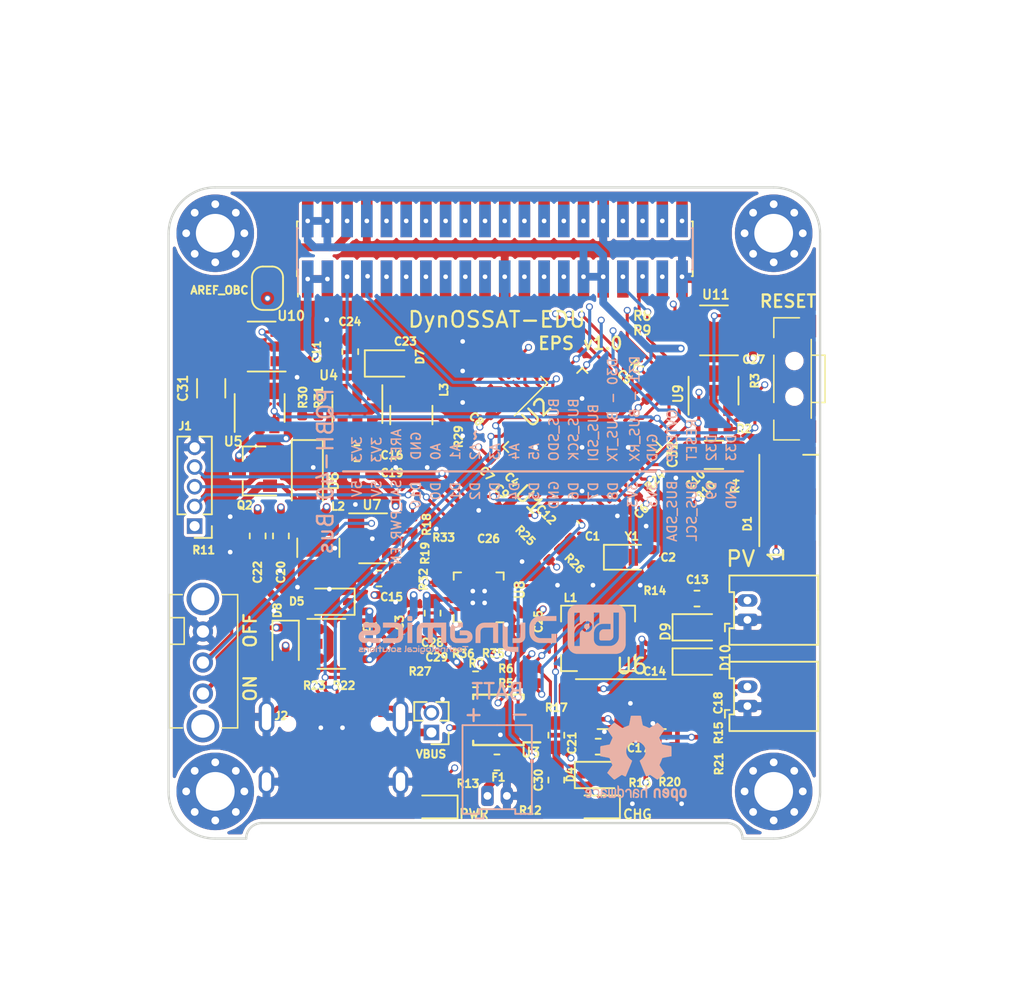
<source format=kicad_pcb>
(kicad_pcb (version 20171130) (host pcbnew "(5.1.6)-1")
  (layers (0 F.Cu signal) (1 In1.Cu signal) (2 In2.Cu signal) (31 B.Cu signal) (34 B.Paste user) (35 F.Paste user) (36 B.SilkS user) (37 F.SilkS user) (38 B.Mask user) (39 F.Mask user) (44 Edge.Cuts user))
  (net 0 "")
  (net 1 "Net-(C1-Pad1)")
  (net 2 GND)
  (net 3 "Net-(C2-Pad1)")
  (net 4 "Net-(C4-Pad1)")
  (net 5 +BATT)
  (net 6 "Net-(C14-Pad1)")
  (net 7 "Net-(D2-Pad2)")
  (net 8 SAT_PWR_EN)
  (net 9 PWRMON_SCL)
  (net 10 PWRMON_SDA)
  (net 11 VBUS)
  (net 12 PWRMON_ALERT)
  (net 13 "Net-(L1-Pad2)")
  (net 14 "Net-(C17-Pad1)")
  (net 15 "Net-(L2-Pad1)")
  (net 16 +3V3_EPS)
  (net 17 +5V_SAT)
  (net 18 +5V_EPS)
  (net 19 EPS_PWR_EN)
  (net 20 /CS_FLASH)
  (net 21 /SCK_FLASH)
  (net 22 /Power/VSYS)
  (net 23 "Net-(C18-Pad2)")
  (net 24 "Net-(C18-Pad1)")
  (net 25 "Net-(C21-Pad1)")
  (net 26 "Net-(D1-Pad4)")
  (net 27 "Net-(D3-Pad2)")
  (net 28 "Net-(J2-PadB5)")
  (net 29 "Net-(J2-PadA5)")
  (net 30 EPS_SWDIO)
  (net 31 EPS_nRST)
  (net 32 PV)
  (net 33 /Connectors/D0_OBC)
  (net 34 /Connectors/A0_OBC)
  (net 35 /Connectors/D1_OBC)
  (net 36 /Connectors/A1_OBC)
  (net 37 /Connectors/D2_OBC)
  (net 38 /Connectors/A2_OBC)
  (net 39 /Connectors/D3_OBC)
  (net 40 /Connectors/A3_OBC)
  (net 41 /Connectors/D4_OBC)
  (net 42 /Connectors/A4_OBC)
  (net 43 /Connectors/D5_OBC)
  (net 44 /Connectors/A5_OBC)
  (net 45 /Connectors/D7_OBC)
  (net 46 /Connectors/D8_OBC)
  (net 47 /Connectors/D9_OBC)
  (net 48 /Connectors/OBC_SWDCLK)
  (net 49 /Connectors/OBC_SWDIO)
  (net 50 SAT_nRST)
  (net 51 /RGB)
  (net 52 "Net-(R18-Pad1)")
  (net 53 OBC_OVTEMP)
  (net 54 INT_IMU_OBC)
  (net 55 EPS_SWCLK)
  (net 56 /Connectors/D6_OBC)
  (net 57 /3V3_MEAS)
  (net 58 /5V_MEAS)
  (net 59 /Power/5V_BATT)
  (net 60 /Power/VCHARGE)
  (net 61 "Net-(C26-Pad1)")
  (net 62 VBUS_JMP)
  (net 63 "Net-(D7-Pad2)")
  (net 64 "Net-(F1-Pad1)")
  (net 65 /Power/VOUT_PV)
  (net 66 /Power/ST1)
  (net 67 "Net-(R29-Pad2)")
  (net 68 "Net-(R30-Pad1)")
  (net 69 /Power/TH)
  (net 70 /Power/VREF)
  (net 71 "Net-(R35-Pad1)")
  (net 72 "Net-(R36-Pad1)")
  (net 73 USB_D+)
  (net 74 USB_D-)
  (net 75 +BATT_MON)
  (net 76 +3V3_SAT)
  (net 77 AREF_SAT)
  (net 78 "Net-(D1-Pad2)")
  (net 79 "Net-(J2-PadA8)")
  (net 80 "Net-(J2-PadB8)")
  (net 81 "Net-(U1-Pad3)")
  (net 82 "Net-(U1-Pad4)")
  (net 83 "Net-(U1-Pad7)")
  (net 84 "Net-(U1-Pad22)")
  (net 85 "Net-(U1-Pad23)")
  (net 86 "Net-(U1-Pad24)")
  (net 87 "Net-(U1-Pad27)")
  (net 88 "Net-(U1-Pad37)")
  (net 89 "Net-(U1-Pad38)")
  (net 90 "Net-(U1-Pad39)")
  (net 91 "Net-(U1-Pad41)")
  (net 92 "Net-(U5-Pad4)")
  (net 93 "Net-(U5-Pad5)")
  (net 94 "Net-(U8-Pad3)")
  (net 95 "Net-(U8-Pad14)")
  (net 96 "Net-(U8-Pad16)")
  (net 97 "Net-(U9-Pad5)")
  (net 98 "Net-(U9-Pad4)")
  (net 99 OBC_TX)
  (net 100 OBC_RX)
  (net 101 "Net-(D9-Pad2)")
  (net 102 "Net-(D10-Pad2)")
  (net 103 "Net-(U10-Pad6)")
  (net 104 "Net-(U11-Pad6)")
  (net 105 "Net-(U10-Pad4)")
  (net 106 "Net-(U10-Pad5)")
  (net 107 "Net-(U11-Pad4)")
  (net 108 "Net-(U11-Pad5)")
  (net 109 SPI_BUS_SDO)
  (net 110 SPI_BUS_SDI)
  (net 111 I2C_BUS_SDA)
  (net 112 I2C_BUS_SCL)
  (net 113 SPI_BUS_SCK)
  (net 114 /SDI_FLASH)
  (net 115 /SDO_FLASH)
  (module Package_SO:TSSOP-8_4.4x3mm_P0.65mm (layer F.Cu) (at 217.3798 81.9658)
    (fp_text reference U6 (at 0 -2.45) (layer F.SilkS))
    (fp_text value SPV1040)
    (pad 1 smd roundrect (at -2.8625 -0.975) (size 1.475 0.4) (layers F.Cu F.Paste F.Mask) (net 6 "Net-(C14-Pad1)"))
    (pad 2 smd roundrect (at -2.8625 -0.325) (size 1.475 0.4) (layers F.Cu F.Paste F.Mask) (net 2 GND))
    (pad 3 smd roundrect (at -2.8625 0.325) (size 1.475 0.4) (layers F.Cu F.Paste F.Mask) (net 13 "Net-(L1-Pad2)"))
    (pad 4 smd roundrect (at -2.8625 0.975) (size 1.475 0.4) (layers F.Cu F.Paste F.Mask) (net 25 "Net-(C21-Pad1)"))
    (pad 5 smd roundrect (at 2.8625 0.975) (size 1.475 0.4) (layers F.Cu F.Paste F.Mask) (net 14 "Net-(C17-Pad1)"))
    (pad 6 smd roundrect (at 2.8625 0.325) (size 1.475 0.4) (layers F.Cu F.Paste F.Mask) (net 23 "Net-(C18-Pad2)"))
    (pad 7 smd roundrect (at 2.8625 -0.325) (size 1.475 0.4) (layers F.Cu F.Paste F.Mask) (net 24 "Net-(C18-Pad1)"))
    (pad 8 smd roundrect (at 2.8625 -0.975) (size 1.475 0.4) (layers F.Cu F.Paste F.Mask) (net 32 PV))
  )
  (module DynOSSAT:Logo_BHDyn (layer B.Cu) (at 208.3816 77.1398 180)
    (fp_text reference G*** hide)
    (fp_text value LOGO hide)
  )
  (module Inductor_SMD:L_1210_3225Metric (layer F.Cu) (at 197.1802 71.882 90)
    (fp_text reference L2 (at 2.667 1.27 180) (layer F.SilkS) (effects (font (size 0.5 0.5) (thickness 0.125))))
    (fp_text value 2.2uH hide)
    (pad 2 smd roundrect (at 1.4 0 90) (size 1.25 2.65) (layers F.Cu F.Paste F.Mask) (roundrect_rratio 0.2) (net 16 +3V3_EPS))
    (pad 1 smd roundrect (at -1.4 0 90) (size 1.25 2.65) (layers F.Cu F.Paste F.Mask) (roundrect_rratio 0.2) (net 15 "Net-(L2-Pad1)"))
  )
  (module Inductor_SMD:L_1210_3225Metric (layer F.Cu) (at 203.1746 63.3222 90)
    (fp_text reference L3 (at 1.6256 2.1082 90) (layer F.SilkS) (effects (font (size 0.5 0.5) (thickness 0.125))))
    (fp_text value 3.3uH hide)
    (pad 2 smd roundrect (at 1.4 0 90) (size 1.25 2.65) (layers F.Cu F.Paste F.Mask) (roundrect_rratio 0.2) (net 63 "Net-(D7-Pad2)"))
    (pad 1 smd roundrect (at -1.4 0 90) (size 1.25 2.65) (layers F.Cu F.Paste F.Mask) (roundrect_rratio 0.2) (net 75 +BATT_MON))
  )
  (module Diode_SMD:D_SOD-323 (layer F.Cu) (at 201.676 59.9948)
    (fp_text reference D7 (at 2.0574 -0.4318 90) (layer F.SilkS) (effects (font (size 0.5 0.5) (thickness 0.125))))
    (fp_text value D_Schottky_Small hide)
    (pad 2 smd rect (at 1.05 0) (size 0.6 0.45) (layers F.Cu F.Paste F.Mask) (net 63 "Net-(D7-Pad2)"))
    (pad 1 smd rect (at -1.05 0) (size 0.6 0.45) (layers F.Cu F.Paste F.Mask) (net 59 /Power/5V_BATT))
  )
  (module MountingHole:MountingHole_2.5mm_Pad_Via (layer F.Cu) (at 226.534 87.596)
    (fp_text reference REF** hide)
    (fp_text value MountingHole_2.5mm_Pad_Via hide)
    (pad 1 thru_hole circle (at 1.325825 -1.325825) (size 0.8 0.8) (drill 0.5) (layers *.Cu *.Mask))
    (pad 1 thru_hole circle (at 0 -1.875) (size 0.8 0.8) (drill 0.5) (layers *.Cu *.Mask))
    (pad 1 thru_hole circle (at -1.325825 -1.325825) (size 0.8 0.8) (drill 0.5) (layers *.Cu *.Mask))
    (pad 1 thru_hole circle (at -1.875 0) (size 0.8 0.8) (drill 0.5) (layers *.Cu *.Mask))
    (pad 1 thru_hole circle (at -1.325825 1.325825) (size 0.8 0.8) (drill 0.5) (layers *.Cu *.Mask))
    (pad 1 thru_hole circle (at 0 1.875) (size 0.8 0.8) (drill 0.5) (layers *.Cu *.Mask))
    (pad 1 thru_hole circle (at 1.325825 1.325825) (size 0.8 0.8) (drill 0.5) (layers *.Cu *.Mask))
    (pad 1 thru_hole circle (at 1.875 0) (size 0.8 0.8) (drill 0.5) (layers *.Cu *.Mask))
    (pad 1 thru_hole circle (at 0 0) (size 5 5) (drill 2.5) (layers *.Cu *.Mask))
  )
  (module MountingHole:MountingHole_2.5mm_Pad_Via (layer F.Cu) (at 190.534 51.596)
    (fp_text reference REF** hide)
    (fp_text value MountingHole_2.5mm_Pad_Via hide)
    (pad 1 thru_hole circle (at 1.325825 -1.325825) (size 0.8 0.8) (drill 0.5) (layers *.Cu *.Mask))
    (pad 1 thru_hole circle (at 0 -1.875) (size 0.8 0.8) (drill 0.5) (layers *.Cu *.Mask))
    (pad 1 thru_hole circle (at -1.325825 -1.325825) (size 0.8 0.8) (drill 0.5) (layers *.Cu *.Mask))
    (pad 1 thru_hole circle (at -1.875 0) (size 0.8 0.8) (drill 0.5) (layers *.Cu *.Mask))
    (pad 1 thru_hole circle (at -1.325825 1.325825) (size 0.8 0.8) (drill 0.5) (layers *.Cu *.Mask))
    (pad 1 thru_hole circle (at 0 1.875) (size 0.8 0.8) (drill 0.5) (layers *.Cu *.Mask))
    (pad 1 thru_hole circle (at 1.325825 1.325825) (size 0.8 0.8) (drill 0.5) (layers *.Cu *.Mask))
    (pad 1 thru_hole circle (at 1.875 0) (size 0.8 0.8) (drill 0.5) (layers *.Cu *.Mask))
    (pad 1 thru_hole circle (at 0 0) (size 5 5) (drill 2.5) (layers *.Cu *.Mask))
  )
  (module MountingHole:MountingHole_2.5mm_Pad_Via (layer F.Cu) (at 226.534 51.596)
    (fp_text reference REF** hide)
    (fp_text value MountingHole_2.5mm_Pad_Via hide)
    (pad 1 thru_hole circle (at 0 0) (size 5 5) (drill 2.5) (layers *.Cu *.Mask))
    (pad 1 thru_hole circle (at 1.875 0) (size 0.8 0.8) (drill 0.5) (layers *.Cu *.Mask))
    (pad 1 thru_hole circle (at 1.325825 1.325825) (size 0.8 0.8) (drill 0.5) (layers *.Cu *.Mask))
    (pad 1 thru_hole circle (at 0 1.875) (size 0.8 0.8) (drill 0.5) (layers *.Cu *.Mask))
    (pad 1 thru_hole circle (at -1.325825 1.325825) (size 0.8 0.8) (drill 0.5) (layers *.Cu *.Mask))
    (pad 1 thru_hole circle (at -1.875 0) (size 0.8 0.8) (drill 0.5) (layers *.Cu *.Mask))
    (pad 1 thru_hole circle (at -1.325825 -1.325825) (size 0.8 0.8) (drill 0.5) (layers *.Cu *.Mask))
    (pad 1 thru_hole circle (at 0 -1.875) (size 0.8 0.8) (drill 0.5) (layers *.Cu *.Mask))
    (pad 1 thru_hole circle (at 1.325825 -1.325825) (size 0.8 0.8) (drill 0.5) (layers *.Cu *.Mask))
  )
  (module MountingHole:MountingHole_2.5mm_Pad_Via (layer F.Cu) (at 190.534 87.596)
    (fp_text reference REF** hide)
    (fp_text value MountingHole_2.5mm_Pad_Via hide)
    (pad 1 thru_hole circle (at 0 0) (size 5 5) (drill 2.5) (layers *.Cu *.Mask))
    (pad 1 thru_hole circle (at 1.875 0) (size 0.8 0.8) (drill 0.5) (layers *.Cu *.Mask))
    (pad 1 thru_hole circle (at 1.325825 1.325825) (size 0.8 0.8) (drill 0.5) (layers *.Cu *.Mask))
    (pad 1 thru_hole circle (at 0 1.875) (size 0.8 0.8) (drill 0.5) (layers *.Cu *.Mask))
    (pad 1 thru_hole circle (at -1.325825 1.325825) (size 0.8 0.8) (drill 0.5) (layers *.Cu *.Mask))
    (pad 1 thru_hole circle (at -1.875 0) (size 0.8 0.8) (drill 0.5) (layers *.Cu *.Mask))
    (pad 1 thru_hole circle (at -1.325825 -1.325825) (size 0.8 0.8) (drill 0.5) (layers *.Cu *.Mask))
    (pad 1 thru_hole circle (at 0 -1.875) (size 0.8 0.8) (drill 0.5) (layers *.Cu *.Mask))
    (pad 1 thru_hole circle (at 1.325825 -1.325825) (size 0.8 0.8) (drill 0.5) (layers *.Cu *.Mask))
  )
  (module Symbol:OSHW-Logo2_7.3x6mm_SilkScreen (layer B.Cu) (at 217.6526 85.471 180)
    (fp_text reference REF** hide)
    (fp_text value OSHW-Logo2_7.3x6mm_SilkScreen hide)
  )
  (module Capacitor_SMD:C_0603_1608Metric (layer F.Cu) (at 221.5896 75.1586)
    (fp_text reference C13 (at 0.0254 -1.2192 180) (layer F.SilkS) (effects (font (size 0.5 0.5) (thickness 0.125))))
    (fp_text value 10uF hide)
    (pad 1 smd roundrect (at -0.7875 0) (size 0.875 0.95) (layers F.Cu F.Paste F.Mask) (net 32 PV))
    (pad 2 smd roundrect (at 0.7875 0) (size 0.875 0.95) (layers F.Cu F.Paste F.Mask) (net 2 GND))
  )
  (module Capacitor_SMD:C_0603_1608Metric (layer F.Cu) (at 201.0918 73.8632 180)
    (fp_text reference C15 (at -0.8128 -1.1938) (layer F.SilkS) (effects (font (size 0.5 0.5) (thickness 0.125))))
    (fp_text value 22uF hide)
    (pad 1 smd roundrect (at -0.7875 0 180) (size 0.875 0.95) (layers F.Cu F.Paste F.Mask) (net 22 /Power/VSYS))
    (pad 2 smd roundrect (at 0.7875 0 180) (size 0.875 0.95) (layers F.Cu F.Paste F.Mask) (net 2 GND))
  )
  (module Capacitor_SMD:C_0603_1608Metric (layer F.Cu) (at 199.6694 65.786 180)
    (fp_text reference C16 (at -2.2606 -0.127) (layer F.SilkS) (effects (font (size 0.5 0.5) (thickness 0.125))))
    (fp_text value 22uF hide)
    (pad 2 smd roundrect (at 0.7875 0 180) (size 0.875 0.95) (layers F.Cu F.Paste F.Mask) (net 2 GND))
    (pad 1 smd roundrect (at -0.7875 0 180) (size 0.875 0.95) (layers F.Cu F.Paste F.Mask) (net 75 +BATT_MON))
  )
  (module LED_SMD:LED_0603_1608Metric (layer F.Cu) (at 215.138 88.5952 180)
    (fp_text reference D2 hide)
    (fp_text value LED_Small hide)
    (pad 1 smd roundrect (at -0.7875 0 180) (size 0.875 0.95) (layers F.Cu F.Paste F.Mask) (net 66 /Power/ST1))
    (pad 2 smd roundrect (at 0.7875 0 180) (size 0.875 0.95) (layers F.Cu F.Paste F.Mask) (net 7 "Net-(D2-Pad2)"))
  )
  (module Resistor_SMD:R_0603_1608Metric (layer F.Cu) (at 207.3148 80.3656)
    (fp_text reference R7 (at 0.0381 -1.0287 180) (layer F.SilkS) (effects (font (size 0.5 0.5) (thickness 0.125))))
    (fp_text value 0.002R hide)
    (pad 2 smd roundrect (at 0.7875 0) (size 0.875 0.95) (layers F.Cu F.Paste F.Mask) (net 75 +BATT_MON))
    (pad 1 smd roundrect (at -0.7875 0) (size 0.875 0.95) (layers F.Cu F.Paste F.Mask) (net 5 +BATT))
  )
  (module Resistor_SMD:R_0603_1608Metric (layer F.Cu) (at 212.5218 83.9724 90)
    (fp_text reference R17 (at 1.778 0 180) (layer F.SilkS) (effects (font (size 0.5 0.5) (thickness 0.125))))
    (fp_text value 0.033R hide)
    (pad 1 smd roundrect (at -0.7875 0 90) (size 0.875 0.95) (layers F.Cu F.Paste F.Mask) (net 65 /Power/VOUT_PV))
    (pad 2 smd roundrect (at 0.7875 0 90) (size 0.875 0.95) (layers F.Cu F.Paste F.Mask) (net 25 "Net-(C21-Pad1)"))
  )
  (module Fuse:Fuse_0603_1608Metric (layer F.Cu) (at 208.693 85.725 180)
    (fp_text reference F1 (at -0.095 -0.9652) (layer F.SilkS) (effects (font (size 0.5 0.5) (thickness 0.125))))
    (fp_text value Fuse_3A hide)
    (pad 1 smd roundrect (at -0.7875 0 180) (size 0.875 0.95) (layers F.Cu F.Paste F.Mask) (net 64 "Net-(F1-Pad1)"))
    (pad 2 smd roundrect (at 0.7875 0 180) (size 0.875 0.95) (layers F.Cu F.Paste F.Mask) (net 5 +BATT))
  )
  (module Connector_Molex:Molex_PicoBlade_53048-0210_1x02_P1.25mm_Horizontal (layer B.Cu) (at 208.0834 87.884)
    (fp_text reference J6 hide)
    (fp_text value Battery)
    (pad 2 thru_hole oval (at 1.25 0) (size 0.8 1.3) (drill 0.5) (layers *.Cu *.Mask) (net 2 GND))
    (pad 1 thru_hole roundrect (at 0 0) (size 0.8 1.3) (drill 0.5) (layers *.Cu *.Mask) (net 64 "Net-(F1-Pad1)"))
  )
  (module Capacitor_SMD:C_0603_1608Metric (layer F.Cu) (at 194.7672 71.12 270)
    (fp_text reference C20 (at 2.3368 0 270) (layer F.SilkS) (effects (font (size 0.5 0.5) (thickness 0.125))))
    (fp_text value 22uF hide)
    (pad 2 smd roundrect (at 0.7875 0 270) (size 0.875 0.95) (layers F.Cu F.Paste F.Mask) (net 2 GND))
    (pad 1 smd roundrect (at -0.7875 0 270) (size 0.875 0.95) (layers F.Cu F.Paste F.Mask) (net 16 +3V3_EPS))
  )
  (module Capacitor_SMD:C_0603_1608Metric (layer F.Cu) (at 193.2686 71.12 270)
    (fp_text reference C22 (at 2.3368 0 270) (layer F.SilkS) (effects (font (size 0.5 0.5) (thickness 0.125))))
    (fp_text value 22uF hide)
    (pad 1 smd roundrect (at -0.7875 0 270) (size 0.875 0.95) (layers F.Cu F.Paste F.Mask) (net 16 +3V3_EPS))
    (pad 2 smd roundrect (at 0.7875 0 270) (size 0.875 0.95) (layers F.Cu F.Paste F.Mask) (net 2 GND))
  )
  (module Inductor_SMD:L_Bourns-SRN4018 (layer F.Cu) (at 215.2142 77.724 180)
    (fp_text reference L1 (at 1.778 2.6162) (layer F.SilkS) (effects (font (size 0.5 0.5) (thickness 0.125))))
    (fp_text value 22uH hide)
    (pad 2 smd rect (at 1.525 0 180) (size 1.5 3.6) (layers F.Cu F.Paste F.Mask) (net 13 "Net-(L1-Pad2)"))
    (pad 1 smd rect (at -1.525 0 180) (size 1.5 3.6) (layers F.Cu F.Paste F.Mask) (net 32 PV))
  )
  (module Capacitor_SMD:C_0603_1608Metric (layer F.Cu) (at 215.2208 84.709)
    (fp_text reference C21 (at -1.683 -0.2286 90) (layer F.SilkS) (effects (font (size 0.5 0.5) (thickness 0.125))))
    (fp_text value 4.7F hide)
    (pad 1 smd roundrect (at -0.7875 0) (size 0.875 0.95) (layers F.Cu F.Paste F.Mask) (net 25 "Net-(C21-Pad1)"))
    (pad 2 smd roundrect (at 0.7875 0) (size 0.875 0.95) (layers F.Cu F.Paste F.Mask) (net 2 GND))
  )
  (module LED_SMD:LED_0603_1608Metric (layer F.Cu) (at 204.6732 88.5952 180)
    (fp_text reference D3 hide)
    (fp_text value LED_Small hide)
    (pad 1 smd roundrect (at -0.7875 0 180) (size 0.875 0.95) (layers F.Cu F.Paste F.Mask) (net 2 GND))
    (pad 2 smd roundrect (at 0.7875 0 180) (size 0.875 0.95) (layers F.Cu F.Paste F.Mask) (net 27 "Net-(D3-Pad2)"))
  )
  (module Diode_SMD:D_SOD-323 (layer F.Cu) (at 215.2142 86.5378)
    (fp_text reference D4 (at -1.778 -0.0254 90) (layer F.SilkS) (effects (font (size 0.5 0.5) (thickness 0.125))))
    (fp_text value 5V hide)
    (pad 1 smd rect (at -1.05 0) (size 0.6 0.45) (layers F.Cu F.Paste F.Mask) (net 25 "Net-(C21-Pad1)"))
    (pad 2 smd rect (at 1.05 0) (size 0.6 0.45) (layers F.Cu F.Paste F.Mask) (net 2 GND))
  )
  (module Connector_Molex:Molex_PicoBlade_53048-0210_1x02_P1.25mm_Horizontal (layer F.Cu) (at 224.8408 82.0928 90)
    (fp_text reference J4 hide)
    (fp_text value "PV Panel 1" hide)
    (pad 2 thru_hole oval (at 1.25 0 90) (size 0.8 1.3) (drill 0.5) (layers *.Cu *.Mask) (net 102 "Net-(D10-Pad2)"))
    (pad 1 thru_hole roundrect (at 0 0 90) (size 0.8 1.3) (drill 0.5) (layers *.Cu *.Mask) (net 2 GND))
  )
  (module Connector_Molex:Molex_PicoBlade_53048-0210_1x02_P1.25mm_Horizontal (layer F.Cu) (at 224.8408 76.5302 90)
    (fp_text reference J5 hide)
    (fp_text value "PV Panel 2" hide)
    (pad 1 thru_hole roundrect (at 0 0 90) (size 0.8 1.3) (drill 0.5) (layers *.Cu *.Mask) (net 2 GND))
    (pad 2 thru_hole oval (at 1.25 0 90) (size 0.8 1.3) (drill 0.5) (layers *.Cu *.Mask) (net 101 "Net-(D9-Pad2)"))
  )
  (module Connector_PinHeader_1.27mm:PinHeader_2x20_P1.27mm_Vertical_SMD (layer F.Cu) (at 208.5594 52.5976 90)
    (fp_text reference J7 hide)
    (fp_text value Conn_02x20_Odd_Even hide)
    (pad 1 smd rect (at -1.95 -12.065 90) (size 2.4 0.74) (layers F.Cu F.Paste F.Mask) (net 17 +5V_SAT))
    (pad 2 smd rect (at 1.95 -12.065 90) (size 2.4 0.74) (layers F.Cu F.Paste F.Mask) (net 76 +3V3_SAT))
    (pad 3 smd rect (at -1.95 -10.795 90) (size 2.4 0.74) (layers F.Cu F.Paste F.Mask) (net 17 +5V_SAT))
    (pad 4 smd rect (at 1.95 -10.795 90) (size 2.4 0.74) (layers F.Cu F.Paste F.Mask) (net 76 +3V3_SAT))
    (pad 5 smd rect (at -1.95 -9.525 90) (size 2.4 0.74) (layers F.Cu F.Paste F.Mask) (net 8 SAT_PWR_EN))
    (pad 6 smd rect (at 1.95 -9.525 90) (size 2.4 0.74) (layers F.Cu F.Paste F.Mask) (net 77 AREF_SAT))
    (pad 7 smd rect (at -1.95 -8.255 90) (size 2.4 0.74) (layers F.Cu F.Paste F.Mask) (net 54 INT_IMU_OBC))
    (pad 8 smd rect (at 1.95 -8.255 90) (size 2.4 0.74) (layers F.Cu F.Paste F.Mask) (net 2 GND))
    (pad 9 smd rect (at -1.95 -6.985 90) (size 2.4 0.74) (layers F.Cu F.Paste F.Mask) (net 33 /Connectors/D0_OBC))
    (pad 10 smd rect (at 1.95 -6.985 90) (size 2.4 0.74) (layers F.Cu F.Paste F.Mask) (net 34 /Connectors/A0_OBC))
    (pad 11 smd rect (at -1.95 -5.715 90) (size 2.4 0.74) (layers F.Cu F.Paste F.Mask) (net 35 /Connectors/D1_OBC))
    (pad 12 smd rect (at 1.95 -5.715 90) (size 2.4 0.74) (layers F.Cu F.Paste F.Mask) (net 36 /Connectors/A1_OBC))
    (pad 13 smd rect (at -1.95 -4.445 90) (size 2.4 0.74) (layers F.Cu F.Paste F.Mask) (net 37 /Connectors/D2_OBC))
    (pad 14 smd rect (at 1.95 -4.445 90) (size 2.4 0.74) (layers F.Cu F.Paste F.Mask) (net 38 /Connectors/A2_OBC))
    (pad 15 smd rect (at -1.95 -3.175 90) (size 2.4 0.74) (layers F.Cu F.Paste F.Mask) (net 39 /Connectors/D3_OBC))
    (pad 16 smd rect (at 1.95 -3.175 90) (size 2.4 0.74) (layers F.Cu F.Paste F.Mask) (net 40 /Connectors/A3_OBC))
    (pad 17 smd rect (at -1.95 -1.905 90) (size 2.4 0.74) (layers F.Cu F.Paste F.Mask) (net 41 /Connectors/D4_OBC))
    (pad 18 smd rect (at 1.95 -1.905 90) (size 2.4 0.74) (layers F.Cu F.Paste F.Mask) (net 42 /Connectors/A4_OBC))
    (pad 19 smd rect (at -1.95 -0.635 90) (size 2.4 0.74) (layers F.Cu F.Paste F.Mask) (net 43 /Connectors/D5_OBC))
    (pad 20 smd rect (at 1.95 -0.635 90) (size 2.4 0.74) (layers F.Cu F.Paste F.Mask) (net 44 /Connectors/A5_OBC))
    (pad 21 smd rect (at -1.95 0.635 90) (size 2.4 0.74) (layers F.Cu F.Paste F.Mask) (net 2 GND))
    (pad 22 smd rect (at 1.95 0.635 90) (size 2.4 0.74) (layers F.Cu F.Paste F.Mask) (net 109 SPI_BUS_SDO))
    (pad 23 smd rect (at -1.95 1.905 90) (size 2.4 0.74) (layers F.Cu F.Paste F.Mask) (net 56 /Connectors/D6_OBC))
    (pad 24 smd rect (at 1.95 1.905 90) (size 2.4 0.74) (layers F.Cu F.Paste F.Mask) (net 113 SPI_BUS_SCK))
    (pad 25 smd rect (at -1.95 3.175 90) (size 2.4 0.74) (layers F.Cu F.Paste F.Mask) (net 45 /Connectors/D7_OBC))
    (pad 26 smd rect (at 1.95 3.175 90) (size 2.4 0.74) (layers F.Cu F.Paste F.Mask) (net 110 SPI_BUS_SDI))
    (pad 27 smd rect (at -1.95 4.445 90) (size 2.4 0.74) (layers F.Cu F.Paste F.Mask) (net 46 /Connectors/D8_OBC))
    (pad 28 smd rect (at 1.95 4.445 90) (size 2.4 0.74) (layers F.Cu F.Paste F.Mask) (net 99 OBC_TX))
    (pad 29 smd rect (at -1.95 5.715 90) (size 2.4 0.74) (layers F.Cu F.Paste F.Mask) (net 76 +3V3_SAT))
    (pad 30 smd rect (at 1.95 5.715 90) (size 2.4 0.74) (layers F.Cu F.Paste F.Mask) (net 100 OBC_RX))
    (pad 31 smd rect (at -1.95 6.985 90) (size 2.4 0.74) (layers F.Cu F.Paste F.Mask) (net 76 +3V3_SAT))
    (pad 32 smd rect (at 1.95 6.985 90) (size 2.4 0.74) (layers F.Cu F.Paste F.Mask) (net 2 GND))
    (pad 33 smd rect (at -1.95 8.255 90) (size 2.4 0.74) (layers F.Cu F.Paste F.Mask) (net 111 I2C_BUS_SDA))
    (pad 34 smd rect (at 1.95 8.255 90) (size 2.4 0.74) (layers F.Cu F.Paste F.Mask) (net 53 OBC_OVTEMP))
    (pad 35 smd rect (at -1.95 9.525 90) (size 2.4 0.74) (layers F.Cu F.Paste F.Mask) (net 112 I2C_BUS_SCL))
    (pad 36 smd rect (at 1.95 9.525 90) (size 2.4 0.74) (layers F.Cu F.Paste F.Mask) (net 50 SAT_nRST))
    (pad 37 smd rect (at -1.95 10.795 90) (size 2.4 0.74) (layers F.Cu F.Paste F.Mask) (net 47 /Connectors/D9_OBC))
    (pad 38 smd rect (at 1.95 10.795 90) (size 2.4 0.74) (layers F.Cu F.Paste F.Mask) (net 48 /Connectors/OBC_SWDCLK))
    (pad 39 smd rect (at -1.95 12.065 90) (size 2.4 0.74) (layers F.Cu F.Paste F.Mask) (net 2 GND))
    (pad 40 smd rect (at 1.95 12.065 90) (size 2.4 0.74) (layers F.Cu F.Paste F.Mask) (net 49 /Connectors/OBC_SWDIO))
  )
  (module Connector_PinSocket_1.27mm:PinSocket_2x20_P1.27mm_Vertical_SMD (layer B.Cu) (at 208.5594 52.6 270)
    (fp_text reference J8 hide)
    (fp_text value Conn_02x20_Odd_Even)
    (pad 1 smd rect (at 1.8 12.065 270) (size 2.1 0.75) (layers B.Cu B.Paste B.Mask) (net 17 +5V_SAT))
    (pad 2 smd rect (at -1.8 12.065 270) (size 2.1 0.75) (layers B.Cu B.Paste B.Mask) (net 76 +3V3_SAT))
    (pad 3 smd rect (at 1.8 10.795 270) (size 2.1 0.75) (layers B.Cu B.Paste B.Mask) (net 17 +5V_SAT))
    (pad 4 smd rect (at -1.8 10.795 270) (size 2.1 0.75) (layers B.Cu B.Paste B.Mask) (net 76 +3V3_SAT))
    (pad 5 smd rect (at 1.8 9.525 270) (size 2.1 0.75) (layers B.Cu B.Paste B.Mask) (net 8 SAT_PWR_EN))
    (pad 6 smd rect (at -1.8 9.525 270) (size 2.1 0.75) (layers B.Cu B.Paste B.Mask) (net 77 AREF_SAT))
    (pad 7 smd rect (at 1.8 8.255 270) (size 2.1 0.75) (layers B.Cu B.Paste B.Mask) (net 54 INT_IMU_OBC))
    (pad 8 smd rect (at -1.8 8.255 270) (size 2.1 0.75) (layers B.Cu B.Paste B.Mask) (net 2 GND))
    (pad 9 smd rect (at 1.8 6.985 270) (size 2.1 0.75) (layers B.Cu B.Paste B.Mask) (net 33 /Connectors/D0_OBC))
    (pad 10 smd rect (at -1.8 6.985 270) (size 2.1 0.75) (layers B.Cu B.Paste B.Mask) (net 34 /Connectors/A0_OBC))
    (pad 11 smd rect (at 1.8 5.715 270) (size 2.1 0.75) (layers B.Cu B.Paste B.Mask) (net 35 /Connectors/D1_OBC))
    (pad 12 smd rect (at -1.8 5.715 270) (size 2.1 0.75) (layers B.Cu B.Paste B.Mask) (net 36 /Connectors/A1_OBC))
    (pad 13 smd rect (at 1.8 4.445 270) (size 2.1 0.75) (layers B.Cu B.Paste B.Mask) (net 37 /Connectors/D2_OBC))
    (pad 14 smd rect (at -1.8 4.445 270) (size 2.1 0.75) (layers B.Cu B.Paste B.Mask) (net 38 /Connectors/A2_OBC))
    (pad 15 smd rect (at 1.8 3.175 270) (size 2.1 0.75) (layers B.Cu B.Paste B.Mask) (net 39 /Connectors/D3_OBC))
    (pad 16 smd rect (at -1.8 3.175 270) (size 2.1 0.75) (layers B.Cu B.Paste B.Mask) (net 40 /Connectors/A3_OBC))
    (pad 17 smd rect (at 1.8 1.905 270) (size 2.1 0.75) (layers B.Cu B.Paste B.Mask) (net 41 /Connectors/D4_OBC))
    (pad 18 smd rect (at -1.8 1.905 270) (size 2.1 0.75) (layers B.Cu B.Paste B.Mask) (net 42 /Connectors/A4_OBC))
    (pad 19 smd rect (at 1.8 0.635 270) (size 2.1 0.75) (layers B.Cu B.Paste B.Mask) (net 43 /Connectors/D5_OBC))
    (pad 20 smd rect (at -1.8 0.635 270) (size 2.1 0.75) (layers B.Cu B.Paste B.Mask) (net 44 /Connectors/A5_OBC))
    (pad 21 smd rect (at 1.8 -0.635 270) (size 2.1 0.75) (layers B.Cu B.Paste B.Mask) (net 2 GND))
    (pad 22 smd rect (at -1.8 -0.635 270) (size 2.1 0.75) (layers B.Cu B.Paste B.Mask) (net 109 SPI_BUS_SDO))
    (pad 23 smd rect (at 1.8 -1.905 270) (size 2.1 0.75) (layers B.Cu B.Paste B.Mask) (net 56 /Connectors/D6_OBC))
    (pad 24 smd rect (at -1.8 -1.905 270) (size 2.1 0.75) (layers B.Cu B.Paste B.Mask) (net 113 SPI_BUS_SCK))
    (pad 25 smd rect (at 1.8 -3.175 270) (size 2.1 0.75) (layers B.Cu B.Paste B.Mask) (net 45 /Connectors/D7_OBC))
    (pad 26 smd rect (at -1.8 -3.175 270) (size 2.1 0.75) (layers B.Cu B.Paste B.Mask) (net 110 SPI_BUS_SDI))
    (pad 27 smd rect (at 1.8 -4.445 270) (size 2.1 0.75) (layers B.Cu B.Paste B.Mask) (net 46 /Connectors/D8_OBC))
    (pad 28 smd rect (at -1.8 -4.445 270) (size 2.1 0.75) (layers B.Cu B.Paste B.Mask) (net 99 OBC_TX))
    (pad 29 smd rect (at 1.8 -5.715 270) (size 2.1 0.75) (layers B.Cu B.Paste B.Mask) (net 76 +3V3_SAT))
    (pad 30 smd rect (at -1.8 -5.715 270) (size 2.1 0.75) (layers B.Cu B.Paste B.Mask) (net 100 OBC_RX))
    (pad 31 smd rect (at 1.8 -6.985 270) (size 2.1 0.75) (layers B.Cu B.Paste B.Mask) (net 76 +3V3_SAT))
    (pad 32 smd rect (at -1.8 -6.985 270) (size 2.1 0.75) (layers B.Cu B.Paste B.Mask) (net 2 GND))
    (pad 33 smd rect (at 1.8 -8.255 270) (size 2.1 0.75) (layers B.Cu B.Paste B.Mask) (net 111 I2C_BUS_SDA))
    (pad 34 smd rect (at -1.8 -8.255 270) (size 2.1 0.75) (layers B.Cu B.Paste B.Mask) (net 53 OBC_OVTEMP))
    (pad 35 smd rect (at 1.8 -9.525 270) (size 2.1 0.75) (layers B.Cu B.Paste B.Mask) (net 112 I2C_BUS_SCL))
    (pad 36 smd rect (at -1.8 -9.525 270) (size 2.1 0.75) (layers B.Cu B.Paste B.Mask) (net 50 SAT_nRST))
    (pad 37 smd rect (at 1.8 -10.795 270) (size 2.1 0.75) (layers B.Cu B.Paste B.Mask) (net 47 /Connectors/D9_OBC))
    (pad 38 smd rect (at -1.8 -10.795 270) (size 2.1 0.75) (layers B.Cu B.Paste B.Mask) (net 48 /Connectors/OBC_SWDCLK))
    (pad 39 smd rect (at 1.8 -12.065 270) (size 2.1 0.75) (layers B.Cu B.Paste B.Mask) (net 2 GND))
    (pad 40 smd rect (at -1.8 -12.065 270) (size 2.1 0.75) (layers B.Cu B.Paste B.Mask) (net 49 /Connectors/OBC_SWDIO))
  )
  (module Resistor_SMD:R_0402_1005Metric (layer F.Cu) (at 200.5998 80.7974)
    (fp_text reference R22 (at -1.7686 -0.0254) (layer F.SilkS) (effects (font (size 0.5 0.5) (thickness 0.125))))
    (fp_text value 5.1k hide)
    (pad 2 smd roundrect (at 0.485 0) (size 0.59 0.64) (layers F.Cu F.Paste F.Mask) (net 2 GND))
    (pad 1 smd roundrect (at -0.485 0) (size 0.59 0.64) (layers F.Cu F.Paste F.Mask) (net 28 "Net-(J2-PadB5)"))
  )
  (module Resistor_SMD:R_0402_1005Metric (layer F.Cu) (at 195.1642 80.7974 180)
    (fp_text reference R23 (at -1.762 0.0254) (layer F.SilkS) (effects (font (size 0.5 0.5) (thickness 0.125))))
    (fp_text value 5.1k hide)
    (pad 1 smd roundrect (at -0.485 0 180) (size 0.59 0.64) (layers F.Cu F.Paste F.Mask) (net 29 "Net-(J2-PadA5)"))
    (pad 2 smd roundrect (at 0.485 0 180) (size 0.59 0.64) (layers F.Cu F.Paste F.Mask) (net 2 GND))
  )
  (module Connector_PinHeader_1.27mm:PinHeader_1x02_P1.27mm_Vertical (layer F.Cu) (at 204.47 83.7946 180)
    (fp_text reference JP1 hide)
    (fp_text value Jumper hide)
    (pad 2 thru_hole oval (at 0 1.27 180) (size 1 1) (drill 0.65) (layers *.Cu *.Mask) (net 62 VBUS_JMP))
    (pad 1 thru_hole rect (at 0 0 180) (size 1 1) (drill 0.65) (layers *.Cu *.Mask) (net 11 VBUS))
  )
  (module Capacitor_SMD:C_0603_1608Metric (layer F.Cu) (at 199.2376 59.2328 90)
    (fp_text reference C24 (at 1.9304 -0.0254) (layer F.SilkS) (effects (font (size 0.5 0.5) (thickness 0.125))))
    (fp_text value 22uF hide)
    (pad 1 smd roundrect (at -0.7875 0 90) (size 0.875 0.95) (layers F.Cu F.Paste F.Mask) (net 59 /Power/5V_BATT))
    (pad 2 smd roundrect (at 0.7875 0 90) (size 0.875 0.95) (layers F.Cu F.Paste F.Mask) (net 2 GND))
  )
  (module Package_TO_SOT_SMD:SOT-23 (layer F.Cu) (at 193.0654 66.929 180)
    (fp_text reference Q2 (at 0.635 -2.2098) (layer F.SilkS) (effects (font (size 0.5 0.5) (thickness 0.125))))
    (fp_text value DMG2305 hide)
    (pad 1 smd rect (at -1 -0.95 180) (size 0.9 0.8) (layers F.Cu F.Paste F.Mask) (net 62 VBUS_JMP))
    (pad 2 smd rect (at -1 0.95 180) (size 0.9 0.8) (layers F.Cu F.Paste F.Mask) (net 18 +5V_EPS))
    (pad 3 smd rect (at 1 0 180) (size 0.9 0.8) (layers F.Cu F.Paste F.Mask) (net 59 /Power/5V_BATT))
  )
  (module Connector_PinHeader_1.27mm:PinHeader_1x05_P1.27mm_Vertical (layer F.Cu) (at 189.2046 70.485 180)
    (fp_text reference J1 (at 0.6096 6.4516) (layer F.SilkS) (effects (font (size 0.5 0.5) (thickness 0.125))))
    (fp_text value Conn_01x05_Female hide)
    (pad 1 thru_hole rect (at 0 0 180) (size 1 1) (drill 0.65) (layers *.Cu *.Mask) (net 16 +3V3_EPS))
    (pad 2 thru_hole oval (at 0 1.27 180) (size 1 1) (drill 0.65) (layers *.Cu *.Mask) (net 55 EPS_SWCLK))
    (pad 3 thru_hole oval (at 0 2.54 180) (size 1 1) (drill 0.65) (layers *.Cu *.Mask) (net 30 EPS_SWDIO))
    (pad 4 thru_hole oval (at 0 3.81 180) (size 1 1) (drill 0.65) (layers *.Cu *.Mask) (net 31 EPS_nRST))
    (pad 5 thru_hole oval (at 0 5.08 180) (size 1 1) (drill 0.65) (layers *.Cu *.Mask) (net 2 GND))
  )
  (module Diode_SMD:D_SOD-323 (layer F.Cu) (at 198.0184 75.3618 180)
    (fp_text reference D5 (at 2.2352 0.0254) (layer F.SilkS) (effects (font (size 0.5 0.5) (thickness 0.125))))
    (fp_text value D_Schottky_Small hide)
    (pad 1 smd rect (at -1.05 0 180) (size 0.6 0.45) (layers F.Cu F.Paste F.Mask) (net 60 /Power/VCHARGE))
    (pad 2 smd rect (at 1.05 0 180) (size 0.6 0.45) (layers F.Cu F.Paste F.Mask) (net 62 VBUS_JMP))
  )
  (module Diode_SMD:D_SOD-323 (layer F.Cu) (at 195.072 78.0796 270)
    (fp_text reference D8 (at -2.159 0.5334 90) (layer F.SilkS) (effects (font (size 0.5 0.5) (thickness 0.125))))
    (fp_text value D_Schottky_Small hide)
    (pad 1 smd rect (at -1.05 0 270) (size 0.6 0.45) (layers F.Cu F.Paste F.Mask) (net 22 /Power/VSYS))
    (pad 2 smd rect (at 1.05 0 270) (size 0.6 0.45) (layers F.Cu F.Paste F.Mask) (net 62 VBUS_JMP))
  )
  (module Capacitor_SMD:C_0402_1005Metric (layer F.Cu) (at 214.884 72.4916 270)
    (fp_text reference C1 (at -1.3462 0.0254 180) (layer F.SilkS) (effects (font (size 0.5 0.5) (thickness 0.125))))
    (fp_text value 22pF hide)
    (pad 2 smd roundrect (at 0.485 0 270) (size 0.59 0.64) (layers F.Cu F.Paste F.Mask) (net 2 GND))
    (pad 1 smd roundrect (at -0.485 0 270) (size 0.59 0.64) (layers F.Cu F.Paste F.Mask) (net 1 "Net-(C1-Pad1)"))
  )
  (module Capacitor_SMD:C_0402_1005Metric (layer F.Cu) (at 218.694 72.4916 270)
    (fp_text reference C2 (at 0.0127 -1.0414 180) (layer F.SilkS) (effects (font (size 0.5 0.5) (thickness 0.125))))
    (fp_text value 22pF hide)
    (pad 2 smd roundrect (at 0.485 0 270) (size 0.59 0.64) (layers F.Cu F.Paste F.Mask) (net 2 GND))
    (pad 1 smd roundrect (at -0.485 0 270) (size 0.59 0.64) (layers F.Cu F.Paste F.Mask) (net 3 "Net-(C2-Pad1)"))
  )
  (module Capacitor_SMD:C_0402_1005Metric (layer F.Cu) (at 210.6676 68.5292 135)
    (fp_text reference C4 (at 1.454801 0.017961 135) (layer F.SilkS) (effects (font (size 0.5 0.5) (thickness 0.125))))
    (fp_text value 100nF hide)
    (pad 2 smd roundrect (at 0.485 0 135) (size 0.59 0.64) (layers F.Cu F.Paste F.Mask) (net 2 GND))
    (pad 1 smd roundrect (at -0.485 0 135) (size 0.59 0.64) (layers F.Cu F.Paste F.Mask) (net 4 "Net-(C4-Pad1)"))
  )
  (module Capacitor_SMD:C_0402_1005Metric (layer F.Cu) (at 218.0336 61.9506 135)
    (fp_text reference C5 (at 1.562565 -0.017961 135) (layer F.SilkS) (effects (font (size 0.5 0.5) (thickness 0.125))))
    (fp_text value 100nF hide)
    (pad 1 smd roundrect (at -0.485 0 135) (size 0.59 0.64) (layers F.Cu F.Paste F.Mask) (net 16 +3V3_EPS))
    (pad 2 smd roundrect (at 0.485 0 135) (size 0.59 0.64) (layers F.Cu F.Paste F.Mask) (net 2 GND))
  )
  (module Capacitor_SMD:C_0402_1005Metric (layer F.Cu) (at 217.3986 68.8848 225)
    (fp_text reference C6 (at 0.035921 -0.898026 45) (layer F.SilkS) (effects (font (size 0.5 0.5) (thickness 0.125))))
    (fp_text value 100nF hide)
    (pad 2 smd roundrect (at 0.485 0 225) (size 0.59 0.64) (layers F.Cu F.Paste F.Mask) (net 2 GND))
    (pad 1 smd roundrect (at -0.485 0 225) (size 0.59 0.64) (layers F.Cu F.Paste F.Mask) (net 16 +3V3_EPS))
  )
  (module Capacitor_SMD:C_0402_1005Metric (layer F.Cu) (at 208.6356 66.4972 315)
    (fp_text reference C7 (at 0 0.862105 135) (layer F.SilkS) (effects (font (size 0.5 0.5) (thickness 0.125))))
    (fp_text value 100nF hide)
    (pad 1 smd roundrect (at -0.485 0 315) (size 0.59 0.64) (layers F.Cu F.Paste F.Mask) (net 16 +3V3_EPS))
    (pad 2 smd roundrect (at 0.485 0 315) (size 0.59 0.64) (layers F.Cu F.Paste F.Mask) (net 2 GND))
  )
  (module Capacitor_SMD:C_0402_1005Metric (layer F.Cu) (at 207.9625 62.9412 135)
    (fp_text reference C8 (at -0.035921 -0.880065 135) (layer F.SilkS) (effects (font (size 0.5 0.5) (thickness 0.125))))
    (fp_text value 100nF hide)
    (pad 1 smd roundrect (at -0.485 0 135) (size 0.59 0.64) (layers F.Cu F.Paste F.Mask) (net 16 +3V3_EPS))
    (pad 2 smd roundrect (at 0.485 0 135) (size 0.59 0.64) (layers F.Cu F.Paste F.Mask) (net 2 GND))
  )
  (module Capacitor_SMD:C_0402_1005Metric (layer F.Cu) (at 220.1418 68.834 45)
    (fp_text reference C10 (at 1.885854 0.017961 45) (layer F.SilkS) (effects (font (size 0.5 0.5) (thickness 0.125))))
    (fp_text value 10nF hide)
    (pad 2 smd roundrect (at 0.485 0 45) (size 0.59 0.64) (layers F.Cu F.Paste F.Mask) (net 2 GND))
    (pad 1 smd roundrect (at -0.485 0 45) (size 0.59 0.64) (layers F.Cu F.Paste F.Mask) (net 57 /3V3_MEAS))
  )
  (module Capacitor_SMD:C_0402_1005Metric (layer F.Cu) (at 196.0372 59.3598 90)
    (fp_text reference C11 (at 0.1016 1.0414 90) (layer F.SilkS) (effects (font (size 0.5 0.5) (thickness 0.125))))
    (fp_text value 1uF hide)
    (pad 1 smd roundrect (at -0.485 0 90) (size 0.59 0.64) (layers F.Cu F.Paste F.Mask) (net 17 +5V_SAT))
    (pad 2 smd roundrect (at 0.485 0 90) (size 0.59 0.64) (layers F.Cu F.Paste F.Mask) (net 2 GND))
  )
  (module Capacitor_SMD:C_0402_1005Metric (layer F.Cu) (at 213.0806 70.9422 315)
    (fp_text reference C12 (at -1.706249 0.017961 135) (layer F.SilkS) (effects (font (size 0.5 0.5) (thickness 0.125))))
    (fp_text value 10nF hide)
    (pad 1 smd roundrect (at -0.485 0 315) (size 0.59 0.64) (layers F.Cu F.Paste F.Mask) (net 58 /5V_MEAS))
    (pad 2 smd roundrect (at 0.485 0 315) (size 0.59 0.64) (layers F.Cu F.Paste F.Mask) (net 2 GND))
  )
  (module Capacitor_SMD:C_0402_1005Metric (layer F.Cu) (at 222.0722 81.8388 270)
    (fp_text reference C18 (at 0.0508 -0.889 90) (layer F.SilkS) (effects (font (size 0.5 0.5) (thickness 0.125))))
    (fp_text value 1uF hide)
    (pad 1 smd roundrect (at -0.485 0 270) (size 0.59 0.64) (layers F.Cu F.Paste F.Mask) (net 24 "Net-(C18-Pad1)"))
    (pad 2 smd roundrect (at 0.485 0 270) (size 0.59 0.64) (layers F.Cu F.Paste F.Mask) (net 23 "Net-(C18-Pad2)"))
  )
  (module Resistor_SMD:R_0402_1005Metric (layer F.Cu) (at 218.7702 61.2394 315)
    (fp_text reference R1 (at -1.454801 -0.017961 135) (layer F.SilkS) (effects (font (size 0.5 0.5) (thickness 0.125))))
    (fp_text value 100k hide)
    (pad 2 smd roundrect (at 0.485 0 315) (size 0.59 0.64) (layers F.Cu F.Paste F.Mask) (net 50 SAT_nRST))
    (pad 1 smd roundrect (at -0.485 0 315) (size 0.59 0.64) (layers F.Cu F.Paste F.Mask) (net 76 +3V3_SAT))
  )
  (module Resistor_SMD:R_0402_1005Metric (layer F.Cu) (at 223.1136 64.1858 180)
    (fp_text reference R2 (at -1.5113 -0.0254) (layer F.SilkS) (effects (font (size 0.5 0.5) (thickness 0.125))))
    (fp_text value 100k hide)
    (pad 1 smd roundrect (at -0.485 0 180) (size 0.59 0.64) (layers F.Cu F.Paste F.Mask) (net 8 SAT_PWR_EN))
    (pad 2 smd roundrect (at 0.485 0 180) (size 0.59 0.64) (layers F.Cu F.Paste F.Mask) (net 2 GND))
  )
  (module Resistor_SMD:R_0402_1005Metric (layer F.Cu) (at 225.3234 62.611 270)
    (fp_text reference R3 (at -1.4986 0 90) (layer F.SilkS) (effects (font (size 0.5 0.5) (thickness 0.125))))
    (fp_text value 100k hide)
    (pad 2 smd roundrect (at 0.485 0 270) (size 0.59 0.64) (layers F.Cu F.Paste F.Mask) (net 31 EPS_nRST))
    (pad 1 smd roundrect (at -0.485 0 270) (size 0.59 0.64) (layers F.Cu F.Paste F.Mask) (net 16 +3V3_EPS))
  )
  (module Resistor_SMD:R_0402_1005Metric (layer F.Cu) (at 224.917 67.9958 270)
    (fp_text reference R4 (at -0.1016 0.8636 90) (layer F.SilkS) (effects (font (size 0.5 0.5) (thickness 0.125))))
    (fp_text value 510R hide)
    (pad 2 smd roundrect (at 0.485 0 270) (size 0.59 0.64) (layers F.Cu F.Paste F.Mask) (net 51 /RGB))
    (pad 1 smd roundrect (at -0.485 0 270) (size 0.59 0.64) (layers F.Cu F.Paste F.Mask) (net 26 "Net-(D1-Pad4)"))
  )
  (module Resistor_SMD:R_0402_1005Metric (layer F.Cu) (at 210.7946 80.6196)
    (fp_text reference R5 (at -1.524 0) (layer F.SilkS) (effects (font (size 0.5 0.5) (thickness 0.125))))
    (fp_text value 10k hide)
    (pad 2 smd roundrect (at 0.485 0) (size 0.59 0.64) (layers F.Cu F.Paste F.Mask) (net 9 PWRMON_SCL))
    (pad 1 smd roundrect (at -0.485 0) (size 0.59 0.64) (layers F.Cu F.Paste F.Mask) (net 16 +3V3_EPS))
  )
  (module Resistor_SMD:R_0402_1005Metric (layer F.Cu) (at 210.7946 79.629)
    (fp_text reference R6 (at -1.524 0.0508) (layer F.SilkS) (effects (font (size 0.5 0.5) (thickness 0.125))))
    (fp_text value 10k hide)
    (pad 1 smd roundrect (at -0.485 0) (size 0.59 0.64) (layers F.Cu F.Paste F.Mask) (net 16 +3V3_EPS))
    (pad 2 smd roundrect (at 0.485 0) (size 0.59 0.64) (layers F.Cu F.Paste F.Mask) (net 10 PWRMON_SDA))
  )
  (module Resistor_SMD:R_0402_1005Metric (layer F.Cu) (at 220.8276 69.5198 225)
    (fp_text reference R10 (at -1.867893 0 45) (layer F.SilkS) (effects (font (size 0.5 0.5) (thickness 0.125))))
    (fp_text value 1M hide)
    (pad 2 smd roundrect (at 0.485 0 225) (size 0.59 0.64) (layers F.Cu F.Paste F.Mask) (net 57 /3V3_MEAS))
    (pad 1 smd roundrect (at -0.485 0 225) (size 0.59 0.64) (layers F.Cu F.Paste F.Mask) (net 76 +3V3_SAT))
  )
  (module Resistor_SMD:R_0402_1005Metric (layer F.Cu) (at 189.7888 72.9488)
    (fp_text reference R11 (at 0 -0.9144) (layer F.SilkS) (effects (font (size 0.5 0.5) (thickness 0.125))))
    (fp_text value 100k hide)
    (pad 1 smd roundrect (at -0.485 0) (size 0.59 0.64) (layers F.Cu F.Paste F.Mask) (net 2 GND))
    (pad 2 smd roundrect (at 0.485 0) (size 0.59 0.64) (layers F.Cu F.Paste F.Mask) (net 19 EPS_PWR_EN))
  )
  (module Resistor_SMD:R_0402_1005Metric (layer F.Cu) (at 212.6488 88.8492 180)
    (fp_text reference R12 (at 1.8034 0.0254) (layer F.SilkS) (effects (font (size 0.5 0.5) (thickness 0.125))))
    (fp_text value 330R hide)
    (pad 2 smd roundrect (at 0.485 0 180) (size 0.59 0.64) (layers F.Cu F.Paste F.Mask) (net 60 /Power/VCHARGE))
    (pad 1 smd roundrect (at -0.485 0 180) (size 0.59 0.64) (layers F.Cu F.Paste F.Mask) (net 7 "Net-(D2-Pad2)"))
  )
  (module Resistor_SMD:R_0402_1005Metric (layer F.Cu) (at 205.1304 87.1728)
    (fp_text reference R13 (at 1.6952 -0.0762) (layer F.SilkS) (effects (font (size 0.5 0.5) (thickness 0.125))))
    (fp_text value 330R hide)
    (pad 1 smd roundrect (at -0.485 0) (size 0.59 0.64) (layers F.Cu F.Paste F.Mask) (net 27 "Net-(D3-Pad2)"))
    (pad 2 smd roundrect (at 0.485 0) (size 0.59 0.64) (layers F.Cu F.Paste F.Mask) (net 16 +3V3_EPS))
  )
  (module Resistor_SMD:R_0402_1005Metric (layer F.Cu) (at 218.8718 76.0222 90)
    (fp_text reference R14 (at 1.3716 0 180) (layer F.SilkS) (effects (font (size 0.5 0.5) (thickness 0.125))))
    (fp_text value 1k hide)
    (pad 1 smd roundrect (at -0.485 0 90) (size 0.59 0.64) (layers F.Cu F.Paste F.Mask) (net 6 "Net-(C14-Pad1)"))
    (pad 2 smd roundrect (at 0.485 0 90) (size 0.59 0.64) (layers F.Cu F.Paste F.Mask) (net 32 PV))
  )
  (module Resistor_SMD:R_0402_1005Metric (layer F.Cu) (at 222.0722 83.82 90)
    (fp_text reference R15 (at 0 0.9144 90) (layer F.SilkS) (effects (font (size 0.5 0.5) (thickness 0.125))))
    (fp_text value 1k hide)
    (pad 1 smd roundrect (at -0.485 0 90) (size 0.59 0.64) (layers F.Cu F.Paste F.Mask) (net 25 "Net-(C21-Pad1)"))
    (pad 2 smd roundrect (at 0.485 0 90) (size 0.59 0.64) (layers F.Cu F.Paste F.Mask) (net 24 "Net-(C18-Pad1)"))
  )
  (module Resistor_SMD:R_0402_1005Metric (layer F.Cu) (at 217.8812 86.106 180)
    (fp_text reference R16 (at -0.0254 -0.9398) (layer F.SilkS) (effects (font (size 0.5 0.5) (thickness 0.125))))
    (fp_text value 1k hide)
    (pad 2 smd roundrect (at 0.485 0 180) (size 0.59 0.64) (layers F.Cu F.Paste F.Mask) (net 23 "Net-(C18-Pad2)"))
    (pad 1 smd roundrect (at -0.485 0 180) (size 0.59 0.64) (layers F.Cu F.Paste F.Mask) (net 65 /Power/VOUT_PV))
  )
  (module Resistor_SMD:R_0402_1005Metric (layer F.Cu) (at 203.2508 70.3834 90)
    (fp_text reference R18 (at 0 0.9144 90) (layer F.SilkS) (effects (font (size 0.5 0.5) (thickness 0.125))))
    (fp_text value 100k hide)
    (pad 2 smd roundrect (at 0.485 0 90) (size 0.59 0.64) (layers F.Cu F.Paste F.Mask) (net 16 +3V3_EPS))
    (pad 1 smd roundrect (at -0.485 0 90) (size 0.59 0.64) (layers F.Cu F.Paste F.Mask) (net 52 "Net-(R18-Pad1)"))
  )
  (module Resistor_SMD:R_0402_1005Metric (layer F.Cu) (at 203.2508 72.263 90)
    (fp_text reference R19 (at 0.0254 0.8128 90) (layer F.SilkS) (effects (font (size 0.5 0.5) (thickness 0.125))))
    (fp_text value 22k2 hide)
    (pad 1 smd roundrect (at -0.485 0 90) (size 0.59 0.64) (layers F.Cu F.Paste F.Mask) (net 2 GND))
    (pad 2 smd roundrect (at 0.485 0 90) (size 0.59 0.64) (layers F.Cu F.Paste F.Mask) (net 52 "Net-(R18-Pad1)"))
  )
  (module Resistor_SMD:R_0402_1005Metric (layer F.Cu) (at 219.8346 86.106 180)
    (fp_text reference R20 (at 0 -0.889) (layer F.SilkS) (effects (font (size 0.5 0.5) (thickness 0.125))))
    (fp_text value 2.2M hide)
    (pad 1 smd roundrect (at -0.485 0 180) (size 0.59 0.64) (layers F.Cu F.Paste F.Mask) (net 14 "Net-(C17-Pad1)"))
    (pad 2 smd roundrect (at 0.485 0 180) (size 0.59 0.64) (layers F.Cu F.Paste F.Mask) (net 65 /Power/VOUT_PV))
  )
  (module Resistor_SMD:R_0402_1005Metric (layer F.Cu) (at 222.0722 85.8012 90)
    (fp_text reference R21 (at -0.0254 0.9398 90) (layer F.SilkS) (effects (font (size 0.5 0.5) (thickness 0.125))))
    (fp_text value 820k hide)
    (pad 2 smd roundrect (at 0.485 0 90) (size 0.59 0.64) (layers F.Cu F.Paste F.Mask) (net 14 "Net-(C17-Pad1)"))
    (pad 1 smd roundrect (at -0.485 0 90) (size 0.59 0.64) (layers F.Cu F.Paste F.Mask) (net 2 GND))
  )
  (module Resistor_SMD:R_0402_1005Metric (layer F.Cu) (at 219.456 68.1482 45)
    (fp_text reference R24 (at 0 -0.826184 45) (layer F.SilkS) (effects (font (size 0.5 0.5) (thickness 0.125))))
    (fp_text value 10M hide)
    (pad 1 smd roundrect (at -0.485 0 45) (size 0.59 0.64) (layers F.Cu F.Paste F.Mask) (net 57 /3V3_MEAS))
    (pad 2 smd roundrect (at 0.485 0 45) (size 0.59 0.64) (layers F.Cu F.Paste F.Mask) (net 2 GND))
  )
  (module Resistor_SMD:R_0402_1005Metric (layer F.Cu) (at 211.709 72.3138 135)
    (fp_text reference R25 (at 1.7018 0.0254 135) (layer F.SilkS) (effects (font (size 0.5 0.5) (thickness 0.125))))
    (fp_text value 1M hide)
    (pad 1 smd roundrect (at -0.485 0 135) (size 0.59 0.64) (layers F.Cu F.Paste F.Mask) (net 17 +5V_SAT))
    (pad 2 smd roundrect (at 0.485 0 135) (size 0.59 0.64) (layers F.Cu F.Paste F.Mask) (net 58 /5V_MEAS))
  )
  (module Resistor_SMD:R_0402_1005Metric (layer F.Cu) (at 212.3948 71.628 315)
    (fp_text reference R26 (at 1.814012 -0.017961 135) (layer F.SilkS) (effects (font (size 0.5 0.5) (thickness 0.125))))
    (fp_text value 1.5M hide)
    (pad 2 smd roundrect (at 0.485 0 315) (size 0.59 0.64) (layers F.Cu F.Paste F.Mask) (net 2 GND))
    (pad 1 smd roundrect (at -0.485 0 315) (size 0.59 0.64) (layers F.Cu F.Paste F.Mask) (net 58 /5V_MEAS))
  )
  (module Resistor_SMD:R_0402_1005Metric (layer F.Cu) (at 203.7334 80.7974)
    (fp_text reference R27 (at 0 -0.9398) (layer F.SilkS) (effects (font (size 0.5 0.5) (thickness 0.125))))
    (fp_text value 100k hide)
    (pad 2 smd roundrect (at 0.485 0) (size 0.59 0.64) (layers F.Cu F.Paste F.Mask) (net 2 GND))
    (pad 1 smd roundrect (at -0.485 0) (size 0.59 0.64) (layers F.Cu F.Paste F.Mask) (net 62 VBUS_JMP))
  )
  (module Resistor_SMD:R_0402_1005Metric (layer F.Cu) (at 205.3082 64.6684 90)
    (fp_text reference R29 (at -0.0508 0.9144 90) (layer F.SilkS) (effects (font (size 0.5 0.5) (thickness 0.125))))
    (fp_text value 47k hide)
    (pad 2 smd roundrect (at 0.485 0 90) (size 0.59 0.64) (layers F.Cu F.Paste F.Mask) (net 67 "Net-(R29-Pad2)"))
    (pad 1 smd roundrect (at -0.485 0 90) (size 0.59 0.64) (layers F.Cu F.Paste F.Mask) (net 2 GND))
  )
  (module Resistor_SMD:R_0402_1005Metric (layer F.Cu) (at 196.1388 63.8556 270)
    (fp_text reference R30 (at -1.6764 -0.0508 90) (layer F.SilkS) (effects (font (size 0.5 0.5) (thickness 0.125))))
    (fp_text value 88k hide)
    (pad 2 smd roundrect (at 0.485 0 270) (size 0.59 0.64) (layers F.Cu F.Paste F.Mask) (net 59 /Power/5V_BATT))
    (pad 1 smd roundrect (at -0.485 0 270) (size 0.59 0.64) (layers F.Cu F.Paste F.Mask) (net 68 "Net-(R30-Pad1)"))
  )
  (module Resistor_SMD:R_0402_1005Metric (layer F.Cu) (at 197.1802 63.8556 90)
    (fp_text reference R31 (at 1.6764 0.0254 90) (layer F.SilkS) (effects (font (size 0.5 0.5) (thickness 0.125))))
    (fp_text value 12k hide)
    (pad 1 smd roundrect (at -0.485 0 90) (size 0.59 0.64) (layers F.Cu F.Paste F.Mask) (net 2 GND))
    (pad 2 smd roundrect (at 0.485 0 90) (size 0.59 0.64) (layers F.Cu F.Paste F.Mask) (net 68 "Net-(R30-Pad1)"))
  )
  (module Resistor_SMD:R_0402_1005Metric (layer F.Cu) (at 204.8002 73.6346 90)
    (fp_text reference R32 (at -0.2794 -0.8382 90) (layer F.SilkS) (effects (font (size 0.5 0.5) (thickness 0.125))))
    (fp_text value 100k hide)
    (pad 2 smd roundrect (at 0.485 0 90) (size 0.59 0.64) (layers F.Cu F.Paste F.Mask) (net 69 /Power/TH))
    (pad 1 smd roundrect (at -0.485 0 90) (size 0.59 0.64) (layers F.Cu F.Paste F.Mask) (net 70 /Power/VREF))
  )
  (module Resistor_SMD:R_0402_1005Metric (layer F.Cu) (at 205.2574 72.1106 180)
    (fp_text reference R33 (at 0 0.889) (layer F.SilkS) (effects (font (size 0.5 0.5) (thickness 0.125))))
    (fp_text value 47k hide)
    (pad 1 smd roundrect (at -0.485 0 180) (size 0.59 0.64) (layers F.Cu F.Paste F.Mask) (net 69 /Power/TH))
    (pad 2 smd roundrect (at 0.485 0 180) (size 0.59 0.64) (layers F.Cu F.Paste F.Mask) (net 2 GND))
  )
  (module Resistor_SMD:R_0402_1005Metric (layer F.Cu) (at 208.4348 77.7494)
    (fp_text reference R35 (at 0.023 0.9398) (layer F.SilkS) (effects (font (size 0.5 0.5) (thickness 0.125))))
    (fp_text value 12k hide)
    (pad 1 smd roundrect (at -0.485 0) (size 0.59 0.64) (layers F.Cu F.Paste F.Mask) (net 71 "Net-(R35-Pad1)"))
    (pad 2 smd roundrect (at 0.485 0) (size 0.59 0.64) (layers F.Cu F.Paste F.Mask) (net 2 GND))
  )
  (module Resistor_SMD:R_0402_1005Metric (layer F.Cu) (at 206.5274 77.7494 180)
    (fp_text reference R36 (at 0 -0.9652) (layer F.SilkS) (effects (font (size 0.5 0.5) (thickness 0.125))))
    (fp_text value 3k3 hide)
    (pad 2 smd roundrect (at 0.485 0 180) (size 0.59 0.64) (layers F.Cu F.Paste F.Mask) (net 2 GND))
    (pad 1 smd roundrect (at -0.485 0 180) (size 0.59 0.64) (layers F.Cu F.Paste F.Mask) (net 72 "Net-(R36-Pad1)"))
  )
  (module Capacitor_SMD:C_0402_1005Metric (layer F.Cu) (at 209.9818 69.215 135)
    (fp_text reference C9 (at 1.382959 -0.017961 135) (layer F.SilkS) (effects (font (size 0.5 0.5) (thickness 0.125))))
    (fp_text value 100nF hide)
    (pad 1 smd roundrect (at -0.485 0 135) (size 0.59 0.64) (layers F.Cu F.Paste F.Mask) (net 16 +3V3_EPS))
    (pad 2 smd roundrect (at 0.485 0 135) (size 0.59 0.64) (layers F.Cu F.Paste F.Mask) (net 2 GND))
  )
  (module Jumper:SolderJumper-2_P1.3mm_Bridged_RoundedPad1.0x1.5mm (layer F.Cu) (at 193.9036 55.1434 90)
    (fp_text reference JP2 hide)
    (fp_text value Jumper hide)
    (fp_poly (pts (xy 0.25 -0.3) (xy -0.25 -0.3) (xy -0.25 0.3) (xy 0.25 0.3)) (layer F.Cu) (width 0))
    (pad 2 smd custom (at 0.65 0 90) (size 1 0.5) (layers F.Cu F.Mask) (net 77 AREF_SAT) (options (clearance outline) (anchor rect)) (primitives (gr_circle (center 0 0.25) (end 0.5 0.25) (width 0)) (gr_circle (center 0 -0.25) (end 0.5 -0.25) (width 0)) (gr_poly (pts (xy 0 -0.75) (xy -0.5 -0.75) (xy -0.5 0.75) (xy 0 0.75)) (width 0))))
    (pad 1 smd custom (at -0.65 0 90) (size 1 0.5) (layers F.Cu F.Mask) (net 76 +3V3_SAT) (options (clearance outline) (anchor rect)) (primitives (gr_circle (center 0 0.25) (end 0.5 0.25) (width 0)) (gr_circle (center 0 -0.25) (end 0.5 -0.25) (width 0)) (gr_poly (pts (xy 0 -0.75) (xy 0.5 -0.75) (xy 0.5 0.75) (xy 0 0.75)) (width 0))))
  )
  (module Capacitor_SMD:C_0402_1005Metric (layer F.Cu) (at 203.2508 76.6802 270)
    (fp_text reference C3 (at 0.0278 0.8382 90) (layer F.SilkS) (effects (font (size 0.5 0.5) (thickness 0.125))))
    (fp_text value 1nF hide)
    (pad 1 smd roundrect (at -0.485 0 270) (size 0.59 0.64) (layers F.Cu F.Paste F.Mask) (net 70 /Power/VREF))
    (pad 2 smd roundrect (at 0.485 0 270) (size 0.59 0.64) (layers F.Cu F.Paste F.Mask) (net 2 GND))
  )
  (module Capacitor_SMD:C_0603_1608Metric (layer F.Cu) (at 212.5218 86.868 270)
    (fp_text reference C30 (at 0 1.143 90) (layer F.SilkS) (effects (font (size 0.5 0.5) (thickness 0.125))))
    (fp_text value 10uF hide)
    (pad 1 smd roundrect (at -0.7875 0 270) (size 0.875 0.95) (layers F.Cu F.Paste F.Mask) (net 65 /Power/VOUT_PV))
    (pad 2 smd roundrect (at 0.7875 0 270) (size 0.875 0.95) (layers F.Cu F.Paste F.Mask) (net 2 GND))
  )
  (module Capacitor_SMD:C_0402_1005Metric (layer F.Cu) (at 218.8718 78.5622 270)
    (fp_text reference C14 (at 1.2954 0.0127 180) (layer F.SilkS) (effects (font (size 0.5 0.5) (thickness 0.125))))
    (fp_text value 100nF hide)
    (pad 1 smd roundrect (at -0.485 0 270) (size 0.59 0.64) (layers F.Cu F.Paste F.Mask) (net 6 "Net-(C14-Pad1)"))
    (pad 2 smd roundrect (at 0.485 0 270) (size 0.59 0.64) (layers F.Cu F.Paste F.Mask) (net 2 GND))
  )
  (module Capacitor_SMD:C_0402_1005Metric (layer F.Cu) (at 219.5388 84.7344 180)
    (fp_text reference C17 (at 1.7338 -0.0635) (layer F.SilkS) (effects (font (size 0.5 0.5) (thickness 0.125))))
    (fp_text value 1nF hide)
    (pad 2 smd roundrect (at 0.485 0 180) (size 0.59 0.64) (layers F.Cu F.Paste F.Mask) (net 2 GND))
    (pad 1 smd roundrect (at -0.485 0 180) (size 0.59 0.64) (layers F.Cu F.Paste F.Mask) (net 14 "Net-(C17-Pad1)"))
  )
  (module Capacitor_SMD:C_0402_1005Metric (layer F.Cu) (at 200.0504 67.0814 180)
    (fp_text reference C19 (at -1.8796 0.0254) (layer F.SilkS) (effects (font (size 0.5 0.5) (thickness 0.125))))
    (fp_text value 100nF hide)
    (pad 1 smd roundrect (at -0.485 0 180) (size 0.59 0.64) (layers F.Cu F.Paste F.Mask) (net 75 +BATT_MON))
    (pad 2 smd roundrect (at 0.485 0 180) (size 0.59 0.64) (layers F.Cu F.Paste F.Mask) (net 2 GND))
  )
  (module Capacitor_SMD:C_0402_1005Metric (layer F.Cu) (at 201.0918 58.5216)
    (fp_text reference C23 (at 1.7018 0.0508) (layer F.SilkS) (effects (font (size 0.5 0.5) (thickness 0.125))))
    (fp_text value 100nF hide)
    (pad 2 smd roundrect (at 0.485 0) (size 0.59 0.64) (layers F.Cu F.Paste F.Mask) (net 2 GND))
    (pad 1 smd roundrect (at -0.485 0) (size 0.59 0.64) (layers F.Cu F.Paste F.Mask) (net 59 /Power/5V_BATT))
  )
  (module Capacitor_SMD:C_0402_1005Metric (layer F.Cu) (at 210.4136 76.6318 270)
    (fp_text reference C25 (at 0.0127 -0.9525 90) (layer F.SilkS) (effects (font (size 0.5 0.5) (thickness 0.125))))
    (fp_text value 1uF hide)
    (pad 1 smd roundrect (at -0.485 0 270) (size 0.59 0.64) (layers F.Cu F.Paste F.Mask) (net 60 /Power/VCHARGE))
    (pad 2 smd roundrect (at 0.485 0 270) (size 0.59 0.64) (layers F.Cu F.Paste F.Mask) (net 2 GND))
  )
  (module Capacitor_SMD:C_0402_1005Metric (layer F.Cu) (at 208.153 72.1614 180)
    (fp_text reference C26 (at 0 0.8636) (layer F.SilkS) (effects (font (size 0.5 0.5) (thickness 0.125))))
    (fp_text value 10nF hide)
    (pad 2 smd roundrect (at 0.485 0 180) (size 0.59 0.64) (layers F.Cu F.Paste F.Mask) (net 2 GND))
    (pad 1 smd roundrect (at -0.485 0 180) (size 0.59 0.64) (layers F.Cu F.Paste F.Mask) (net 61 "Net-(C26-Pad1)"))
  )
  (module Capacitor_SMD:C_0603_1608Metric (layer F.Cu) (at 204.5462 76.0984 270)
    (fp_text reference C28 (at 1.905 0.0127 180) (layer F.SilkS) (effects (font (size 0.5 0.5) (thickness 0.125))))
    (fp_text value 1uF hide)
    (pad 1 smd roundrect (at -0.7875 0 270) (size 0.875 0.95) (layers F.Cu F.Paste F.Mask) (net 5 +BATT))
    (pad 2 smd roundrect (at 0.7875 0 270) (size 0.875 0.95) (layers F.Cu F.Paste F.Mask) (net 2 GND))
  )
  (module Capacitor_SMD:C_0402_1005Metric (layer F.Cu) (at 205.2447 80.2767 90)
    (fp_text reference C29 (at 1.3335 -0.4318 180) (layer F.SilkS) (effects (font (size 0.5 0.5) (thickness 0.125))))
    (fp_text value 100nF hide)
    (pad 1 smd roundrect (at -0.485 0 90) (size 0.59 0.64) (layers F.Cu F.Paste F.Mask) (net 5 +BATT))
    (pad 2 smd roundrect (at 0.485 0 90) (size 0.59 0.64) (layers F.Cu F.Paste F.Mask) (net 2 GND))
  )
  (module Capacitor_SMD:C_0402_1005Metric (layer F.Cu) (at 225.1964 58.3184 90)
    (fp_text reference C27 (at -1.4224 0.0508 180) (layer F.SilkS) (effects (font (size 0.5 0.5) (thickness 0.125))))
    (fp_text value 1uF hide)
    (pad 1 smd roundrect (at -0.485 0 90) (size 0.59 0.64) (layers F.Cu F.Paste F.Mask) (net 76 +3V3_SAT))
    (pad 2 smd roundrect (at 0.485 0 90) (size 0.59 0.64) (layers F.Cu F.Paste F.Mask) (net 2 GND))
  )
  (module Diode_SMD:D_SOD-123 (layer F.Cu) (at 196.469 67.183 270)
    (fp_text reference D6 (at 0.4064 -1.7018 90) (layer F.SilkS) (effects (font (size 0.6 0.6) (thickness 0.125))))
    (fp_text value D_Schottky_Small hide)
    (pad 1 smd rect (at -1.65 0 270) (size 0.9 1.2) (layers F.Cu F.Paste F.Mask) (net 18 +5V_EPS))
    (pad 2 smd rect (at 1.65 0 270) (size 0.9 1.2) (layers F.Cu F.Paste F.Mask) (net 62 VBUS_JMP))
  )
  (module Diode_SMD:D_SOD-323 (layer F.Cu) (at 221.5134 77.0128)
    (fp_text reference D9 (at -1.9558 0.2794 90) (layer F.SilkS) (effects (font (size 0.6 0.6) (thickness 0.125))))
    (fp_text value D_Schottky_Small hide)
    (pad 1 smd rect (at -1.05 0) (size 0.6 0.45) (layers F.Cu F.Paste F.Mask) (net 32 PV))
    (pad 2 smd rect (at 1.05 0) (size 0.6 0.45) (layers F.Cu F.Paste F.Mask) (net 101 "Net-(D9-Pad2)"))
  )
  (module Diode_SMD:D_SOD-323 (layer F.Cu) (at 221.5134 79.2226)
    (fp_text reference D10 (at 1.905 -0.254 90) (layer F.SilkS) (effects (font (size 0.6 0.6) (thickness 0.125))))
    (fp_text value D_Schottky_Small hide)
    (pad 2 smd rect (at 1.05 0) (size 0.6 0.45) (layers F.Cu F.Paste F.Mask) (net 102 "Net-(D10-Pad2)"))
    (pad 1 smd rect (at -1.05 0) (size 0.6 0.45) (layers F.Cu F.Paste F.Mask) (net 32 PV))
  )
  (module DynOSSAT:U262-161N-4BVC11 (layer F.Cu) (at 194.7926 82.2198)
    (fp_text reference J2 (at 0 0.5 180) (layer F.SilkS) (effects (font (size 0.5 0.5) (thickness 0.125))))
    (fp_text value USB_C_Receptacle_USB2.0 hide)
    (pad S1 thru_hole oval (at -0.9565 4.7515) (size 1 1.6) (drill oval 0.6 1.2) (layers *.Cu *.Mask) (net 2 GND))
    (pad S1 thru_hole oval (at 7.6875 0.5715) (size 1 2.1) (drill oval 0.6 1.7) (layers *.Cu *.Mask) (net 2 GND))
    (pad "" np_thru_hole circle (at 6.2865 1.016) (size 0.65 0.65) (drill 0.65) (layers *.Cu *.Mask))
    (pad "" np_thru_hole circle (at 0.4445 1.016) (size 0.65 0.65) (drill 0.65) (layers *.Cu *.Mask))
    (pad S1 thru_hole oval (at 7.6835 4.7515) (size 1 1.6) (drill oval 0.6 1.2) (layers *.Cu *.Mask) (net 2 GND))
    (pad S1 thru_hole oval (at -0.9525 0.5715) (size 1 2.1) (drill oval 0.6 1.7) (layers *.Cu *.Mask) (net 2 GND))
    (pad B1 smd rect (at 6.3985 0) (size 0.3 1.15) (layers F.Cu F.Paste F.Mask) (net 2 GND))
    (pad A12 smd rect (at 6.6985 0) (size 0.3 1.15) (layers F.Cu F.Paste F.Mask) (net 2 GND))
    (pad B4 smd rect (at 5.6 0) (size 0.3 1.15) (layers F.Cu F.Paste F.Mask) (net 11 VBUS))
    (pad A9 smd rect (at 5.9 0) (size 0.3 1.15) (layers F.Cu F.Paste F.Mask) (net 11 VBUS))
    (pad B5 smd rect (at 5.1 0) (size 0.3 1.15) (layers F.Cu F.Paste F.Mask) (net 28 "Net-(J2-PadB5)"))
    (pad A8 smd rect (at 4.6 0) (size 0.3 1.15) (layers F.Cu F.Paste F.Mask) (net 79 "Net-(J2-PadA8)"))
    (pad B6 smd rect (at 4.1 0) (size 0.3 1.15) (layers F.Cu F.Paste F.Mask) (net 73 USB_D+))
    (pad A7 smd rect (at 3.6 0) (size 0.3 1.15) (layers F.Cu F.Paste F.Mask) (net 74 USB_D-))
    (pad A6 smd rect (at 3.1 0) (size 0.3 1.15) (layers F.Cu F.Paste F.Mask) (net 73 USB_D+))
    (pad B7 smd rect (at 2.6 0) (size 0.3 1.15) (layers F.Cu F.Paste F.Mask) (net 74 USB_D-))
    (pad A5 smd rect (at 2.1 0) (size 0.3 1.15) (layers F.Cu F.Paste F.Mask) (net 29 "Net-(J2-PadA5)"))
    (pad B8 smd rect (at 1.6 0) (size 0.3 1.15) (layers F.Cu F.Paste F.Mask) (net 80 "Net-(J2-PadB8)"))
    (pad A4 smd rect (at 0.8 0) (size 0.3 1.15) (layers F.Cu F.Paste F.Mask) (net 11 VBUS))
    (pad B9 smd rect (at 1.1 0) (size 0.3 1.15) (layers F.Cu F.Paste F.Mask) (net 11 VBUS))
    (pad B12 smd rect (at 0.3 0) (size 0.3 1.15) (layers F.Cu F.Paste F.Mask) (net 2 GND))
    (pad A1 smd rect (at 0 0) (size 0.3 1.15) (layers F.Cu F.Paste F.Mask) (net 2 GND))
  )
  (module DynOSSAT:1TS002G-1800-3500-CT (layer F.Cu) (at 226.6696 60.9854 90)
    (fp_text reference SW1 hide)
    (fp_text value SW_Push hide)
    (pad 1 smd rect (at -2.1 0 90) (size 0.9 1) (layers F.Cu F.Paste F.Mask) (net 31 EPS_nRST))
    (pad 2 smd rect (at 2.1 0 90) (size 0.9 1) (layers F.Cu F.Paste F.Mask) (net 2 GND))
    (pad 4 smd rect (at 3.4 2.1 90) (size 1.45 1) (layers F.Cu F.Paste F.Mask))
    (pad 3 smd rect (at -3.4 2.1 90) (size 1.45 1) (layers F.Cu F.Paste F.Mask))
    (pad "" np_thru_hole circle (at -1.15 1.2 90) (size 0.8 0.8) (drill 0.8) (layers *.Cu *.Mask))
    (pad "" np_thru_hole circle (at 1.15 1.2 90) (size 0.8 0.8) (drill 0.8) (layers *.Cu *.Mask))
  )
  (module DynOSSAT:OS102011MA1QN1 (layer F.Cu) (at 189.738 75.184 270)
    (fp_text reference SW2 hide)
    (fp_text value SW_SPDT hide)
    (pad "" thru_hole circle (at 0 0 270) (size 2.1 2.1) (drill 1.5) (layers *.Cu *.Mask))
    (pad 1 thru_hole circle (at 2.1 0 270) (size 1.3 1.3) (drill 0.8) (layers *.Cu *.Mask) (net 2 GND))
    (pad 2 thru_hole circle (at 4.1 0 270) (size 1.3 1.3) (drill 0.8) (layers *.Cu *.Mask) (net 19 EPS_PWR_EN))
    (pad 3 thru_hole circle (at 6.1 0 270) (size 1.3 1.3) (drill 0.8) (layers *.Cu *.Mask) (net 22 /Power/VSYS))
    (pad "" thru_hole circle (at 8.2 0 270) (size 2.1 2.1) (drill 1.5) (layers *.Cu *.Mask))
  )
  (module DynOSSAT:Crystal_SMD_2012-2Pin_2.0x1.2mm (layer F.Cu) (at 216.789 72.4916)
    (fp_text reference Y1 (at 0.6096 -1.3462) (layer F.SilkS) (effects (font (size 0.5 0.5) (thickness 0.125))))
    (fp_text value "32.768 kHz - 12.5pF" hide)
    (pad 1 smd rect (at -0.7 0) (size 0.6 1.1) (layers F.Cu F.Paste F.Mask) (net 1 "Net-(C1-Pad1)"))
    (pad 2 smd rect (at 0.7 0) (size 0.6 1.1) (layers F.Cu F.Paste F.Mask) (net 3 "Net-(C2-Pad1)"))
  )
  (module Capacitor_SMD:C_1206_3216Metric (layer F.Cu) (at 190.2714 61.595 90)
    (fp_text reference C31 (at 0 -1.82 90) (layer F.SilkS) (effects (font (size 0.6 0.6) (thickness 0.125))))
    (fp_text value 220uF hide)
    (pad 2 smd roundrect (at 1.4 0 90) (size 1.25 1.75) (layers F.Cu F.Paste F.Mask) (roundrect_rratio 0.2) (net 2 GND))
    (pad 1 smd roundrect (at -1.4 0 90) (size 1.25 1.75) (layers F.Cu F.Paste F.Mask) (roundrect_rratio 0.2) (net 18 +5V_EPS))
  )
  (module Capacitor_SMD:C_1206_3216Metric (layer F.Cu) (at 222.6818 65.8876)
    (fp_text reference C32 (at -2.667 -0.0254 90) (layer F.SilkS) (effects (font (size 0.6 0.6) (thickness 0.125))))
    (fp_text value 220uF hide)
    (pad 1 smd roundrect (at -1.4 0) (size 1.25 1.75) (layers F.Cu F.Paste F.Mask) (roundrect_rratio 0.2) (net 16 +3V3_EPS))
    (pad 2 smd roundrect (at 1.4 0) (size 1.25 1.75) (layers F.Cu F.Paste F.Mask) (roundrect_rratio 0.2) (net 2 GND))
  )
  (module Package_TO_SOT_SMD:SOT-23-6 (layer F.Cu) (at 198.0184 78.0796)
    (fp_text reference Q1 (at 2.5654 -1.016) (layer F.SilkS) (effects (font (size 0.6 0.6) (thickness 0.125))))
    (fp_text value SQ3989EV hide)
    (pad 5 smd rect (at 1.1 0) (size 1.06 0.65) (layers F.Cu F.Paste F.Mask) (net 60 /Power/VCHARGE))
    (pad 6 smd rect (at 1.1 -0.95) (size 1.06 0.65) (layers F.Cu F.Paste F.Mask) (net 65 /Power/VOUT_PV))
    (pad 4 smd rect (at 1.1 0.95) (size 1.06 0.65) (layers F.Cu F.Paste F.Mask) (net 75 +BATT_MON))
    (pad 3 smd rect (at -1.1 0.95) (size 1.06 0.65) (layers F.Cu F.Paste F.Mask) (net 62 VBUS_JMP))
    (pad 2 smd rect (at -1.1 0) (size 1.06 0.65) (layers F.Cu F.Paste F.Mask) (net 22 /Power/VSYS))
    (pad 1 smd rect (at -1.1 -0.95) (size 1.06 0.65) (layers F.Cu F.Paste F.Mask) (net 62 VBUS_JMP))
  )
  (module DynOSSAT:WSON-8-1EP_3x4mm_P0.8mm (layer F.Cu) (at 209.7532 61.1759 225)
    (fp_text reference U2 (at 0.35 -2.45 45) (layer F.SilkS))
    (fp_text value GD25Q32 hide)
    (pad 1 smd rect (at -1.4 -0.75 225) (size 0.6 0.25) (layers F.Cu F.Paste F.Mask) (net 20 /CS_FLASH))
    (pad 8 smd rect (at 1.4 -0.75 225) (size 0.6 0.25) (layers F.Cu F.Paste F.Mask) (net 16 +3V3_EPS))
    (pad 2 smd rect (at -1.4 0.05 225) (size 0.6 0.25) (layers F.Cu F.Paste F.Mask) (net 114 /SDI_FLASH))
    (pad 3 smd rect (at -1.4 0.85 225) (size 0.6 0.25) (layers F.Cu F.Paste F.Mask) (net 16 +3V3_EPS))
    (pad 4 smd rect (at -1.4 1.65 225) (size 0.6 0.25) (layers F.Cu F.Paste F.Mask) (net 2 GND))
    (pad 7 smd rect (at 1.4 0.05 225) (size 0.6 0.25) (layers F.Cu F.Paste F.Mask) (net 16 +3V3_EPS))
    (pad 6 smd rect (at 1.4 0.85 225) (size 0.6 0.25) (layers F.Cu F.Paste F.Mask) (net 21 /SCK_FLASH))
    (pad 5 smd rect (at 1.4 1.65 225) (size 0.6 0.25) (layers F.Cu F.Paste F.Mask) (net 115 /SDO_FLASH))
    (pad "" smd rect (at 0 1.27 225) (size 0.2 0.8) (layers F.Cu F.Paste F.Mask))
    (pad "" smd rect (at 0 -0.3048 225) (size 0.2 0.8) (layers F.Cu F.Paste F.Mask))
  )
  (module Package_SO:TSSOP-10_3x3mm_P0.5mm (layer F.Cu) (at 208.788 82.9818 180)
    (fp_text reference U3 (at -2.0828 -2.1082) (layer F.SilkS) (effects (font (size 0.6 0.6) (thickness 0.125))))
    (fp_text value INA226 hide)
    (pad 1 smd rect (at -2.15 -1 180) (size 1.1 0.25) (layers F.Cu F.Paste F.Mask) (net 2 GND))
    (pad 2 smd rect (at -2.15 -0.5 180) (size 1.1 0.25) (layers F.Cu F.Paste F.Mask) (net 2 GND))
    (pad 3 smd rect (at -2.15 0 180) (size 1.1 0.25) (layers F.Cu F.Paste F.Mask) (net 12 PWRMON_ALERT))
    (pad 4 smd rect (at -2.15 0.5 180) (size 1.1 0.25) (layers F.Cu F.Paste F.Mask) (net 10 PWRMON_SDA))
    (pad 5 smd rect (at -2.15 1 180) (size 1.1 0.25) (layers F.Cu F.Paste F.Mask) (net 9 PWRMON_SCL))
    (pad 6 smd rect (at 2.15 1 180) (size 1.1 0.25) (layers F.Cu F.Paste F.Mask) (net 5 +BATT))
    (pad 7 smd rect (at 2.15 0.5 180) (size 1.1 0.25) (layers F.Cu F.Paste F.Mask) (net 2 GND))
    (pad 8 smd rect (at 2.15 0 180) (size 1.1 0.25) (layers F.Cu F.Paste F.Mask) (net 5 +BATT))
    (pad 9 smd rect (at 2.15 -0.5 180) (size 1.1 0.25) (layers F.Cu F.Paste F.Mask) (net 75 +BATT_MON))
    (pad 10 smd rect (at 2.15 -1 180) (size 1.1 0.25) (layers F.Cu F.Paste F.Mask) (net 5 +BATT))
  )
  (module Package_TO_SOT_SMD:SOT-23-6 (layer F.Cu) (at 199.6948 62.9412 270)
    (fp_text reference U4 (at -2.1844 1.8542 180) (layer F.SilkS) (effects (font (size 0.6 0.6) (thickness 0.125))))
    (fp_text value FP6291 hide)
    (pad 5 smd rect (at 1.1 0 270) (size 1.06 0.65) (layers F.Cu F.Paste F.Mask) (net 75 +BATT_MON))
    (pad 6 smd rect (at 1.1 -0.95 270) (size 1.06 0.65) (layers F.Cu F.Paste F.Mask) (net 67 "Net-(R29-Pad2)"))
    (pad 4 smd rect (at 1.1 0.95 270) (size 1.06 0.65) (layers F.Cu F.Paste F.Mask) (net 19 EPS_PWR_EN))
    (pad 3 smd rect (at -1.1 0.95 270) (size 1.06 0.65) (layers F.Cu F.Paste F.Mask) (net 68 "Net-(R30-Pad1)"))
    (pad 2 smd rect (at -1.1 0 270) (size 1.06 0.65) (layers F.Cu F.Paste F.Mask) (net 2 GND))
    (pad 1 smd rect (at -1.1 -0.95 270) (size 1.06 0.65) (layers F.Cu F.Paste F.Mask) (net 63 "Net-(D7-Pad2)"))
  )
  (module Package_TO_SOT_SMD:SOT-23-6 (layer F.Cu) (at 193.3956 62.865 90)
    (fp_text reference U5 (at -2.159 -1.7018) (layer F.SilkS) (effects (font (size 0.6 0.6) (thickness 0.125))))
    (fp_text value TPS22918 hide)
    (pad 5 smd rect (at 1.1 0 90) (size 1.06 0.65) (layers F.Cu F.Paste F.Mask) (net 93 "Net-(U5-Pad5)"))
    (pad 6 smd rect (at 1.1 -0.95 90) (size 1.06 0.65) (layers F.Cu F.Paste F.Mask) (net 103 "Net-(U10-Pad6)"))
    (pad 4 smd rect (at 1.1 0.95 90) (size 1.06 0.65) (layers F.Cu F.Paste F.Mask) (net 92 "Net-(U5-Pad4)"))
    (pad 3 smd rect (at -1.1 0.95 90) (size 1.06 0.65) (layers F.Cu F.Paste F.Mask) (net 8 SAT_PWR_EN))
    (pad 2 smd rect (at -1.1 0 90) (size 1.06 0.65) (layers F.Cu F.Paste F.Mask) (net 2 GND))
    (pad 1 smd rect (at -1.1 -0.95 90) (size 1.06 0.65) (layers F.Cu F.Paste F.Mask) (net 18 +5V_EPS))
  )
  (module Package_TO_SOT_SMD:SOT-23-5 (layer F.Cu) (at 200.7108 71.2724)
    (fp_text reference U7 (at -0.0762 -2.159) (layer F.SilkS) (effects (font (size 0.6 0.6) (thickness 0.125))))
    (fp_text value SY8089 hide)
    (pad 1 smd rect (at -1.1 -0.95) (size 1.06 0.65) (layers F.Cu F.Paste F.Mask) (net 19 EPS_PWR_EN))
    (pad 2 smd rect (at -1.1 0) (size 1.06 0.65) (layers F.Cu F.Paste F.Mask) (net 2 GND))
    (pad 3 smd rect (at -1.1 0.95) (size 1.06 0.65) (layers F.Cu F.Paste F.Mask) (net 15 "Net-(L2-Pad1)"))
    (pad 4 smd rect (at 1.1 0.95) (size 1.06 0.65) (layers F.Cu F.Paste F.Mask) (net 22 /Power/VSYS))
    (pad 5 smd rect (at 1.1 -0.95) (size 1.06 0.65) (layers F.Cu F.Paste F.Mask) (net 52 "Net-(R18-Pad1)"))
  )
  (module Package_DFN_QFN:VQFN-16-1EP_3x3mm_P0.5mm_EP1.45x1.45mm (layer F.Cu) (at 207.518 75.0824 180)
    (fp_text reference U8 (at -2.6416 0.4826 90) (layer F.SilkS) (effects (font (size 0.6 0.6) (thickness 0.125))))
    (fp_text value L6924D hide)
    (pad 1 smd roundrect (at -1.4375 -0.75 180) (size 0.875 0.25) (layers F.Cu F.Paste F.Mask) (net 60 /Power/VCHARGE))
    (pad 2 smd roundrect (at -1.4375 -0.25 180) (size 0.875 0.25) (layers F.Cu F.Paste F.Mask) (net 60 /Power/VCHARGE))
    (pad 3 smd roundrect (at -1.4375 0.25 180) (size 0.875 0.25) (layers F.Cu F.Paste F.Mask) (net 94 "Net-(U8-Pad3)"))
    (pad 4 smd roundrect (at -1.4375 0.75 180) (size 0.875 0.25) (layers F.Cu F.Paste F.Mask) (net 66 /Power/ST1))
    (pad 5 smd roundrect (at -0.75 1.4375 180) (size 0.25 0.875) (layers F.Cu F.Paste F.Mask) (net 61 "Net-(C26-Pad1)"))
    (pad 6 smd roundrect (at -0.25 1.4375 180) (size 0.25 0.875) (layers F.Cu F.Paste F.Mask) (net 2 GND))
    (pad 7 smd roundrect (at 0.25 1.4375 180) (size 0.25 0.875) (layers F.Cu F.Paste F.Mask) (net 2 GND))
    (pad 8 smd roundrect (at 0.75 1.4375 180) (size 0.25 0.875) (layers F.Cu F.Paste F.Mask) (net 69 /Power/TH))
    (pad 9 smd roundrect (at 1.4375 0.75 180) (size 0.875 0.25) (layers F.Cu F.Paste F.Mask) (net 2 GND))
    (pad 10 smd roundrect (at 1.4375 0.25 180) (size 0.875 0.25) (layers F.Cu F.Paste F.Mask) (net 5 +BATT))
    (pad 11 smd roundrect (at 1.4375 -0.25 180) (size 0.875 0.25) (layers F.Cu F.Paste F.Mask) (net 5 +BATT))
    (pad 12 smd roundrect (at 1.4375 -0.75 180) (size 0.875 0.25) (layers F.Cu F.Paste F.Mask) (net 70 /Power/VREF))
    (pad 13 smd roundrect (at 0.75 -1.4375 180) (size 0.25 0.875) (layers F.Cu F.Paste F.Mask) (net 72 "Net-(R36-Pad1)"))
    (pad 14 smd roundrect (at 0.25 -1.4375 180) (size 0.25 0.875) (layers F.Cu F.Paste F.Mask) (net 95 "Net-(U8-Pad14)"))
    (pad 15 smd roundrect (at -0.25 -1.4375 180) (size 0.25 0.875) (layers F.Cu F.Paste F.Mask) (net 71 "Net-(R35-Pad1)"))
    (pad 16 smd roundrect (at -0.75 -1.4375 180) (size 0.25 0.875) (layers F.Cu F.Paste F.Mask) (net 96 "Net-(U8-Pad16)"))
    (pad 17 smd rect (at 0 0 180) (size 1.45 1.45) (layers F.Cu F.Mask) (net 2 GND))
  )
  (module Package_TO_SOT_SMD:SOT-23-6 (layer F.Cu) (at 222.6564 61.7474 90)
    (fp_text reference U9 (at -0.2032 -2.286 90) (layer F.SilkS) (effects (font (size 0.6 0.6) (thickness 0.125))))
    (fp_text value TPS22918 hide)
    (pad 1 smd rect (at -1.1 -0.95 90) (size 1.06 0.65) (layers F.Cu F.Paste F.Mask) (net 16 +3V3_EPS))
    (pad 2 smd rect (at -1.1 0 90) (size 1.06 0.65) (layers F.Cu F.Paste F.Mask) (net 2 GND))
    (pad 3 smd rect (at -1.1 0.95 90) (size 1.06 0.65) (layers F.Cu F.Paste F.Mask) (net 8 SAT_PWR_EN))
    (pad 4 smd rect (at 1.1 0.95 90) (size 1.06 0.65) (layers F.Cu F.Paste F.Mask) (net 98 "Net-(U9-Pad4)"))
    (pad 6 smd rect (at 1.1 -0.95 90) (size 1.06 0.65) (layers F.Cu F.Paste F.Mask) (net 104 "Net-(U11-Pad6)"))
    (pad 5 smd rect (at 1.1 0 90) (size 1.06 0.65) (layers F.Cu F.Paste F.Mask) (net 97 "Net-(U9-Pad5)"))
  )
  (module Package_TO_SOT_SMD:SOT-23-6 (layer F.Cu) (at 193.5226 58.9026 180)
    (fp_text reference U10 (at -1.905 1.9812) (layer F.SilkS) (effects (font (size 0.6 0.6) (thickness 0.125))))
    (fp_text value TPS22918 hide)
    (pad 1 smd rect (at -1.1 -0.95 180) (size 1.06 0.65) (layers F.Cu F.Paste F.Mask) (net 17 +5V_SAT))
    (pad 2 smd rect (at -1.1 0 180) (size 1.06 0.65) (layers F.Cu F.Paste F.Mask) (net 2 GND))
    (pad 3 smd rect (at -1.1 0.95 180) (size 1.06 0.65) (layers F.Cu F.Paste F.Mask) (net 8 SAT_PWR_EN))
    (pad 4 smd rect (at 1.1 0.95 180) (size 1.06 0.65) (layers F.Cu F.Paste F.Mask) (net 105 "Net-(U10-Pad4)"))
    (pad 6 smd rect (at 1.1 -0.95 180) (size 1.06 0.65) (layers F.Cu F.Paste F.Mask) (net 103 "Net-(U10-Pad6)"))
    (pad 5 smd rect (at 1.1 0 180) (size 1.06 0.65) (layers F.Cu F.Paste F.Mask) (net 106 "Net-(U10-Pad5)"))
  )
  (module Package_TO_SOT_SMD:SOT-23-6 (layer F.Cu) (at 222.6818 57.8612 180)
    (fp_text reference U11 (at -0.127 2.3114) (layer F.SilkS) (effects (font (size 0.6 0.6) (thickness 0.125))))
    (fp_text value TPS22918 hide)
    (pad 1 smd rect (at -1.1 -0.95 180) (size 1.06 0.65) (layers F.Cu F.Paste F.Mask) (net 76 +3V3_SAT))
    (pad 2 smd rect (at -1.1 0 180) (size 1.06 0.65) (layers F.Cu F.Paste F.Mask) (net 2 GND))
    (pad 3 smd rect (at -1.1 0.95 180) (size 1.06 0.65) (layers F.Cu F.Paste F.Mask) (net 8 SAT_PWR_EN))
    (pad 4 smd rect (at 1.1 0.95 180) (size 1.06 0.65) (layers F.Cu F.Paste F.Mask) (net 107 "Net-(U11-Pad4)"))
    (pad 6 smd rect (at 1.1 -0.95 180) (size 1.06 0.65) (layers F.Cu F.Paste F.Mask) (net 104 "Net-(U11-Pad6)"))
    (pad 5 smd rect (at 1.1 0 180) (size 1.06 0.65) (layers F.Cu F.Paste F.Mask) (net 108 "Net-(U11-Pad5)"))
  )
  (module Resistor_SMD:R_0402_1005Metric (layer F.Cu) (at 219.6846 56.896 180)
    (fp_text reference R8 (at 1.6256 -0.0254) (layer F.SilkS) (effects (font (size 0.6 0.6) (thickness 0.125))))
    (fp_text value 47k)
    (pad 1 smd roundrect (at -0.485 0 180) (size 0.59 0.64) (layers F.Cu F.Paste F.Mask) (net 16 +3V3_EPS))
    (pad 2 smd roundrect (at 0.485 0 180) (size 0.59 0.64) (layers F.Cu F.Paste F.Mask) (net 112 I2C_BUS_SCL))
  )
  (module Resistor_SMD:R_0402_1005Metric (layer F.Cu) (at 219.6846 57.8866 180)
    (fp_text reference R9 (at 1.6256 0.0254) (layer F.SilkS) (effects (font (size 0.6 0.6) (thickness 0.125))))
    (fp_text value 47k)
    (pad 2 smd roundrect (at 0.485 0 180) (size 0.59 0.64) (layers F.Cu F.Paste F.Mask) (net 111 I2C_BUS_SDA))
    (pad 1 smd roundrect (at -0.485 0 180) (size 0.59 0.64) (layers F.Cu F.Paste F.Mask) (net 16 +3V3_EPS))
  )
  (module DynOSSAT:LED_SK6812MINI_PLCC4_3.5x3.5mm_P1.75mm (layer F.Cu) (at 227.5586 68.834 90)
    (fp_text reference D1 (at -1.4986 -2.7178 90) (layer F.SilkS) (effects (font (size 0.5 0.5) (thickness 0.125))))
    (fp_text value WS2812B hide)
    (fp_text user 1 (at -3.5 -0.875 90) (layer F.SilkS))
    (pad 1 smd rect (at -1.75 -0.875 90) (size 1.6 0.85) (layers F.Cu F.Paste F.Mask) (net 16 +3V3_EPS))
    (pad 2 smd rect (at -1.75 0.875 90) (size 1.6 0.85) (layers F.Cu F.Paste F.Mask) (net 78 "Net-(D1-Pad2)"))
    (pad 4 smd rect (at 1.75 -0.875 90) (size 1.6 0.85) (layers F.Cu F.Paste F.Mask) (net 26 "Net-(D1-Pad4)"))
    (pad 3 smd rect (at 1.75 0.875 90) (size 1.6 0.85) (layers F.Cu F.Paste F.Mask) (net 2 GND))
  )
  (module Package_DFN_QFN:QFN-48-1EP_7x7mm_P0.5mm_EP5.3x5.3mm (layer F.Cu) (at 214.1982 65.3796 135)
    (fp_text reference U1 (at 0 -4.8 135) (layer F.SilkS))
    (fp_text value ATSAMD21G18A)
    (pad 1 smd roundrect (at -3.45 -2.75 135) (size 0.8 0.25) (layers F.Cu F.Paste F.Mask) (net 1 "Net-(C1-Pad1)"))
    (pad 2 smd roundrect (at -3.45 -2.25 135) (size 0.8 0.25) (layers F.Cu F.Paste F.Mask) (net 3 "Net-(C2-Pad1)"))
    (pad 3 smd roundrect (at -3.45 -1.75 135) (size 0.8 0.25) (layers F.Cu F.Paste F.Mask) (net 81 "Net-(U1-Pad3)"))
    (pad 4 smd roundrect (at -3.45 -1.25 135) (size 0.8 0.25) (layers F.Cu F.Paste F.Mask) (net 82 "Net-(U1-Pad4)"))
    (pad 5 smd roundrect (at -3.45 -0.75 135) (size 0.8 0.25) (layers F.Cu F.Paste F.Mask) (net 2 GND))
    (pad 6 smd roundrect (at -3.45 -0.25 135) (size 0.8 0.25) (layers F.Cu F.Paste F.Mask) (net 16 +3V3_EPS))
    (pad 7 smd roundrect (at -3.45 0.25 135) (size 0.8 0.25) (layers F.Cu F.Paste F.Mask) (net 83 "Net-(U1-Pad7)"))
    (pad 8 smd roundrect (at -3.45 0.75 135) (size 0.8 0.25) (layers F.Cu F.Paste F.Mask) (net 57 /3V3_MEAS))
    (pad 9 smd roundrect (at -3.45 1.25 135) (size 0.8 0.25) (layers F.Cu F.Paste F.Mask) (net 10 PWRMON_SDA))
    (pad 10 smd roundrect (at -3.45 1.75 135) (size 0.8 0.25) (layers F.Cu F.Paste F.Mask) (net 9 PWRMON_SCL))
    (pad 11 smd roundrect (at -3.45 2.25 135) (size 0.8 0.25) (layers F.Cu F.Paste F.Mask) (net 51 /RGB))
    (pad 12 smd roundrect (at -3.45 2.75 135) (size 0.8 0.25) (layers F.Cu F.Paste F.Mask) (net 53 OBC_OVTEMP))
    (pad 13 smd roundrect (at -2.75 3.45 135) (size 0.25 0.8) (layers F.Cu F.Paste F.Mask) (net 111 I2C_BUS_SDA))
    (pad 14 smd roundrect (at -2.25 3.45 135) (size 0.25 0.8) (layers F.Cu F.Paste F.Mask) (net 112 I2C_BUS_SCL))
    (pad 15 smd roundrect (at -1.75 3.45 135) (size 0.25 0.8) (layers F.Cu F.Paste F.Mask) (net 8 SAT_PWR_EN))
    (pad 16 smd roundrect (at -1.25 3.45 135) (size 0.25 0.8) (layers F.Cu F.Paste F.Mask) (net 50 SAT_nRST))
    (pad 17 smd roundrect (at -0.75 3.45 135) (size 0.25 0.8) (layers F.Cu F.Paste F.Mask) (net 16 +3V3_EPS))
    (pad 18 smd roundrect (at -0.25 3.45 135) (size 0.25 0.8) (layers F.Cu F.Paste F.Mask) (net 2 GND))
    (pad 19 smd roundrect (at 0.25 3.45 135) (size 0.25 0.8) (layers F.Cu F.Paste F.Mask) (net 110 SPI_BUS_SDI))
    (pad 20 smd roundrect (at 0.75 3.45 135) (size 0.25 0.8) (layers F.Cu F.Paste F.Mask) (net 113 SPI_BUS_SCK))
    (pad 21 smd roundrect (at 1.25 3.45 135) (size 0.25 0.8) (layers F.Cu F.Paste F.Mask) (net 109 SPI_BUS_SDO))
    (pad 22 smd roundrect (at 1.75 3.45 135) (size 0.25 0.8) (layers F.Cu F.Paste F.Mask) (net 84 "Net-(U1-Pad22)"))
    (pad 23 smd roundrect (at 2.25 3.45 135) (size 0.25 0.8) (layers F.Cu F.Paste F.Mask) (net 85 "Net-(U1-Pad23)"))
    (pad 24 smd roundrect (at 2.75 3.45 135) (size 0.25 0.8) (layers F.Cu F.Paste F.Mask) (net 86 "Net-(U1-Pad24)"))
    (pad 25 smd roundrect (at 3.45 2.75 135) (size 0.8 0.25) (layers F.Cu F.Paste F.Mask) (net 100 OBC_RX))
    (pad 26 smd roundrect (at 3.45 2.25 135) (size 0.8 0.25) (layers F.Cu F.Paste F.Mask) (net 99 OBC_TX))
    (pad 27 smd roundrect (at 3.45 1.75 135) (size 0.8 0.25) (layers F.Cu F.Paste F.Mask) (net 87 "Net-(U1-Pad27)"))
    (pad 28 smd roundrect (at 3.45 1.25 135) (size 0.8 0.25) (layers F.Cu F.Paste F.Mask) (net 54 INT_IMU_OBC))
    (pad 29 smd roundrect (at 3.45 0.75 135) (size 0.8 0.25) (layers F.Cu F.Paste F.Mask) (net 20 /CS_FLASH))
    (pad 30 smd roundrect (at 3.45 0.25 135) (size 0.8 0.25) (layers F.Cu F.Paste F.Mask) (net 114 /SDI_FLASH))
    (pad 31 smd roundrect (at 3.45 -0.25 135) (size 0.8 0.25) (layers F.Cu F.Paste F.Mask) (net 115 /SDO_FLASH))
    (pad 32 smd roundrect (at 3.45 -0.75 135) (size 0.8 0.25) (layers F.Cu F.Paste F.Mask) (net 21 /SCK_FLASH))
    (pad 33 smd roundrect (at 3.45 -1.25 135) (size 0.8 0.25) (layers F.Cu F.Paste F.Mask) (net 74 USB_D-))
    (pad 34 smd roundrect (at 3.45 -1.75 135) (size 0.8 0.25) (layers F.Cu F.Paste F.Mask) (net 73 USB_D+))
    (pad 35 smd roundrect (at 3.45 -2.25 135) (size 0.8 0.25) (layers F.Cu F.Paste F.Mask) (net 2 GND))
    (pad 36 smd roundrect (at 3.45 -2.75 135) (size 0.8 0.25) (layers F.Cu F.Paste F.Mask) (net 16 +3V3_EPS))
    (pad 37 smd roundrect (at 2.75 -3.45 135) (size 0.25 0.8) (layers F.Cu F.Paste F.Mask) (net 88 "Net-(U1-Pad37)"))
    (pad 38 smd roundrect (at 2.25 -3.45 135) (size 0.25 0.8) (layers F.Cu F.Paste F.Mask) (net 89 "Net-(U1-Pad38)"))
    (pad 39 smd roundrect (at 1.75 -3.45 135) (size 0.25 0.8) (layers F.Cu F.Paste F.Mask) (net 90 "Net-(U1-Pad39)"))
    (pad 40 smd roundrect (at 1.25 -3.45 135) (size 0.25 0.8) (layers F.Cu F.Paste F.Mask) (net 31 EPS_nRST))
    (pad 41 smd roundrect (at 0.75 -3.45 135) (size 0.25 0.8) (layers F.Cu F.Paste F.Mask) (net 91 "Net-(U1-Pad41)"))
    (pad 42 smd roundrect (at 0.25 -3.45 135) (size 0.25 0.8) (layers F.Cu F.Paste F.Mask) (net 2 GND))
    (pad 43 smd roundrect (at -0.25 -3.45 135) (size 0.25 0.8) (layers F.Cu F.Paste F.Mask) (net 4 "Net-(C4-Pad1)"))
    (pad 44 smd roundrect (at -0.75 -3.45 135) (size 0.25 0.8) (layers F.Cu F.Paste F.Mask) (net 16 +3V3_EPS))
    (pad 45 smd roundrect (at -1.25 -3.45 135) (size 0.25 0.8) (layers F.Cu F.Paste F.Mask) (net 55 EPS_SWCLK))
    (pad 46 smd roundrect (at -1.75 -3.45 135) (size 0.25 0.8) (layers F.Cu F.Paste F.Mask) (net 30 EPS_SWDIO))
    (pad 47 smd roundrect (at -2.25 -3.45 135) (size 0.25 0.8) (layers F.Cu F.Paste F.Mask) (net 58 /5V_MEAS))
    (pad 48 smd roundrect (at -2.75 -3.45 135) (size 0.25 0.8) (layers F.Cu F.Paste F.Mask) (net 12 PWRMON_ALERT))
    (pad 49 smd rect (at 0 0 135) (size 5.3 5.3) (layers F.Cu F.Mask) (net 2 GND))
  )
  (gr_text ~~ (at 207.264 64.643 90) (layer B.SilkS) (effects (font (size 1 1)) (justify mirror)))
  (gr_text AREF_OBC (at 190.8048 55.2704) (layer F.SilkS) (effects (font (size 0.5 0.5) (thickness 0.125))))
  (gr_text CHG (at 217.7542 89.0778) (layer F.SilkS) (effects (font (size 0.6 0.6) (thickness 0.125))))
  (gr_text PWR (at 207.2132 89.0524) (layer F.SilkS) (effects (font (size 0.6 0.6) (thickness 0.125))))
  (gr_text "EPS v1.0" (at 214.0712 58.6994) (layer F.SilkS) (effects (font (size 0.8 0.8))))
  (gr_text DynOSSAT-EDU (at 208.6864 57.1627) (layer F.SilkS) (effects (font (size 1 1))))
  (gr_text - (at 210.1596 82.5754) (layer B.SilkS) (effects (font (size 1 1)) (justify mirror)))
  (gr_text + (at 207.1878 82.6008) (layer B.SilkS) (effects (font (size 1 1)) (justify mirror)))
  (gr_arc (start 190.5254 87.6382) (end 190.5254 90.6382) (angle 90) (layer Edge.Cuts) (width 0.15))
  (gr_arc (start 193.5254 90.6382) (end 192.5254 90.6382) (angle 89.9) (layer Edge.Cuts) (width 0.15))
  (gr_arc (start 226.5254 51.6382) (end 226.5254 48.6382) (angle 90) (layer Edge.Cuts) (width 0.15))
  (gr_line (start 193.523655 89.638202) (end 223.5254 89.6382) (layer Edge.Cuts) (width 0.15))
  (gr_line (start 190.520164 48.638205) (end 226.5254 48.6382) (layer Edge.Cuts) (width 0.15))
  (gr_arc (start 190.5254 51.6382) (end 187.5254 51.6382) (angle 89.9) (layer Edge.Cuts) (width 0.15))
  (gr_arc (start 223.5254 90.6382) (end 223.5254 89.6382) (angle 90) (layer Edge.Cuts) (width 0.15))
  (gr_line (start 190.5254 90.6382) (end 192.5254 90.6382) (layer Edge.Cuts) (width 0.15))
  (gr_text SAT_PWR_EN (at 202.2094 70.231 90) (layer B.SilkS) (effects (font (size 0.6 0.6) (thickness 0.1)) (justify mirror)))
  (gr_text D2 (at 207.2894 68.2244 90) (layer B.SilkS) (effects (font (size 0.6 0.6) (thickness 0.1)) (justify mirror)))
  (gr_text GND (at 223.7994 68.4784 90) (layer B.SilkS) (effects (font (size 0.6 0.6) (thickness 0.1)) (justify mirror)))
  (gr_text 3V3 (at 199.6694 65.532 90) (layer B.SilkS) (effects (font (size 0.6 0.6) (thickness 0.1)) (justify mirror)))
  (gr_text D10 (at 203.4794 68.4784 90) (layer B.SilkS) (effects (font (size 0.6 0.6) (thickness 0.1)) (justify mirror)))
  (gr_text AREF (at 202.2094 65.3034 90) (layer B.SilkS) (effects (font (size 0.6 0.6) (thickness 0.1)) (justify mirror)))
  (gr_text D0 (at 204.7494 68.2244 90) (layer B.SilkS) (effects (font (size 0.6 0.6) (thickness 0.1)) (justify mirror)))
  (gr_text D3 (at 208.5594 68.2244 90) (layer B.SilkS) (effects (font (size 0.6 0.6) (thickness 0.1)) (justify mirror)))
  (gr_text RESET (at 221.2594 64.9224 90) (layer B.SilkS) (effects (font (size 0.6 0.6) (thickness 0.1)) (justify mirror)))
  (gr_text 5V (at 200.9394 68.072 90) (layer B.SilkS) (effects (font (size 0.6 0.6) (thickness 0.1)) (justify mirror)))
  (gr_text OVTEMP (at 219.9894 64.6684 90) (layer B.SilkS) (effects (font (size 0.6 0.6) (thickness 0.1)) (justify mirror)))
  (gr_text RESET (at 227.457 55.9816) (layer F.SilkS) (effects (font (size 0.8 0.8))))
  (gr_text D33 (at 223.7994 65.4304 90) (layer B.SilkS) (effects (font (size 0.6 0.6) (thickness 0.1)) (justify mirror)))
  (gr_text D32 (at 222.5294 65.4304 90) (layer B.SilkS) (effects (font (size 0.6 0.6) (thickness 0.1)) (justify mirror)))
  (gr_text GND (at 218.7194 65.4304 90) (layer B.SilkS) (effects (font (size 0.6 0.6) (thickness 0.1)) (justify mirror)))
  (gr_text "PQBH-40 Bus" (at 197.6374 66.9544 90) (layer B.SilkS) (effects (font (size 1 1)) (justify mirror)))
  (gr_text 5V (at 199.6694 68.072 90) (layer B.SilkS) (effects (font (size 0.6 0.6) (thickness 0.1)) (justify mirror)))
  (gr_text "D31 - BUS_RX" (at 217.5764 62.9158 90) (layer B.SilkS) (effects (font (size 0.6 0.6) (thickness 0.1)) (justify mirror)))
  (gr_text "D30 - BUS_TX" (at 216.154 62.992 90) (layer B.SilkS) (effects (font (size 0.6 0.6) (thickness 0.1)) (justify mirror)))
  (gr_text BUS_SDI (at 214.9094 64.4652 90) (layer B.SilkS) (effects (font (size 0.6 0.6) (thickness 0.1)) (justify mirror)))
  (gr_text BUS_SCK (at 213.6394 64.262 90) (layer B.SilkS) (effects (font (size 0.6 0.6) (thickness 0.1)) (justify mirror)))
  (gr_text A5 (at 211.0994 65.6844 90) (layer B.SilkS) (effects (font (size 0.6 0.6) (thickness 0.1)) (justify mirror)))
  (gr_text A3 (at 208.5594 65.6844 90) (layer B.SilkS) (effects (font (size 0.6 0.6) (thickness 0.1)) (justify mirror)))
  (gr_text GND (at 203.4794 65.3034 90) (layer B.SilkS) (effects (font (size 0.6 0.6) (thickness 0.1)) (justify mirror)))
  (gr_text D7 (at 214.9094 68.2244 90) (layer B.SilkS) (effects (font (size 0.6 0.6) (thickness 0.1)) (justify mirror)))
  (gr_text D9 (at 222.5294 68.199 90) (layer B.SilkS) (effects (font (size 0.6 0.6) (thickness 0.1)) (justify mirror)))
  (gr_text D4 (at 209.8294 68.2244 90) (layer B.SilkS) (effects (font (size 0.6 0.6) (thickness 0.1)) (justify mirror)))
  (gr_text BUS_SDA (at 219.9894 69.5198 90) (layer B.SilkS) (effects (font (size 0.6 0.6) (thickness 0.1)) (justify mirror)))
  (gr_text 3V3 (at 217.4494 68.453 90) (layer B.SilkS) (effects (font (size 0.6 0.6) (thickness 0.1)) (justify mirror)))
  (gr_text BUS_SDO (at 212.3694 64.262 90) (layer B.SilkS) (effects (font (size 0.6 0.6) (thickness 0.1)) (justify mirror)))
  (gr_text A4 (at 209.8294 65.6844 90) (layer B.SilkS) (effects (font (size 0.6 0.6) (thickness 0.1)) (justify mirror)))
  (gr_text A2 (at 207.2894 65.6844 90) (layer B.SilkS) (effects (font (size 0.6 0.6) (thickness 0.1)) (justify mirror)))
  (gr_text A1 (at 206.0194 65.6844 90) (layer B.SilkS) (effects (font (size 0.6 0.6) (thickness 0.1)) (justify mirror)))
  (gr_text A0 (at 204.7494 65.6844 90) (layer B.SilkS) (effects (font (size 0.6 0.6) (thickness 0.1)) (justify mirror)))
  (gr_text 3V3 (at 200.9394 65.5574 90) (layer B.SilkS) (effects (font (size 0.6 0.6) (thickness 0.1)) (justify mirror)))
  (gr_text D6 (at 213.6394 68.2244 90) (layer B.SilkS) (effects (font (size 0.6 0.6) (thickness 0.1)) (justify mirror)))
  (gr_text D8 (at 216.1794 68.2244 90) (layer B.SilkS) (effects (font (size 0.6 0.6) (thickness 0.1)) (justify mirror)))
  (gr_text D1 (at 206.0194 68.2244 90) (layer B.SilkS) (effects (font (size 0.6 0.6) (thickness 0.1)) (justify mirror)))
  (gr_text GND (at 212.3694 68.4784 90) (layer B.SilkS) (effects (font (size 0.6 0.6) (thickness 0.1)) (justify mirror)))
  (gr_text BUS_SCL (at 221.2594 69.5198 90) (layer B.SilkS) (effects (font (size 0.6 0.6) (thickness 0.1)) (justify mirror)))
  (gr_text 3V3 (at 218.7194 68.453 90) (layer B.SilkS) (effects (font (size 0.6 0.6) (thickness 0.1)) (justify mirror)))
  (gr_text D5 (at 211.0994 68.2244 90) (layer B.SilkS) (effects (font (size 0.6 0.6) (thickness 0.1)) (justify mirror)))
  (gr_line (start 229.5254 51.6382) (end 229.5254 87.6382) (layer Edge.Cuts) (width 0.15))
  (gr_line (start 226.5254 90.6382) (end 224.5254 90.6382) (layer Edge.Cuts) (width 0.15))
  (gr_line (start 224.5614 66.9544) (end 198.7804 66.9544) (layer B.SilkS) (width 0.15))
  (gr_line (start 187.5254 51.6382) (end 187.5254 87.6382) (layer Edge.Cuts) (width 0.15))
  (gr_arc (start 226.5254 87.6382) (end 229.5254 87.6382) (angle 90) (layer Edge.Cuts) (width 0.15))
  (gr_text VBUS (at 204.4446 85.1916) (layer F.SilkS) (effects (font (size 0.5 0.5) (thickness 0.125))))
  (gr_text PV (at 224.409 72.5932) (layer F.SilkS) (effects (font (size 1 1))))
  (gr_text BATT (at 208.7372 81.153) (layer B.SilkS) (effects (font (size 1 1)) (justify mirror)))
  (gr_text ON (at 192.786 80.9498 90) (layer F.SilkS) (effects (font (size 0.8 0.8))))
  (gr_text OFF (at 192.786 77.216 90) (layer F.SilkS) (effects (font (size 0.8 0.8))))
  (segment (start 215.604 72.0066) (end 216.089 72.4916) (width 0.3) (layer F.Cu) (net 1))
  (segment (start 214.884 72.0066) (end 215.604 72.0066) (width 0.3) (layer F.Cu) (net 1))
  (segment (start 216.089 71.159487) (end 214.693175 69.763662) (width 0.2) (layer F.Cu) (net 1))
  (segment (start 216.089 72.4916) (end 216.089 71.159487) (width 0.2) (layer F.Cu) (net 1))
  (via (at 195.834 74.422) (size 0.45) (drill 0.3) (layers F.Cu B.Cu) (net 2))
  (via (at 208.915 83.947) (size 0.45) (drill 0.3) (layers F.Cu B.Cu) (net 2))
  (via (at 209.296 76.835) (size 0.45) (drill 0.3) (layers F.Cu B.Cu) (net 2))
  (via (at 210.312 72.771) (size 0.45) (drill 0.3) (layers F.Cu B.Cu) (net 2))
  (via (at 207.518 69.469) (size 0.45) (drill 0.3) (layers F.Cu B.Cu) (net 2))
  (via (at 217.424 88.392) (size 0.45) (drill 0.3) (layers F.Cu B.Cu) (net 2))
  (via (at 220.599 88.392) (size 0.45) (drill 0.3) (layers F.Cu B.Cu) (net 2))
  (via (at 217.297 81.915) (size 0.45) (drill 0.3) (layers F.Cu B.Cu) (net 2))
  (via (at 212.598 74.295) (size 0.45) (drill 0.3) (layers F.Cu B.Cu) (net 2))
  (via (at 214.884 74.295) (size 0.45) (drill 0.3) (layers F.Cu B.Cu) (net 2))
  (via (at 217.932 74.295) (size 0.45) (drill 0.3) (layers F.Cu B.Cu) (net 2))
  (via (at 218.313 70.485) (size 0.45) (drill 0.3) (layers F.Cu B.Cu) (net 2))
  (via (at 194.31 75.946) (size 0.45) (drill 0.3) (layers F.Cu B.Cu) (net 2))
  (via (at 207.899 75.438) (size 0.45) (drill 0.3) (layers F.Cu B.Cu) (net 2))
  (via (at 207.137 75.438) (size 0.45) (drill 0.3) (layers F.Cu B.Cu) (net 2))
  (via (at 207.899 74.676) (size 0.45) (drill 0.3) (layers F.Cu B.Cu) (net 2))
  (via (at 207.137 74.676) (size 0.45) (drill 0.3) (layers F.Cu B.Cu) (net 2))
  (via (at 217.151799 65.405) (size 0.45) (drill 0.3) (layers F.Cu B.Cu) (net 2))
  (via (at 211.182799 65.405) (size 0.45) (drill 0.3) (layers F.Cu B.Cu) (net 2))
  (via (at 214.179999 62.2554) (size 0.45) (drill 0.3) (layers F.Cu B.Cu) (net 2))
  (via (at 214.179999 68.2244) (size 0.45) (drill 0.3) (layers F.Cu B.Cu) (net 2))
  (via (at 214.179999 65.405) (size 0.45) (drill 0.3) (layers F.Cu B.Cu) (net 2))
  (via (at 195.8086 60.8838) (size 0.45) (drill 0.3) (layers F.Cu B.Cu) (net 2))
  (via (at 197.720799 57.1754) (size 0.45) (drill 0.3) (layers F.Cu B.Cu) (net 2))
  (via (at 206.483799 64.6684) (size 0.45) (drill 0.3) (layers F.Cu B.Cu) (net 2))
  (via (at 206.483799 62.5094) (size 0.45) (drill 0.3) (layers F.Cu B.Cu) (net 2))
  (via (at 206.483799 60.4774) (size 0.45) (drill 0.3) (layers F.Cu B.Cu) (net 2))
  (via (at 206.483799 58.5724) (size 0.45) (drill 0.3) (layers F.Cu B.Cu) (net 2))
  (via (at 202.165799 66.7004) (size 0.45) (drill 0.3) (layers F.Cu B.Cu) (net 2))
  (via (at 204.197799 66.7004) (size 0.45) (drill 0.3) (layers F.Cu B.Cu) (net 2))
  (via (at 191.497799 69.8754) (size 0.45) (drill 0.3) (layers F.Cu B.Cu) (net 2))
  (via (at 191.497799 72.1614) (size 0.45) (drill 0.3) (layers F.Cu B.Cu) (net 2))
  (via (at 194.698199 73.3552) (size 0.45) (drill 0.3) (layers F.Cu B.Cu) (net 2))
  (via (at 198.736799 83.4898) (size 0.45) (drill 0.3) (layers F.Cu B.Cu) (net 2))
  (via (at 197.339799 83.4898) (size 0.45) (drill 0.3) (layers F.Cu B.Cu) (net 2))
  (segment (start 211.016219 65.3796) (end 214.1982 65.3796) (width 0.2) (layer F.Cu) (net 2))
  (segment (start 210.167691 64.531072) (end 211.016219 65.3796) (width 0.2) (layer F.Cu) (net 2))
  (segment (start 216.072032 63.505768) (end 214.1982 65.3796) (width 0.2) (layer F.Cu) (net 2))
  (segment (start 216.425585 63.505768) (end 216.072032 63.505768) (width 0.2) (layer F.Cu) (net 2))
  (segment (start 216.814495 63.116858) (end 216.425585 63.505768) (width 0.2) (layer F.Cu) (net 2))
  (segment (start 214.1982 66.44026) (end 214.1982 65.3796) (width 0.2) (layer F.Cu) (net 2))
  (segment (start 216.107388 68.349448) (end 214.1982 66.44026) (width 0.2) (layer F.Cu) (net 2))
  (segment (start 212.324368 67.253432) (end 214.1982 65.3796) (width 0.2) (layer F.Cu) (net 2))
  (segment (start 211.970815 67.253432) (end 212.324368 67.253432) (width 0.2) (layer F.Cu) (net 2))
  (segment (start 211.581905 67.642342) (end 211.970815 67.253432) (width 0.2) (layer F.Cu) (net 2))
  (segment (start 216.985687 69.227747) (end 216.107388 68.349448) (width 0.2) (layer F.Cu) (net 2))
  (segment (start 217.055653 69.227747) (end 216.985687 69.227747) (width 0.2) (layer F.Cu) (net 2))
  (via (at 200.3044 50.8) (size 0.45) (drill 0.3) (layers F.Cu B.Cu) (net 2))
  (segment (start 200.3044 50.6476) (end 200.3044 50.8) (width 0.3) (layer F.Cu) (net 2))
  (via (at 215.5444 50.8) (size 0.45) (drill 0.3) (layers F.Cu B.Cu) (net 2))
  (segment (start 215.5444 50.6476) (end 215.5444 50.8) (width 0.3) (layer F.Cu) (net 2))
  (via (at 220.6244 54.4) (size 0.45) (drill 0.3) (layers F.Cu B.Cu) (net 2))
  (segment (start 220.6244 54.5476) (end 220.6244 54.4) (width 0.3) (layer F.Cu) (net 2))
  (via (at 209.1944 54.4) (size 0.45) (drill 0.3) (layers F.Cu B.Cu) (net 2))
  (segment (start 209.1944 54.5476) (end 209.1944 54.4) (width 0.3) (layer F.Cu) (net 2))
  (segment (start 207.268 73.6449) (end 207.768 73.6449) (width 0.2) (layer F.Cu) (net 2))
  (segment (start 207.768 74.8324) (end 207.518 75.0824) (width 0.2) (layer F.Cu) (net 2))
  (segment (start 207.768 73.6449) (end 207.768 74.8324) (width 0.2) (layer F.Cu) (net 2))
  (segment (start 206.518 74.3324) (end 206.0805 74.3324) (width 0.2) (layer F.Cu) (net 2))
  (segment (start 206.59299 74.40739) (end 206.518 74.3324) (width 0.2) (layer F.Cu) (net 2))
  (segment (start 206.84299 74.40739) (end 206.59299 74.40739) (width 0.2) (layer F.Cu) (net 2))
  (segment (start 207.518 75.0824) (end 206.84299 74.40739) (width 0.2) (layer F.Cu) (net 2))
  (segment (start 207.268 72.2589) (end 207.3655 72.1614) (width 0.2) (layer F.Cu) (net 2))
  (segment (start 207.268 73.6449) (end 207.268 72.2589) (width 0.2) (layer F.Cu) (net 2))
  (segment (start 198.8819 65.786) (end 198.8819 67.2592) (width 0.3) (layer F.Cu) (net 2))
  (via (at 199.5678 69.088) (size 0.45) (drill 0.3) (layers F.Cu B.Cu) (net 2))
  (segment (start 198.8819 67.2592) (end 198.8819 68.4021) (width 0.3) (layer F.Cu) (net 2))
  (segment (start 198.8819 68.4021) (end 199.5678 69.088) (width 0.3) (layer F.Cu) (net 2))
  (via (at 200.66 71.2978) (size 0.45) (drill 0.3) (layers F.Cu B.Cu) (net 2))
  (segment (start 199.6108 71.2724) (end 200.6346 71.2724) (width 0.3) (layer F.Cu) (net 2))
  (segment (start 200.6346 71.2724) (end 200.66 71.2978) (width 0.3) (layer F.Cu) (net 2))
  (via (at 198.247 71.9074) (size 0.45) (drill 0.3) (layers F.Cu B.Cu) (net 2))
  (segment (start 199.6108 71.2724) (end 198.882 71.2724) (width 0.3) (layer F.Cu) (net 2))
  (segment (start 198.882 71.2724) (end 198.247 71.9074) (width 0.3) (layer F.Cu) (net 2))
  (segment (start 217.464379 61.833927) (end 217.690653 61.607653) (width 0.3) (layer F.Cu) (net 2))
  (segment (start 217.295664 62.002642) (end 217.464379 61.833927) (width 0.3) (layer F.Cu) (net 2))
  (segment (start 217.295664 62.564993) (end 217.295664 62.002642) (width 0.3) (layer F.Cu) (net 2))
  (segment (start 217.156295 62.704362) (end 217.295664 62.564993) (width 0.3) (layer F.Cu) (net 2))
  (segment (start 217.156295 62.775058) (end 217.156295 62.704362) (width 0.3) (layer F.Cu) (net 2))
  (segment (start 216.814495 63.116858) (end 217.156295 62.775058) (width 0.3) (layer F.Cu) (net 2))
  (segment (start 217.356999 61.273999) (end 217.356999 60.011001) (width 0.3) (layer F.Cu) (net 2))
  (segment (start 217.690653 61.607653) (end 217.356999 61.273999) (width 0.3) (layer F.Cu) (net 2))
  (segment (start 211.037994 68.186253) (end 210.324653 68.186253) (width 0.2) (layer F.Cu) (net 2))
  (segment (start 211.581905 67.642342) (end 211.037994 68.186253) (width 0.2) (layer F.Cu) (net 2))
  (segment (start 193.9831 82.7913) (end 194.5546 82.2198) (width 0.3) (layer F.Cu) (net 2))
  (segment (start 193.6021 82.7913) (end 193.9831 82.7913) (width 0.3) (layer F.Cu) (net 2))
  (via (at 216.4588 69.8246) (size 0.45) (drill 0.3) (layers F.Cu B.Cu) (net 2))
  (segment (start 217.055653 69.227747) (end 216.4588 69.8246) (width 0.3) (layer F.Cu) (net 2))
  (segment (start 219.798947 67.805253) (end 220.484747 68.491053) (width 0.3) (layer F.Cu) (net 2))
  (via (at 218.7448 83.2104) (size 0.45) (drill 0.3) (layers F.Cu B.Cu) (net 2))
  (segment (start 218.7513 84.7344) (end 218.7513 83.2169) (width 0.3) (layer F.Cu) (net 2))
  (via (at 215.6206 83.7438) (size 0.45) (drill 0.3) (layers F.Cu B.Cu) (net 2))
  (segment (start 216.0083 84.709) (end 216.0083 84.1315) (width 0.3) (layer F.Cu) (net 2))
  (segment (start 216.0083 84.1315) (end 215.6206 83.7438) (width 0.3) (layer F.Cu) (net 2))
  (segment (start 194.5546 82.2198) (end 194.8546 82.2198) (width 0.3) (layer F.Cu) (net 2))
  (segment (start 201.4911 82.2198) (end 201.192601 82.2198) (width 0.3) (layer F.Cu) (net 2))
  (segment (start 195.0926 82.2198) (end 194.7926 82.2198) (width 0.3) (layer F.Cu) (net 2))
  (segment (start 201.9086 82.2198) (end 202.4801 82.7913) (width 0.3) (layer F.Cu) (net 2))
  (segment (start 201.4911 82.2198) (end 201.9086 82.2198) (width 0.3) (layer F.Cu) (net 2))
  (segment (start 199.5654 66.4695) (end 198.8819 65.786) (width 0.2) (layer F.Cu) (net 2))
  (segment (start 199.5654 67.0814) (end 199.5654 66.4695) (width 0.2) (layer F.Cu) (net 2))
  (via (at 205.188399 81.6483) (size 0.45) (drill 0.3) (layers F.Cu B.Cu) (net 2))
  (segment (start 206.638 82.4818) (end 206.021899 82.4818) (width 0.2) (layer F.Cu) (net 2))
  (segment (start 206.021899 82.4818) (end 205.188399 81.6483) (width 0.2) (layer F.Cu) (net 2))
  (via (at 196.85 66.7004) (size 0.45) (drill 0.3) (layers F.Cu B.Cu) (net 2))
  (segment (start 197.074999 66.475401) (end 196.85 66.7004) (width 0.2) (layer F.Cu) (net 2))
  (segment (start 197.5104 66.04) (end 197.074999 66.475401) (width 0.2) (layer F.Cu) (net 2))
  (segment (start 197.5104 64.9658) (end 197.5104 66.04) (width 0.2) (layer F.Cu) (net 2))
  (segment (start 197.1802 64.3406) (end 197.1802 64.6356) (width 0.2) (layer F.Cu) (net 2))
  (segment (start 197.1802 64.6356) (end 197.5104 64.9658) (width 0.2) (layer F.Cu) (net 2))
  (via (at 202.1586 75.3872) (size 0.45) (drill 0.3) (layers F.Cu B.Cu) (net 2))
  (segment (start 202.801999 74.743801) (end 202.1586 75.3872) (width 0.2) (layer F.Cu) (net 2))
  (segment (start 202.801999 72.876801) (end 202.801999 74.743801) (width 0.2) (layer F.Cu) (net 2))
  (segment (start 203.2508 72.748) (end 202.9308 72.748) (width 0.2) (layer F.Cu) (net 2))
  (segment (start 202.9308 72.748) (end 202.801999 72.876801) (width 0.2) (layer F.Cu) (net 2))
  (via (at 204.7748 70.6628) (size 0.45) (drill 0.3) (layers F.Cu B.Cu) (net 2))
  (segment (start 204.7724 72.1106) (end 204.7724 70.6652) (width 0.2) (layer F.Cu) (net 2))
  (segment (start 204.7724 70.6652) (end 204.7748 70.6628) (width 0.2) (layer F.Cu) (net 2))
  (via (at 197.8914 74.549) (size 0.45) (drill 0.3) (layers F.Cu B.Cu) (net 2))
  (segment (start 200.3043 73.8632) (end 199.6185 74.549) (width 0.3) (layer F.Cu) (net 2))
  (segment (start 199.6185 74.549) (end 197.8914 74.549) (width 0.3) (layer F.Cu) (net 2))
  (via (at 220.227761 67.376439) (size 0.45) (drill 0.3) (layers F.Cu B.Cu) (net 2))
  (segment (start 219.798947 67.805253) (end 220.227761 67.376439) (width 0.3) (layer F.Cu) (net 2))
  (segment (start 217.974 72.0066) (end 217.489 72.4916) (width 0.3) (layer F.Cu) (net 3))
  (segment (start 218.694 72.0066) (end 217.974 72.0066) (width 0.3) (layer F.Cu) (net 3))
  (segment (start 217.489 71.852381) (end 217.489 72.4916) (width 0.2) (layer F.Cu) (net 3))
  (segment (start 215.046728 69.410109) (end 217.489 71.852381) (width 0.2) (layer F.Cu) (net 3))
  (segment (start 211.059206 68.872147) (end 211.935458 67.995895) (width 0.2) (layer F.Cu) (net 4))
  (segment (start 211.010547 68.872147) (end 211.059206 68.872147) (width 0.2) (layer F.Cu) (net 4))
  (segment (start 206.638 80.4763) (end 206.5273 80.3656) (width 0.3) (layer F.Cu) (net 5))
  (segment (start 206.638 81.9818) (end 206.638 80.4763) (width 0.3) (layer F.Cu) (net 5))
  (segment (start 207.9055 85.2493) (end 206.638 83.9818) (width 0.3) (layer F.Cu) (net 5))
  (segment (start 207.9055 85.725) (end 207.9055 85.2493) (width 0.3) (layer F.Cu) (net 5))
  (segment (start 207.9055 85.25) (end 207.9055 85.725) (width 0.3) (layer F.Cu) (net 5))
  (segment (start 207.9055 83.3993) (end 207.9055 85.25) (width 0.3) (layer F.Cu) (net 5))
  (segment (start 207.488 82.9818) (end 207.9055 83.3993) (width 0.3) (layer F.Cu) (net 5))
  (segment (start 206.638 82.9818) (end 207.488 82.9818) (width 0.3) (layer F.Cu) (net 5))
  (segment (start 207.9055 82.444298) (end 207.9055 83.3993) (width 0.3) (layer F.Cu) (net 5))
  (segment (start 207.443002 81.9818) (end 207.9055 82.444298) (width 0.3) (layer F.Cu) (net 5))
  (segment (start 206.638 81.9818) (end 207.443002 81.9818) (width 0.3) (layer F.Cu) (net 5))
  (segment (start 206.0805 74.8324) (end 206.0805 75.3324) (width 0.3) (layer F.Cu) (net 5))
  (segment (start 206.0766 75.3363) (end 206.0805 75.3324) (width 0.3) (layer F.Cu) (net 5))
  (segment (start 205.9555 75.2074) (end 206.0805 75.3324) (width 0.3) (layer F.Cu) (net 5))
  (segment (start 204.9776 75.2074) (end 205.9555 75.2074) (width 0.3) (layer F.Cu) (net 5))
  (segment (start 204.5312 75.6238) (end 204.5612 75.6238) (width 0.3) (layer F.Cu) (net 5))
  (segment (start 204.5612 75.6238) (end 204.9776 75.2074) (width 0.3) (layer F.Cu) (net 5))
  (via (at 206.0956 79.248) (size 0.45) (drill 0.3) (layers F.Cu B.Cu) (net 5))
  (segment (start 206.5273 80.3656) (end 206.5273 79.6797) (width 0.5) (layer F.Cu) (net 5))
  (segment (start 206.5273 79.6797) (end 206.0956 79.248) (width 0.5) (layer F.Cu) (net 5))
  (via (at 204.1652 74.9554) (size 0.45) (drill 0.3) (layers F.Cu B.Cu) (net 5))
  (segment (start 206.0956 79.248) (end 204.1652 77.3176) (width 0.5) (layer B.Cu) (net 5))
  (segment (start 204.1652 77.3176) (end 204.1652 74.9554) (width 0.5) (layer B.Cu) (net 5))
  (segment (start 204.390199 75.482799) (end 204.4312 75.5238) (width 0.5) (layer F.Cu) (net 5))
  (segment (start 204.1652 74.9554) (end 204.390199 75.180399) (width 0.5) (layer F.Cu) (net 5))
  (segment (start 204.4312 75.5238) (end 204.5462 75.5238) (width 0.5) (layer F.Cu) (net 5))
  (segment (start 204.390199 75.180399) (end 204.390199 75.482799) (width 0.5) (layer F.Cu) (net 5))
  (segment (start 205.3741 80.6323) (end 205.2447 80.7617) (width 0.2) (layer F.Cu) (net 5))
  (segment (start 206.5273 80.3656) (end 206.2606 80.6323) (width 0.2) (layer F.Cu) (net 5))
  (segment (start 206.2606 80.6323) (end 205.3741 80.6323) (width 0.2) (layer F.Cu) (net 5))
  (via (at 218.0336 77.7748) (size 0.45) (drill 0.3) (layers F.Cu B.Cu) (net 6))
  (via (at 215.5698 80.9752) (size 0.45) (drill 0.3) (layers F.Cu B.Cu) (net 6))
  (segment (start 214.4298 80.9908) (end 215.5542 80.9908) (width 0.3) (layer F.Cu) (net 6))
  (segment (start 215.5542 80.9908) (end 215.5698 80.9752) (width 0.3) (layer F.Cu) (net 6))
  (segment (start 218.0336 78.092998) (end 218.0336 77.7748) (width 0.3) (layer B.Cu) (net 6))
  (segment (start 218.0336 78.829598) (end 218.0336 78.092998) (width 0.3) (layer B.Cu) (net 6))
  (segment (start 215.887998 80.9752) (end 218.0336 78.829598) (width 0.3) (layer B.Cu) (net 6))
  (segment (start 215.5698 80.9752) (end 215.887998 80.9752) (width 0.3) (layer B.Cu) (net 6))
  (segment (start 218.336 78.0772) (end 218.0336 77.7748) (width 0.3) (layer F.Cu) (net 6))
  (segment (start 218.8718 76.5072) (end 218.8718 78.0772) (width 0.3) (layer F.Cu) (net 6))
  (segment (start 218.8718 78.0772) (end 218.336 78.0772) (width 0.3) (layer F.Cu) (net 6))
  (segment (start 214.0965 88.8492) (end 214.3505 88.5952) (width 0.2) (layer F.Cu) (net 7))
  (segment (start 213.1338 88.8492) (end 214.0965 88.8492) (width 0.2) (layer F.Cu) (net 7))
  (segment (start 223.6064 64.178) (end 223.5986 64.1858) (width 0.2) (layer F.Cu) (net 8))
  (segment (start 223.6064 62.8474) (end 223.6064 64.178) (width 0.2) (layer F.Cu) (net 8))
  (segment (start 217.981205 64.177518) (end 218.273004 63.885719) (width 0.2) (layer F.Cu) (net 8))
  (segment (start 217.875155 64.177518) (end 217.981205 64.177518) (width 0.2) (layer F.Cu) (net 8))
  (segment (start 218.273004 63.885719) (end 218.414411 63.885719) (width 0.2) (layer F.Cu) (net 8))
  (segment (start 218.414411 63.885719) (end 218.77473 63.5254) (width 0.2) (layer F.Cu) (net 8))
  (via (at 219.0242 63.5254) (size 0.45) (drill 0.3) (layers F.Cu B.Cu) (net 8))
  (segment (start 218.77473 63.5254) (end 219.0242 63.5254) (width 0.2) (layer F.Cu) (net 8))
  (segment (start 223.5986 64.1858) (end 224.3328 64.1858) (width 0.2) (layer F.Cu) (net 8))
  (via (at 224.3582 64.1604) (size 0.45) (drill 0.3) (layers F.Cu B.Cu) (net 8))
  (segment (start 224.3328 64.1858) (end 224.3582 64.1604) (width 0.2) (layer F.Cu) (net 8))
  (segment (start 219.964 64.4652) (end 219.0242 63.5254) (width 0.2) (layer B.Cu) (net 8))
  (segment (start 224.3582 64.1604) (end 224.0534 64.4652) (width 0.2) (layer B.Cu) (net 8))
  (segment (start 224.0534 64.4652) (end 219.964 64.4652) (width 0.2) (layer B.Cu) (net 8))
  (via (at 194.3354 63.0682) (size 0.45) (drill 0.3) (layers F.Cu B.Cu) (net 8))
  (segment (start 194.3456 63.965) (end 194.3456 63.0784) (width 0.2) (layer F.Cu) (net 8))
  (segment (start 194.3456 63.0784) (end 194.3354 63.0682) (width 0.2) (layer F.Cu) (net 8))
  (segment (start 194.560399 63.293199) (end 194.3354 63.0682) (width 0.2) (layer B.Cu) (net 8))
  (segment (start 194.708001 63.440801) (end 194.560399 63.293199) (width 0.2) (layer B.Cu) (net 8))
  (segment (start 218.706002 63.5254) (end 218.621403 63.440801) (width 0.2) (layer B.Cu) (net 8))
  (segment (start 219.0242 63.5254) (end 218.706002 63.5254) (width 0.2) (layer B.Cu) (net 8))
  (via (at 199.0344 54.4) (size 0.45) (drill 0.3) (layers F.Cu B.Cu) (net 8))
  (segment (start 199.0344 54.5476) (end 199.0344 54.4) (width 0.3) (layer F.Cu) (net 8))
  (segment (start 218.621403 63.440801) (end 201.2315 63.4365) (width 0.2) (layer B.Cu) (net 8))
  (segment (start 199.0344 61.2394) (end 201.2315 63.4365) (width 0.2) (layer B.Cu) (net 8))
  (segment (start 199.0344 54.4) (end 199.0344 61.2394) (width 0.2) (layer B.Cu) (net 8))
  (segment (start 201.2315 63.4365) (end 194.708001 63.440801) (width 0.2) (layer B.Cu) (net 8))
  (via (at 193.548 57.9628) (size 0.45) (drill 0.3) (layers F.Cu B.Cu) (net 8))
  (segment (start 194.3354 63.0682) (end 194.3354 58.7502) (width 0.2) (layer B.Cu) (net 8))
  (segment (start 194.3354 58.7502) (end 193.548 57.9628) (width 0.2) (layer B.Cu) (net 8))
  (segment (start 194.6124 57.9628) (end 194.6226 57.9526) (width 0.2) (layer F.Cu) (net 8))
  (segment (start 193.548 57.9628) (end 194.6124 57.9628) (width 0.2) (layer F.Cu) (net 8))
  (via (at 222.7072 56.9214) (size 0.45) (drill 0.3) (layers F.Cu B.Cu) (net 8))
  (segment (start 223.7818 56.9112) (end 222.7174 56.9112) (width 0.2) (layer F.Cu) (net 8))
  (segment (start 222.7174 56.9112) (end 222.7072 56.9214) (width 0.2) (layer F.Cu) (net 8))
  (segment (start 222.7072 56.9214) (end 222.6818 56.9468) (width 0.2) (layer B.Cu) (net 8))
  (segment (start 222.6818 62.484) (end 224.3582 64.1604) (width 0.2) (layer B.Cu) (net 8))
  (segment (start 222.6818 56.9468) (end 222.6818 62.484) (width 0.2) (layer B.Cu) (net 8))
  (segment (start 210.938 80.9612) (end 211.2796 80.6196) (width 0.2) (layer F.Cu) (net 9))
  (segment (start 210.938 81.9818) (end 210.938 80.9612) (width 0.2) (layer F.Cu) (net 9))
  (segment (start 217.875155 66.581682) (end 218.222473 66.929) (width 0.2) (layer F.Cu) (net 9))
  (via (at 219.1258 67.044928) (size 0.45) (drill 0.3) (layers F.Cu B.Cu) (net 9))
  (segment (start 218.222473 66.929) (end 219.009872 66.929) (width 0.2) (layer F.Cu) (net 9))
  (segment (start 219.009872 66.929) (end 219.1258 67.044928) (width 0.2) (layer F.Cu) (net 9))
  (segment (start 211.2796 80.6196) (end 211.2796 81.0284) (width 0.2) (layer F.Cu) (net 9))
  (via (at 211.582 81.3308) (size 0.45) (drill 0.3) (layers F.Cu B.Cu) (net 9))
  (segment (start 211.2796 81.0284) (end 211.582 81.3308) (width 0.2) (layer F.Cu) (net 9))
  (segment (start 211.6074 81.3054) (end 211.6074 79.629) (width 0.2) (layer B.Cu) (net 9))
  (segment (start 219.1258 67.2338) (end 219.1258 67.044928) (width 0.2) (layer B.Cu) (net 9))
  (segment (start 211.582 81.3308) (end 211.6074 81.3054) (width 0.2) (layer B.Cu) (net 9))
  (segment (start 219.082476 72.153924) (end 219.082476 67.277124) (width 0.2) (layer B.Cu) (net 9))
  (segment (start 211.6074 79.629) (end 219.082476 72.153924) (width 0.2) (layer B.Cu) (net 9))
  (segment (start 219.082476 67.277124) (end 219.1258 67.2338) (width 0.2) (layer B.Cu) (net 9))
  (segment (start 212.1408 82.029) (end 211.688 82.4818) (width 0.2) (layer F.Cu) (net 10))
  (segment (start 212.1408 80.527924) (end 212.1408 82.029) (width 0.2) (layer F.Cu) (net 10))
  (segment (start 211.2796 79.629) (end 211.2796 79.666724) (width 0.2) (layer F.Cu) (net 10))
  (segment (start 211.688 82.4818) (end 210.938 82.4818) (width 0.2) (layer F.Cu) (net 10))
  (segment (start 211.2796 79.666724) (end 212.1408 80.527924) (width 0.2) (layer F.Cu) (net 10))
  (via (at 218.557475 67.454) (size 0.45) (drill 0.3) (layers F.Cu B.Cu) (net 10))
  (segment (start 217.521602 66.935235) (end 218.040367 67.454) (width 0.2) (layer F.Cu) (net 10))
  (segment (start 218.040367 67.454) (end 218.557475 67.454) (width 0.2) (layer F.Cu) (net 10))
  (via (at 211.586517 78.830875) (size 0.45) (drill 0.3) (layers F.Cu B.Cu) (net 10))
  (segment (start 211.2796 79.629) (end 211.2796 79.137792) (width 0.2) (layer F.Cu) (net 10))
  (segment (start 211.2796 79.137792) (end 211.586517 78.830875) (width 0.2) (layer F.Cu) (net 10))
  (segment (start 211.586517 78.830875) (end 217.4748 72.942592) (width 0.2) (layer B.Cu) (net 10))
  (segment (start 217.4748 68.536675) (end 218.557475 67.454) (width 0.2) (layer B.Cu) (net 10))
  (segment (start 217.4748 72.942592) (end 217.4748 68.536675) (width 0.2) (layer B.Cu) (net 10))
  (segment (start 196.1134 83.7184) (end 196.1134 83.5152) (width 0.5) (layer F.Cu) (net 11))
  (segment (start 196.68631 84.29131) (end 196.1134 83.7184) (width 0.5) (layer F.Cu) (net 11))
  (segment (start 199.9488 83.5386) (end 199.9488 83.5406) (width 0.3) (layer F.Cu) (net 11))
  (segment (start 200.3926 83.0948) (end 199.9488 83.5386) (width 0.3) (layer F.Cu) (net 11))
  (segment (start 200.3926 82.2198) (end 200.3926 83.0948) (width 0.3) (layer F.Cu) (net 11))
  (segment (start 195.912101 83.313901) (end 196.1134 83.5152) (width 0.3) (layer F.Cu) (net 11))
  (segment (start 195.912101 82.911799) (end 195.912101 83.313901) (width 0.3) (layer F.Cu) (net 11))
  (segment (start 195.8926 82.2198) (end 195.8926 82.892298) (width 0.3) (layer F.Cu) (net 11))
  (segment (start 195.8926 82.892298) (end 195.912101 82.911799) (width 0.3) (layer F.Cu) (net 11))
  (segment (start 195.5926 82.2198) (end 195.8926 82.2198) (width 0.3) (layer F.Cu) (net 11))
  (segment (start 200.3926 82.2198) (end 200.691099 82.2198) (width 0.3) (layer F.Cu) (net 11))
  (segment (start 197.3326 84.9376) (end 196.68631 84.29131) (width 0.5) (layer F.Cu) (net 11))
  (segment (start 203.47 83.7946) (end 202.327 84.9376) (width 0.5) (layer F.Cu) (net 11))
  (segment (start 204.47 83.7946) (end 203.47 83.7946) (width 0.5) (layer F.Cu) (net 11))
  (segment (start 201.3478 84.9376) (end 202.311 84.9376) (width 0.5) (layer F.Cu) (net 11))
  (segment (start 199.9488 83.5386) (end 201.3478 84.9376) (width 0.5) (layer F.Cu) (net 11))
  (segment (start 202.327 84.9376) (end 202.311 84.9376) (width 0.5) (layer F.Cu) (net 11))
  (segment (start 202.311 84.9376) (end 197.3326 84.9376) (width 0.5) (layer F.Cu) (net 11))
  (via (at 210.058 81.5086) (size 0.45) (drill 0.3) (layers F.Cu B.Cu) (net 12))
  (segment (start 210.938 82.9818) (end 210.188 82.9818) (width 0.2) (layer F.Cu) (net 12))
  (segment (start 210.058 82.8518) (end 210.058 81.5086) (width 0.2) (layer F.Cu) (net 12))
  (segment (start 210.188 82.9818) (end 210.058 82.8518) (width 0.2) (layer F.Cu) (net 12))
  (via (at 214.1728 70.4342) (size 0.45) (drill 0.3) (layers F.Cu B.Cu) (net 12))
  (segment (start 210.058 81.5086) (end 210.058 74.549) (width 0.2) (layer B.Cu) (net 12))
  (segment (start 213.947801 70.659199) (end 214.1728 70.4342) (width 0.2) (layer B.Cu) (net 12))
  (segment (start 210.058 74.549) (end 213.947801 70.659199) (width 0.2) (layer B.Cu) (net 12))
  (segment (start 213.703225 69.763662) (end 214.1728 70.233237) (width 0.2) (layer F.Cu) (net 12))
  (segment (start 214.1728 70.233237) (end 214.1728 70.4342) (width 0.2) (layer F.Cu) (net 12))
  (segment (start 213.4048 82.2908) (end 212.9282 81.8142) (width 0.3) (layer F.Cu) (net 13))
  (segment (start 214.4298 82.2908) (end 213.4048 82.2908) (width 0.3) (layer F.Cu) (net 13))
  (segment (start 213.6892 80.024) (end 212.9282 80.785) (width 0.5) (layer F.Cu) (net 13))
  (segment (start 213.6892 77.724) (end 213.6892 80.024) (width 0.5) (layer F.Cu) (net 13))
  (segment (start 212.9282 80.785) (end 212.9282 81.8142) (width 0.5) (layer F.Cu) (net 13))
  (segment (start 220.3298 84.7309) (end 220.3263 84.7344) (width 0.3) (layer F.Cu) (net 14))
  (segment (start 220.3298 82.9408) (end 220.3298 84.7309) (width 0.3) (layer F.Cu) (net 14))
  (segment (start 220.9081 85.3162) (end 220.3263 84.7344) (width 0.3) (layer F.Cu) (net 14))
  (segment (start 222.0722 85.3162) (end 220.9081 85.3162) (width 0.3) (layer F.Cu) (net 14))
  (segment (start 220.0238 85.0369) (end 220.3263 84.7344) (width 0.3) (layer F.Cu) (net 14))
  (segment (start 220.3196 86.106) (end 220.0238 85.8102) (width 0.3) (layer F.Cu) (net 14))
  (segment (start 220.0238 85.8102) (end 220.0238 85.0369) (width 0.3) (layer F.Cu) (net 14))
  (segment (start 198.7036 73.1296) (end 199.6108 72.2224) (width 0.5) (layer F.Cu) (net 15))
  (segment (start 197.4342 73.1296) (end 198.7036 73.1296) (width 0.5) (layer F.Cu) (net 15))
  (segment (start 210.3096 79.629) (end 210.3096 80.6196) (width 0.3) (layer F.Cu) (net 16))
  (via (at 210.947 78.7146) (size 0.45) (drill 0.3) (layers F.Cu B.Cu) (net 16))
  (segment (start 210.3096 79.629) (end 210.3096 79.352) (width 0.3) (layer F.Cu) (net 16))
  (segment (start 210.3096 79.352) (end 210.947 78.7146) (width 0.3) (layer F.Cu) (net 16))
  (segment (start 197.4313 70.3325) (end 197.4342 70.3296) (width 0.5) (layer F.Cu) (net 16))
  (via (at 203.2508 69.1896) (size 0.45) (drill 0.3) (layers F.Cu B.Cu) (net 16))
  (segment (start 203.2508 69.8984) (end 203.2508 69.1896) (width 0.2) (layer F.Cu) (net 16))
  (segment (start 217.0069 68.541853) (end 216.460942 67.995895) (width 0.2) (layer F.Cu) (net 16))
  (segment (start 217.741547 68.541853) (end 217.0069 68.541853) (width 0.2) (layer F.Cu) (net 16))
  (segment (start 209.562281 64.884625) (end 208.292653 66.154253) (width 0.3) (layer F.Cu) (net 16))
  (segment (start 209.814138 64.884625) (end 209.562281 64.884625) (width 0.3) (layer F.Cu) (net 16))
  (segment (start 210.566 69.7992) (end 210.324747 69.557947) (width 0.2) (layer F.Cu) (net 16))
  (segment (start 211.136404 69.7992) (end 210.566 69.7992) (width 0.2) (layer F.Cu) (net 16))
  (via (at 211.136404 69.7992) (size 0.45) (drill 0.3) (layers F.Cu B.Cu) (net 16))
  (via (at 218.313 69.0372) (size 0.45) (drill 0.3) (layers F.Cu B.Cu) (net 16))
  (segment (start 217.741547 68.541853) (end 217.817653 68.541853) (width 0.2) (layer F.Cu) (net 16))
  (segment (start 217.817653 68.541853) (end 218.313 69.0372) (width 0.2) (layer F.Cu) (net 16))
  (segment (start 211.136404 69.762196) (end 211.136404 69.7992) (width 0.2) (layer F.Cu) (net 16))
  (segment (start 211.997212 68.901388) (end 211.136404 69.762196) (width 0.2) (layer F.Cu) (net 16))
  (segment (start 212.289012 68.349448) (end 211.997212 68.641248) (width 0.2) (layer F.Cu) (net 16))
  (segment (start 211.997212 68.641248) (end 211.997212 68.901388) (width 0.2) (layer F.Cu) (net 16))
  (segment (start 226.6836 70.584) (end 226.6836 72.122) (width 0.2) (layer F.Cu) (net 16))
  (via (at 226.6836 72.122) (size 0.45) (drill 0.3) (layers F.Cu B.Cu) (net 16))
  (segment (start 218.351053 62.293547) (end 217.805 62.8396) (width 0.2) (layer F.Cu) (net 16))
  (via (at 217.805 62.8396) (size 0.45) (drill 0.3) (layers F.Cu B.Cu) (net 16))
  (segment (start 218.376547 62.293547) (end 218.351053 62.293547) (width 0.2) (layer F.Cu) (net 16))
  (segment (start 217.805 62.8396) (end 217.168048 63.470412) (width 0.2) (layer F.Cu) (net 16))
  (via (at 221.6658 63.8302) (size 0.45) (drill 0.3) (layers F.Cu B.Cu) (net 16))
  (segment (start 221.7064 62.8474) (end 221.7064 63.7896) (width 0.2) (layer F.Cu) (net 16))
  (segment (start 221.7064 63.7896) (end 221.6658 63.8302) (width 0.2) (layer F.Cu) (net 16))
  (via (at 221.7166 61.849) (size 0.45) (drill 0.3) (layers F.Cu B.Cu) (net 16))
  (segment (start 221.7064 62.8474) (end 221.7064 61.8592) (width 0.2) (layer F.Cu) (net 16))
  (segment (start 221.7064 61.8592) (end 221.7166 61.849) (width 0.2) (layer F.Cu) (net 16))
  (via (at 225.9584 61.3664) (size 0.45) (drill 0.3) (layers F.Cu B.Cu) (net 16))
  (segment (start 225.3234 62.126) (end 225.3234 62.0014) (width 0.2) (layer F.Cu) (net 16))
  (segment (start 225.3234 62.0014) (end 225.9584 61.3664) (width 0.2) (layer F.Cu) (net 16))
  (via (at 207.515068 65.376668) (size 0.45) (drill 0.3) (layers F.Cu B.Cu) (net 16))
  (segment (start 208.292653 66.154253) (end 207.515068 65.376668) (width 0.2) (layer F.Cu) (net 16))
  (segment (start 208.7626 81.8716) (end 208.7626 81.8896) (width 0.2) (layer F.Cu) (net 16))
  (via (at 208.7626 81.8896) (size 0.45) (drill 0.3) (layers F.Cu B.Cu) (net 16))
  (segment (start 210.3096 80.6196) (end 210.0146 80.6196) (width 0.2) (layer F.Cu) (net 16))
  (segment (start 210.0146 80.6196) (end 208.7626 81.8716) (width 0.2) (layer F.Cu) (net 16))
  (via (at 205.9686 86.0806) (size 0.45) (drill 0.3) (layers F.Cu B.Cu) (net 16))
  (segment (start 205.6154 87.1728) (end 205.6154 86.4338) (width 0.2) (layer F.Cu) (net 16))
  (segment (start 205.6154 86.4338) (end 205.9686 86.0806) (width 0.2) (layer F.Cu) (net 16))
  (segment (start 209.293581 62.69618) (end 208.727895 62.130494) (width 0.2) (layer F.Cu) (net 16))
  (segment (start 208.705614 63.284147) (end 209.293581 62.69618) (width 0.2) (layer F.Cu) (net 16))
  (segment (start 208.305447 63.284147) (end 208.705614 63.284147) (width 0.2) (layer F.Cu) (net 16))
  (segment (start 208.305447 63.284147) (end 208.305447 63.385653) (width 0.2) (layer F.Cu) (net 16))
  (via (at 207.5942 64.0969) (size 0.45) (drill 0.3) (layers F.Cu B.Cu) (net 16))
  (segment (start 208.305447 63.385653) (end 207.5942 64.0969) (width 0.2) (layer F.Cu) (net 16))
  (via (at 210.7311 58.9534) (size 0.45) (drill 0.3) (layers F.Cu B.Cu) (net 16))
  (segment (start 221.6658 63.8302) (end 221.6658 65.3035) (width 0.3) (layer F.Cu) (net 16))
  (segment (start 197.4342 70.3296) (end 197.4342 69.7046) (width 0.5) (layer F.Cu) (net 16))
  (via (at 197.7136 69.240398) (size 0.45) (drill 0.3) (layers F.Cu B.Cu) (net 16))
  (segment (start 197.4342 69.7046) (end 197.7136 69.4252) (width 0.5) (layer F.Cu) (net 16))
  (segment (start 197.7136 69.4252) (end 197.7136 69.240398) (width 0.5) (layer F.Cu) (net 16))
  (segment (start 194.9167 70.482) (end 194.7672 70.3325) (width 0.5) (layer F.Cu) (net 16))
  (segment (start 197.1802 70.482) (end 194.9167 70.482) (width 0.5) (layer F.Cu) (net 16))
  (segment (start 193.2686 70.3325) (end 194.7672 70.3325) (width 0.5) (layer F.Cu) (net 16))
  (via (at 194.7672 69.2658) (size 0.45) (drill 0.3) (layers F.Cu B.Cu) (net 16))
  (segment (start 194.7672 70.3325) (end 194.7672 69.2658) (width 0.5) (layer F.Cu) (net 16))
  (via (at 193.2686 69.3166) (size 0.45) (drill 0.3) (layers F.Cu B.Cu) (net 16))
  (segment (start 193.2686 70.3325) (end 193.2686 69.3166) (width 0.5) (layer F.Cu) (net 16))
  (segment (start 210.142109 59.58491) (end 210.142109 59.542391) (width 0.2) (layer F.Cu) (net 16))
  (segment (start 210.142109 59.542391) (end 210.7311 58.9534) (width 0.2) (layer F.Cu) (net 16))
  (via (at 220.062627 56.162379) (size 0.45) (drill 0.3) (layers F.Cu B.Cu) (net 16))
  (segment (start 220.1696 56.269352) (end 220.062627 56.162379) (width 0.2) (layer F.Cu) (net 16))
  (segment (start 220.1696 57.8866) (end 220.1696 56.269352) (width 0.2) (layer F.Cu) (net 16))
  (segment (start 196.4944 54.5476) (end 197.7644 54.5476) (width 0.5) (layer F.Cu) (net 17))
  (via (at 196.4944 54.5476) (size 0.45) (drill 0.3) (layers F.Cu B.Cu) (net 17))
  (via (at 197.7644 54.5476) (size 0.45) (drill 0.3) (layers F.Cu B.Cu) (net 17))
  (segment (start 196.642 54.5476) (end 196.4944 54.4) (width 0.5) (layer B.Cu) (net 17))
  (segment (start 197.7644 54.5476) (end 196.642 54.5476) (width 0.5) (layer B.Cu) (net 17))
  (segment (start 196.4944 54.4) (end 196.4944 56.896) (width 0.5) (layer B.Cu) (net 17))
  (segment (start 194.6304 59.8448) (end 194.6226 59.8526) (width 0.5) (layer F.Cu) (net 17))
  (segment (start 196.0372 59.8448) (end 194.6304 59.8448) (width 0.5) (layer F.Cu) (net 17))
  (segment (start 196.469 56.896) (end 196.4944 56.896) (width 0.5) (layer B.Cu) (net 17))
  (segment (start 196.0372 59.8448) (end 196.5682 59.8448) (width 0.5) (layer F.Cu) (net 17))
  (via (at 196.9516 59.4614) (size 0.45) (drill 0.3) (layers F.Cu B.Cu) (net 17))
  (segment (start 196.5682 59.8448) (end 196.9516 59.4614) (width 0.5) (layer F.Cu) (net 17))
  (segment (start 196.469 58.9788) (end 196.469 56.896) (width 0.5) (layer B.Cu) (net 17))
  (segment (start 196.9516 59.4614) (end 196.469 58.9788) (width 0.5) (layer B.Cu) (net 17))
  (via (at 212.5472 73.1266) (size 0.45) (drill 0.3) (layers F.Cu B.Cu) (net 17))
  (segment (start 212.5218 73.1266) (end 212.051947 72.656747) (width 0.2) (layer F.Cu) (net 17))
  (segment (start 212.5472 73.1266) (end 212.5218 73.1266) (width 0.2) (layer F.Cu) (net 17))
  (segment (start 194.14 65.9044) (end 194.0654 65.979) (width 0.5) (layer F.Cu) (net 18))
  (segment (start 192.4456 64.995) (end 192.4456 63.965) (width 0.5) (layer F.Cu) (net 18))
  (segment (start 192.4456 65.1154) (end 192.4456 64.995) (width 0.5) (layer F.Cu) (net 18))
  (segment (start 194.0654 65.979) (end 193.3092 65.979) (width 0.5) (layer F.Cu) (net 18))
  (segment (start 193.3092 65.979) (end 192.4456 65.1154) (width 0.5) (layer F.Cu) (net 18))
  (segment (start 194.2584 65.786) (end 194.0654 65.979) (width 0.3) (layer F.Cu) (net 18))
  (segment (start 196.469 65.533) (end 196.216 65.786) (width 0.3) (layer F.Cu) (net 18))
  (segment (start 196.216 65.786) (end 194.2584 65.786) (width 0.3) (layer F.Cu) (net 18))
  (segment (start 190.9522 63.965) (end 190.5127 63.5255) (width 0.5) (layer F.Cu) (net 18))
  (segment (start 192.4456 63.965) (end 190.9522 63.965) (width 0.5) (layer F.Cu) (net 18))
  (via (at 200.6092 70.3072) (size 0.45) (drill 0.3) (layers F.Cu B.Cu) (net 19))
  (segment (start 199.6108 70.3224) (end 200.594 70.3224) (width 0.2) (layer F.Cu) (net 19))
  (segment (start 200.594 70.3224) (end 200.6092 70.3072) (width 0.2) (layer F.Cu) (net 19))
  (segment (start 191.5922 77.4298) (end 190.387999 78.634001) (width 0.2) (layer F.Cu) (net 19))
  (segment (start 191.5922 73.9722) (end 191.5922 77.4298) (width 0.2) (layer F.Cu) (net 19))
  (segment (start 190.387999 78.634001) (end 189.738 79.284) (width 0.2) (layer F.Cu) (net 19))
  (segment (start 190.2738 72.9488) (end 190.5688 72.9488) (width 0.2) (layer F.Cu) (net 19))
  (segment (start 190.5688 72.9488) (end 191.5922 73.9722) (width 0.2) (layer F.Cu) (net 19))
  (segment (start 189.956 79.284) (end 189.738 79.284) (width 0.2) (layer B.Cu) (net 19))
  (segment (start 200.6092 70.3072) (end 198.9328 70.3072) (width 0.2) (layer B.Cu) (net 19))
  (segment (start 198.9328 70.3072) (end 189.956 79.284) (width 0.2) (layer B.Cu) (net 19))
  (segment (start 199.583 70.3224) (end 199.6108 70.3224) (width 0.2) (layer F.Cu) (net 19))
  (segment (start 199.136 69.8754) (end 199.583 70.3224) (width 0.2) (layer F.Cu) (net 19))
  (segment (start 198.2198 64.0412) (end 198.0692 64.1918) (width 0.2) (layer F.Cu) (net 19))
  (segment (start 198.7448 64.0412) (end 198.2198 64.0412) (width 0.2) (layer F.Cu) (net 19))
  (segment (start 198.0692 64.1918) (end 198.0692 68.7808) (width 0.2) (layer F.Cu) (net 19))
  (segment (start 198.0692 68.7808) (end 199.136 69.8476) (width 0.2) (layer F.Cu) (net 19))
  (segment (start 199.136 69.8476) (end 199.136 69.8754) (width 0.2) (layer F.Cu) (net 19))
  (segment (start 211.27348 60.893057) (end 211.27348 60.716281) (width 0.2) (layer F.Cu) (net 20))
  (segment (start 211.27348 61.288171) (end 211.27348 60.893057) (width 0.2) (layer F.Cu) (net 20))
  (segment (start 212.289012 62.303703) (end 211.27348 61.288171) (width 0.2) (layer F.Cu) (net 20))
  (segment (start 212.289012 62.409752) (end 212.289012 62.303703) (width 0.2) (layer F.Cu) (net 20))
  (segment (start 210.17844 62.4205) (end 211.228352 63.470412) (width 0.15) (layer F.Cu) (net 21))
  (segment (start 208.338986 61.564809) (end 208.359595 61.5442) (width 0.15) (layer F.Cu) (net 21))
  (segment (start 208.16221 61.564809) (end 208.338986 61.564809) (width 0.15) (layer F.Cu) (net 21))
  (segment (start 208.359595 61.5442) (end 208.981556 61.5442) (width 0.15) (layer F.Cu) (net 21))
  (segment (start 208.981556 61.5442) (end 209.857856 62.4205) (width 0.15) (layer F.Cu) (net 21))
  (segment (start 209.857856 62.4205) (end 210.17844 62.4205) (width 0.15) (layer F.Cu) (net 21))
  (segment (start 201.8793 72.2909) (end 201.8108 72.2224) (width 0.3) (layer F.Cu) (net 22))
  (segment (start 201.8793 73.8632) (end 201.8793 72.2909) (width 0.3) (layer F.Cu) (net 22))
  (segment (start 196.122 78.0796) (end 196.9184 78.0796) (width 0.5) (layer F.Cu) (net 22))
  (segment (start 195.072 77.0296) (end 196.122 78.0796) (width 0.5) (layer F.Cu) (net 22))
  (segment (start 195.072 77.0296) (end 194.471 77.0296) (width 0.5) (layer F.Cu) (net 22))
  (via (at 194.4624 77.0382) (size 0.45) (drill 0.3) (layers F.Cu B.Cu) (net 22))
  (segment (start 194.471 77.0296) (end 194.4624 77.0382) (width 0.5) (layer F.Cu) (net 22))
  (segment (start 193.9838 77.0382) (end 194.4624 77.0382) (width 0.3) (layer F.Cu) (net 22))
  (segment (start 189.738 81.284) (end 193.9838 77.0382) (width 0.3) (layer F.Cu) (net 22))
  (via (at 200.787 74.930006) (size 0.45) (drill 0.3) (layers F.Cu B.Cu) (net 22))
  (segment (start 201.8793 73.8632) (end 201.8793 74.3382) (width 0.5) (layer F.Cu) (net 22))
  (segment (start 201.8793 74.3382) (end 201.287494 74.930006) (width 0.5) (layer F.Cu) (net 22))
  (segment (start 201.287494 74.930006) (end 200.787 74.930006) (width 0.5) (layer F.Cu) (net 22))
  (segment (start 220.3628 82.3238) (end 220.3298 82.2908) (width 0.3) (layer F.Cu) (net 23))
  (segment (start 222.0722 82.3238) (end 220.3628 82.3238) (width 0.3) (layer F.Cu) (net 23))
  (segment (start 217.3962 85.786) (end 217.3962 86.106) (width 0.3) (layer F.Cu) (net 23))
  (segment (start 217.3962 83.1366) (end 217.3962 85.786) (width 0.3) (layer F.Cu) (net 23))
  (segment (start 220.3298 82.2908) (end 218.242 82.2908) (width 0.3) (layer F.Cu) (net 23))
  (segment (start 218.242 82.2908) (end 217.3962 83.1366) (width 0.3) (layer F.Cu) (net 23))
  (segment (start 221.7852 81.6408) (end 222.0722 81.3538) (width 0.3) (layer F.Cu) (net 24))
  (segment (start 220.3298 81.6408) (end 221.7852 81.6408) (width 0.3) (layer F.Cu) (net 24))
  (segment (start 222.74221 81.70381) (end 222.3922 81.3538) (width 0.3) (layer F.Cu) (net 24))
  (segment (start 222.74221 82.98499) (end 222.74221 81.70381) (width 0.3) (layer F.Cu) (net 24))
  (segment (start 222.3922 83.335) (end 222.74221 82.98499) (width 0.3) (layer F.Cu) (net 24))
  (segment (start 222.3922 81.3538) (end 222.0722 81.3538) (width 0.3) (layer F.Cu) (net 24))
  (segment (start 222.0722 83.335) (end 222.3922 83.335) (width 0.3) (layer F.Cu) (net 24))
  (segment (start 212.7659 82.9408) (end 212.5218 83.1849) (width 0.3) (layer F.Cu) (net 25))
  (segment (start 214.4298 82.9408) (end 212.7659 82.9408) (width 0.3) (layer F.Cu) (net 25))
  (segment (start 214.4333 82.9443) (end 214.4298 82.9408) (width 0.3) (layer F.Cu) (net 25))
  (segment (start 214.4333 84.709) (end 214.4333 82.9443) (width 0.3) (layer F.Cu) (net 25))
  (segment (start 214.2744 84.8679) (end 214.4333 84.709) (width 0.3) (layer F.Cu) (net 25))
  (segment (start 214.1642 86.5378) (end 214.2744 86.4276) (width 0.3) (layer F.Cu) (net 25))
  (segment (start 214.2744 86.4276) (end 214.2744 84.8679) (width 0.3) (layer F.Cu) (net 25))
  (via (at 215.8492 82.9056) (size 0.45) (drill 0.3) (layers F.Cu B.Cu) (net 25))
  (segment (start 214.4298 82.9408) (end 215.814 82.9408) (width 0.3) (layer F.Cu) (net 25))
  (segment (start 215.814 82.9408) (end 215.8492 82.9056) (width 0.3) (layer F.Cu) (net 25))
  (via (at 221.234 84.0994) (size 0.45) (drill 0.3) (layers F.Cu B.Cu) (net 25))
  (segment (start 215.8492 82.9056) (end 217.043 84.0994) (width 0.3) (layer B.Cu) (net 25))
  (segment (start 217.043 84.0994) (end 221.234 84.0994) (width 0.3) (layer B.Cu) (net 25))
  (segment (start 221.8666 84.0994) (end 222.0722 84.305) (width 0.3) (layer F.Cu) (net 25))
  (segment (start 221.234 84.0994) (end 221.8666 84.0994) (width 0.3) (layer F.Cu) (net 25))
  (segment (start 226.3992 66.7996) (end 226.6836 67.084) (width 0.2) (layer F.Cu) (net 26))
  (segment (start 225.3438 67.084) (end 224.917 67.5108) (width 0.2) (layer F.Cu) (net 26))
  (segment (start 226.6836 67.084) (end 225.3438 67.084) (width 0.2) (layer F.Cu) (net 26))
  (segment (start 203.8857 87.9325) (end 204.6454 87.1728) (width 0.2) (layer F.Cu) (net 27))
  (segment (start 203.8857 88.5952) (end 203.8857 87.9325) (width 0.2) (layer F.Cu) (net 27))
  (segment (start 199.8926 81.0196) (end 200.1148 80.7974) (width 0.2) (layer F.Cu) (net 28))
  (segment (start 199.8926 82.2198) (end 199.8926 81.0196) (width 0.2) (layer F.Cu) (net 28))
  (segment (start 195.9442 80.7974) (end 195.6492 80.7974) (width 0.2) (layer F.Cu) (net 29))
  (segment (start 196.8926 81.469798) (end 196.220202 80.7974) (width 0.2) (layer F.Cu) (net 29))
  (segment (start 196.220202 80.7974) (end 195.9442 80.7974) (width 0.2) (layer F.Cu) (net 29))
  (segment (start 196.8926 82.2198) (end 196.8926 81.469798) (width 0.2) (layer F.Cu) (net 29))
  (via (at 204.139802 68.6054) (size 0.45) (drill 0.3) (layers F.Cu B.Cu) (net 30))
  (segment (start 189.2046 67.945) (end 203.479402 67.945) (width 0.2) (layer B.Cu) (net 30))
  (segment (start 203.479402 67.945) (end 204.139802 68.6054) (width 0.2) (layer B.Cu) (net 30))
  (segment (start 212.996118 69.056555) (end 212.061415 69.991258) (width 0.2) (layer F.Cu) (net 30))
  (segment (start 206.527402 70.993) (end 204.364801 68.830399) (width 0.2) (layer F.Cu) (net 30))
  (segment (start 212.061415 70.216889) (end 211.285304 70.993) (width 0.2) (layer F.Cu) (net 30))
  (segment (start 204.364801 68.830399) (end 204.139802 68.6054) (width 0.2) (layer F.Cu) (net 30))
  (segment (start 211.285304 70.993) (end 206.527402 70.993) (width 0.2) (layer F.Cu) (net 30))
  (segment (start 212.061415 69.991258) (end 212.061415 70.216889) (width 0.2) (layer F.Cu) (net 30))
  (segment (start 225.334 63.0854) (end 225.3234 63.096) (width 0.2) (layer F.Cu) (net 31))
  (segment (start 226.6696 63.0854) (end 225.334 63.0854) (width 0.2) (layer F.Cu) (net 31))
  (segment (start 210.76875 66.935235) (end 210.874798 66.935235) (width 0.2) (layer F.Cu) (net 31))
  (segment (start 209.804 67.2592) (end 210.444785 67.2592) (width 0.2) (layer F.Cu) (net 31))
  (segment (start 208.4832 68.58) (end 209.804 67.2592) (width 0.2) (layer F.Cu) (net 31))
  (segment (start 210.444785 67.2592) (end 210.76875 66.935235) (width 0.2) (layer F.Cu) (net 31))
  (via (at 208.4832 68.58) (size 0.45) (drill 0.3) (layers F.Cu B.Cu) (net 31))
  (via (at 225.3234 64.135) (size 0.45) (drill 0.3) (layers F.Cu B.Cu) (net 31))
  (segment (start 225.3234 64.135) (end 225.3234 63.096) (width 0.2) (layer F.Cu) (net 31))
  (segment (start 220.2688 64.8716) (end 224.5868 64.8716) (width 0.2) (layer B.Cu) (net 31))
  (segment (start 216.335401 68.804999) (end 220.2688 64.8716) (width 0.2) (layer B.Cu) (net 31))
  (segment (start 208.4832 68.58) (end 208.708199 68.804999) (width 0.2) (layer B.Cu) (net 31))
  (segment (start 224.5868 64.8716) (end 225.3234 64.135) (width 0.2) (layer B.Cu) (net 31))
  (segment (start 208.708199 68.804999) (end 216.335401 68.804999) (width 0.2) (layer B.Cu) (net 31))
  (segment (start 189.835999 67.306399) (end 204.930801 67.306399) (width 0.2) (layer B.Cu) (net 31))
  (segment (start 204.930801 67.306399) (end 205.1558 67.0814) (width 0.2) (layer B.Cu) (net 31))
  (segment (start 206.6544 68.58) (end 205.1558 67.0814) (width 0.2) (layer F.Cu) (net 31))
  (segment (start 189.2046 66.675) (end 189.835999 67.306399) (width 0.2) (layer B.Cu) (net 31))
  (segment (start 208.4832 68.58) (end 206.6544 68.58) (width 0.2) (layer F.Cu) (net 31))
  (via (at 205.1558 67.0814) (size 0.45) (drill 0.3) (layers F.Cu B.Cu) (net 31))
  (segment (start 216.9678 77.1212) (end 216.9678 77.6986) (width 0.5) (layer F.Cu) (net 32))
  (segment (start 218.5518 75.5372) (end 216.9678 77.1212) (width 0.5) (layer F.Cu) (net 32))
  (segment (start 218.8718 75.5372) (end 218.5518 75.5372) (width 0.5) (layer F.Cu) (net 32))
  (segment (start 220.4719 75.4888) (end 220.8021 75.1586) (width 0.3) (layer F.Cu) (net 32))
  (segment (start 218.8718 75.5372) (end 218.9202 75.4888) (width 0.3) (layer F.Cu) (net 32))
  (segment (start 218.9202 75.4888) (end 220.4719 75.4888) (width 0.3) (layer F.Cu) (net 32))
  (segment (start 220.4634 77.0128) (end 220.4634 79.2226) (width 0.3) (layer F.Cu) (net 32))
  (segment (start 220.8021 76.6741) (end 220.4634 77.0128) (width 0.3) (layer F.Cu) (net 32))
  (segment (start 220.8021 75.1586) (end 220.8021 76.6741) (width 0.3) (layer F.Cu) (net 32))
  (segment (start 220.3298 79.3562) (end 220.4634 79.2226) (width 0.3) (layer F.Cu) (net 32))
  (segment (start 220.3298 80.9908) (end 220.3298 79.3562) (width 0.3) (layer F.Cu) (net 32))
  (via (at 201.5744 54.4) (size 0.45) (drill 0.3) (layers F.Cu B.Cu) (net 33))
  (segment (start 201.5744 54.5476) (end 201.5744 54.4) (width 0.3) (layer F.Cu) (net 33))
  (via (at 201.5744 50.8) (size 0.45) (drill 0.3) (layers F.Cu B.Cu) (net 34))
  (segment (start 201.5744 50.6476) (end 201.5744 50.8) (width 0.3) (layer F.Cu) (net 34))
  (via (at 202.8444 54.4) (size 0.45) (drill 0.3) (layers F.Cu B.Cu) (net 35))
  (segment (start 202.8444 54.5476) (end 202.8444 54.4) (width 0.3) (layer F.Cu) (net 35))
  (via (at 202.8444 50.8) (size 0.45) (drill 0.3) (layers F.Cu B.Cu) (net 36))
  (segment (start 202.8444 50.6476) (end 202.8444 50.8) (width 0.3) (layer F.Cu) (net 36))
  (via (at 204.1144 54.4) (size 0.45) (drill 0.3) (layers F.Cu B.Cu) (net 37))
  (segment (start 204.1144 54.5476) (end 204.1144 54.4) (width 0.3) (layer F.Cu) (net 37))
  (via (at 204.1144 50.8) (size 0.45) (drill 0.3) (layers F.Cu B.Cu) (net 38))
  (segment (start 204.1144 50.6476) (end 204.1144 50.8) (width 0.3) (layer F.Cu) (net 38))
  (via (at 205.3844 54.4) (size 0.45) (drill 0.3) (layers F.Cu B.Cu) (net 39))
  (segment (start 205.3844 54.5476) (end 205.3844 54.4) (width 0.3) (layer F.Cu) (net 39))
  (via (at 205.3844 50.8) (size 0.45) (drill 0.3) (layers F.Cu B.Cu) (net 40))
  (segment (start 205.3844 50.6476) (end 205.3844 50.8) (width 0.3) (layer F.Cu) (net 40))
  (via (at 206.6544 54.4) (size 0.45) (drill 0.3) (layers F.Cu B.Cu) (net 41))
  (segment (start 206.6544 54.5476) (end 206.6544 54.4) (width 0.3) (layer F.Cu) (net 41))
  (via (at 206.6544 50.8) (size 0.45) (drill 0.3) (layers F.Cu B.Cu) (net 42))
  (segment (start 206.6544 50.6476) (end 206.6544 50.8) (width 0.3) (layer F.Cu) (net 42))
  (via (at 207.9244 54.4) (size 0.45) (drill 0.3) (layers F.Cu B.Cu) (net 43))
  (segment (start 207.9244 54.5476) (end 207.9244 54.4) (width 0.3) (layer F.Cu) (net 43))
  (via (at 207.9244 50.8) (size 0.45) (drill 0.3) (layers F.Cu B.Cu) (net 44))
  (segment (start 207.9244 50.6476) (end 207.9244 50.8) (width 0.3) (layer F.Cu) (net 44))
  (via (at 211.7344 54.4) (size 0.45) (drill 0.3) (layers F.Cu B.Cu) (net 45))
  (segment (start 211.7344 54.5476) (end 211.7344 54.4) (width 0.3) (layer F.Cu) (net 45))
  (via (at 213.0044 54.4) (size 0.45) (drill 0.3) (layers F.Cu B.Cu) (net 46))
  (segment (start 213.0044 54.5476) (end 213.0044 54.4) (width 0.3) (layer F.Cu) (net 46))
  (via (at 219.3544 54.4) (size 0.45) (drill 0.3) (layers F.Cu B.Cu) (net 47))
  (segment (start 219.3544 54.5476) (end 219.3544 54.4) (width 0.3) (layer F.Cu) (net 47))
  (via (at 219.3544 50.8) (size 0.45) (drill 0.3) (layers F.Cu B.Cu) (net 48))
  (segment (start 219.3544 50.6476) (end 219.3544 50.8) (width 0.3) (layer F.Cu) (net 48))
  (via (at 220.6244 50.8) (size 0.45) (drill 0.3) (layers F.Cu B.Cu) (net 49))
  (segment (start 220.6244 50.6476) (end 220.6244 50.8) (width 0.3) (layer F.Cu) (net 49))
  (segment (start 217.813402 63.532165) (end 217.521602 63.823965) (width 0.2) (layer F.Cu) (net 50))
  (segment (start 218.077635 63.532165) (end 217.813402 63.532165) (width 0.2) (layer F.Cu) (net 50))
  (segment (start 219.113147 62.496653) (end 218.077635 63.532165) (width 0.2) (layer F.Cu) (net 50))
  (segment (start 219.113147 61.582347) (end 219.113147 62.496653) (width 0.2) (layer F.Cu) (net 50))
  (via (at 218.0844 50.8) (size 0.45) (drill 0.3) (layers F.Cu B.Cu) (net 50))
  (segment (start 218.0844 50.6476) (end 218.0844 50.8) (width 0.3) (layer F.Cu) (net 50))
  (segment (start 217.0938 56.883998) (end 217.0938 56.5658) (width 0.2) (layer F.Cu) (net 50))
  (via (at 217.0938 56.5658) (size 0.45) (drill 0.3) (layers F.Cu B.Cu) (net 50))
  (segment (start 219.113147 60.370045) (end 217.0938 58.350698) (width 0.2) (layer F.Cu) (net 50))
  (segment (start 217.0938 58.350698) (end 217.0938 56.883998) (width 0.2) (layer F.Cu) (net 50))
  (segment (start 219.113147 61.582347) (end 219.113147 60.370045) (width 0.2) (layer F.Cu) (net 50))
  (segment (start 220.113728 66.519928) (end 221.3634 67.7696) (width 0.2) (layer F.Cu) (net 51))
  (segment (start 218.334757 66.228128) (end 218.626557 66.519928) (width 0.2) (layer F.Cu) (net 51))
  (segment (start 218.228709 66.228128) (end 218.334757 66.228128) (width 0.2) (layer F.Cu) (net 51))
  (segment (start 218.626557 66.519928) (end 220.113728 66.519928) (width 0.2) (layer F.Cu) (net 51))
  (segment (start 224.2058 67.7696) (end 221.3634 67.7696) (width 0.2) (layer F.Cu) (net 51))
  (segment (start 224.917 68.4808) (end 224.2058 67.7696) (width 0.2) (layer F.Cu) (net 51))
  (segment (start 203.2508 70.8684) (end 203.2508 71.778) (width 0.2) (layer F.Cu) (net 52))
  (segment (start 202.3568 70.8684) (end 201.8108 70.3224) (width 0.2) (layer F.Cu) (net 52))
  (segment (start 203.2508 70.8684) (end 202.3568 70.8684) (width 0.2) (layer F.Cu) (net 52))
  (via (at 216.8144 50.8) (size 0.45) (drill 0.3) (layers F.Cu B.Cu) (net 53))
  (segment (start 216.8144 50.6476) (end 216.8144 50.8) (width 0.3) (layer F.Cu) (net 53))
  (via (at 216.1794 57.8866) (size 0.45) (drill 0.3) (layers F.Cu B.Cu) (net 53))
  (via (at 221.02446 63.9402) (size 0.45) (drill 0.3) (layers F.Cu B.Cu) (net 53))
  (segment (start 216.1794 57.8866) (end 216.1794 60.083302) (width 0.2) (layer B.Cu) (net 53))
  (segment (start 220.084659 63.000399) (end 221.02446 63.9402) (width 0.2) (layer B.Cu) (net 53))
  (segment (start 219.096497 63.000399) (end 220.084659 63.000399) (width 0.2) (layer B.Cu) (net 53))
  (segment (start 216.1794 60.083302) (end 219.096497 63.000399) (width 0.2) (layer B.Cu) (net 53))
  (segment (start 219.090085 65.874575) (end 218.582262 65.874575) (width 0.2) (layer F.Cu) (net 53))
  (segment (start 221.02446 63.9402) (end 219.090085 65.874575) (width 0.2) (layer F.Cu) (net 53))
  (via (at 212.5218 60.985399) (size 0.45) (drill 0.3) (layers F.Cu B.Cu) (net 54))
  (segment (start 212.296801 61.210398) (end 212.5218 60.985399) (width 0.2) (layer F.Cu) (net 54))
  (segment (start 212.296801 61.710434) (end 212.296801 61.210398) (width 0.2) (layer F.Cu) (net 54))
  (segment (start 212.642565 62.056198) (end 212.296801 61.710434) (width 0.2) (layer F.Cu) (net 54))
  (segment (start 205.864798 61.210398) (end 200.3044 55.65) (width 0.2) (layer B.Cu) (net 54))
  (segment (start 200.3044 55.65) (end 200.3044 54.4) (width 0.2) (layer B.Cu) (net 54))
  (segment (start 212.296801 61.210398) (end 205.864798 61.210398) (width 0.2) (layer B.Cu) (net 54))
  (segment (start 212.5218 60.985399) (end 212.296801 61.210398) (width 0.2) (layer B.Cu) (net 54))
  (segment (start 200.3044 54.4195) (end 200.3552 54.3687) (width 0.2) (layer F.Cu) (net 54))
  (via (at 200.3552 54.3687) (size 0.45) (drill 0.3) (layers F.Cu B.Cu) (net 54))
  (segment (start 200.3044 54.5476) (end 200.3044 54.4195) (width 0.2) (layer F.Cu) (net 54))
  (segment (start 200.3552 54.3687) (end 200.3044 54.4) (width 0.3) (layer F.Cu) (net 54))
  (via (at 202.9714 68.47) (size 0.45) (drill 0.3) (layers F.Cu B.Cu) (net 55))
  (segment (start 189.9496 68.47) (end 189.2046 69.215) (width 0.2) (layer B.Cu) (net 55))
  (segment (start 202.9714 68.47) (end 189.9496 68.47) (width 0.2) (layer B.Cu) (net 55))
  (segment (start 203.286598 67.9958) (end 202.9714 68.310998) (width 0.2) (layer F.Cu) (net 55))
  (segment (start 207.2132 70.5612) (end 204.6478 67.9958) (width 0.2) (layer F.Cu) (net 55))
  (segment (start 212.397222 68.948345) (end 212.397222 69.067076) (width 0.2) (layer F.Cu) (net 55))
  (segment (start 202.9714 68.310998) (end 202.9714 68.47) (width 0.2) (layer F.Cu) (net 55))
  (segment (start 211.151406 70.5612) (end 207.2132 70.5612) (width 0.2) (layer F.Cu) (net 55))
  (segment (start 212.642565 68.703002) (end 212.397222 68.948345) (width 0.2) (layer F.Cu) (net 55))
  (segment (start 212.397222 69.067076) (end 211.661405 69.802893) (width 0.2) (layer F.Cu) (net 55))
  (segment (start 211.661405 69.802893) (end 211.661405 70.051201) (width 0.2) (layer F.Cu) (net 55))
  (segment (start 204.6478 67.9958) (end 203.286598 67.9958) (width 0.2) (layer F.Cu) (net 55))
  (segment (start 211.661405 70.051201) (end 211.151406 70.5612) (width 0.2) (layer F.Cu) (net 55))
  (via (at 210.4644 54.4) (size 0.45) (drill 0.3) (layers F.Cu B.Cu) (net 56))
  (segment (start 210.4644 54.5476) (end 210.4644 54.4) (width 0.3) (layer F.Cu) (net 56))
  (segment (start 217.168048 67.288788) (end 217.733268 67.854008) (width 0.2) (layer F.Cu) (net 57))
  (segment (start 217.73327 67.85401) (end 217.168048 67.288788) (width 0.2) (layer F.Cu) (net 57))
  (segment (start 218.103884 67.85401) (end 217.73327 67.85401) (width 0.2) (layer F.Cu) (net 57))
  (segment (start 218.741021 68.491147) (end 218.103884 67.85401) (width 0.2) (layer F.Cu) (net 57))
  (segment (start 219.113053 68.491147) (end 218.741021 68.491147) (width 0.2) (layer F.Cu) (net 57))
  (segment (start 219.113053 68.491147) (end 220.484653 69.862747) (width 0.2) (layer F.Cu) (net 57))
  (segment (start 212.712253 70.624653) (end 211.340653 71.996253) (width 0.2) (layer F.Cu) (net 58))
  (segment (start 212.712253 70.047528) (end 212.712253 70.624653) (width 0.2) (layer F.Cu) (net 58))
  (segment (start 213.349672 69.410109) (end 212.712253 70.047528) (width 0.2) (layer F.Cu) (net 58))
  (segment (start 192.0654 66.929) (end 192.0654 65.918963) (width 0.5) (layer F.Cu) (net 59))
  (via (at 192.0654 65.918945) (size 0.45) (drill 0.3) (layers F.Cu B.Cu) (net 59))
  (segment (start 200.6068 59.9756) (end 200.626 59.9948) (width 0.3) (layer F.Cu) (net 59))
  (segment (start 200.6068 58.5216) (end 200.6068 59.9756) (width 0.3) (layer F.Cu) (net 59))
  (via (at 195.097391 64.820811) (size 0.45) (drill 0.3) (layers F.Cu B.Cu) (net 59))
  (segment (start 192.0654 65.918945) (end 193.163534 64.820811) (width 0.5) (layer B.Cu) (net 59))
  (segment (start 195.577602 64.3406) (end 195.097391 64.820811) (width 0.5) (layer F.Cu) (net 59))
  (segment (start 196.1388 64.3406) (end 195.577602 64.3406) (width 0.5) (layer F.Cu) (net 59))
  (segment (start 193.163534 64.820811) (end 195.097391 64.820811) (width 0.5) (layer B.Cu) (net 59))
  (segment (start 198.2724 59.9948) (end 196.5198 61.7474) (width 0.5) (layer F.Cu) (net 59))
  (segment (start 195.199 64.742401) (end 195.120601 64.8208) (width 0.5) (layer F.Cu) (net 59))
  (segment (start 200.626 59.9948) (end 198.2724 59.9948) (width 0.5) (layer F.Cu) (net 59))
  (segment (start 196.5198 61.7474) (end 196.5198 61.759402) (width 0.5) (layer F.Cu) (net 59))
  (segment (start 196.5198 61.759402) (end 195.199 63.080202) (width 0.5) (layer F.Cu) (net 59))
  (segment (start 195.199 63.080202) (end 195.199 64.742401) (width 0.5) (layer F.Cu) (net 59))
  (segment (start 208.9555 75.8324) (end 208.9555 75.3324) (width 0.2) (layer F.Cu) (net 60))
  (via (at 200.4568 78.0796) (size 0.45) (drill 0.3) (layers F.Cu B.Cu) (net 60))
  (segment (start 199.1184 78.0796) (end 200.4568 78.0796) (width 0.5) (layer F.Cu) (net 60))
  (via (at 211.6582 75.8444) (size 0.45) (drill 0.3) (layers F.Cu B.Cu) (net 60))
  (segment (start 200.4568 76.01141) (end 200.4822 75.98601) (width 0.5) (layer B.Cu) (net 60))
  (segment (start 200.4568 78.0796) (end 200.4568 76.01141) (width 0.5) (layer B.Cu) (net 60))
  (via (at 200.4822 75.98601) (size 0.45) (drill 0.3) (layers F.Cu B.Cu) (net 60))
  (segment (start 199.68401 75.98601) (end 200.4822 75.98601) (width 0.5) (layer F.Cu) (net 60))
  (segment (start 199.0684 75.3618) (end 199.0684 75.3704) (width 0.5) (layer F.Cu) (net 60))
  (segment (start 199.0684 75.3704) (end 199.68401 75.98601) (width 0.5) (layer F.Cu) (net 60))
  (segment (start 209.042 75.5904) (end 208.9658 75.5142) (width 0.5) (layer F.Cu) (net 60))
  (segment (start 209.8572 75.5904) (end 209.042 75.5904) (width 0.5) (layer F.Cu) (net 60))
  (segment (start 210.3906 76.1238) (end 209.8572 75.5904) (width 0.5) (layer F.Cu) (net 60))
  (segment (start 211.6582 75.8444) (end 211.3788 76.1238) (width 0.5) (layer F.Cu) (net 60))
  (segment (start 211.3788 76.1238) (end 210.3906 76.1238) (width 0.5) (layer F.Cu) (net 60))
  (segment (start 211.8688 88.8492) (end 210.947 87.9274) (width 0.2) (layer F.Cu) (net 60))
  (segment (start 212.1638 88.8492) (end 211.8688 88.8492) (width 0.2) (layer F.Cu) (net 60))
  (via (at 210.947 85.344) (size 0.45) (drill 0.3) (layers F.Cu B.Cu) (net 60))
  (segment (start 210.947 87.9274) (end 210.947 85.344) (width 0.2) (layer F.Cu) (net 60))
  (via (at 209.423 78.6892) (size 0.45) (drill 0.3) (layers F.Cu B.Cu) (net 60))
  (segment (start 209.532999 78.799199) (end 209.532999 83.929999) (width 0.2) (layer B.Cu) (net 60))
  (segment (start 209.532999 83.929999) (end 210.722001 85.119001) (width 0.2) (layer B.Cu) (net 60))
  (segment (start 210.722001 85.119001) (end 210.947 85.344) (width 0.2) (layer B.Cu) (net 60))
  (segment (start 209.423 78.6892) (end 209.532999 78.799199) (width 0.2) (layer B.Cu) (net 60))
  (segment (start 208.268 72.3964) (end 208.268 73.2074) (width 0.2) (layer F.Cu) (net 61))
  (segment (start 208.503 72.1614) (end 208.268 72.3964) (width 0.2) (layer F.Cu) (net 61))
  (segment (start 208.268 73.2074) (end 208.268 73.6449) (width 0.2) (layer F.Cu) (net 61))
  (segment (start 208.9405 72.1614) (end 208.503 72.1614) (width 0.2) (layer F.Cu) (net 61))
  (via (at 195.072 78.1812) (size 0.45) (drill 0.3) (layers F.Cu B.Cu) (net 62))
  (segment (start 195.072 78.1812) (end 195.072 79.1296) (width 0.5) (layer F.Cu) (net 62))
  (segment (start 195.172 79.0296) (end 195.072 79.1296) (width 0.5) (layer F.Cu) (net 62))
  (segment (start 196.9184 79.0296) (end 195.172 79.0296) (width 0.5) (layer F.Cu) (net 62))
  (segment (start 196.9684 77.0796) (end 196.9184 77.1296) (width 0.5) (layer F.Cu) (net 62))
  (segment (start 196.9684 75.3618) (end 196.9684 77.0796) (width 0.5) (layer F.Cu) (net 62))
  (segment (start 197.898401 78.764601) (end 197.898401 77.394599) (width 0.5) (layer F.Cu) (net 62))
  (segment (start 197.633402 77.1296) (end 196.9184 77.1296) (width 0.5) (layer F.Cu) (net 62))
  (segment (start 197.898401 77.394599) (end 197.633402 77.1296) (width 0.5) (layer F.Cu) (net 62))
  (segment (start 197.633402 79.0296) (end 197.898401 78.764601) (width 0.5) (layer F.Cu) (net 62))
  (segment (start 196.9184 79.0296) (end 197.633402 79.0296) (width 0.5) (layer F.Cu) (net 62))
  (segment (start 203.2484 81.4046) (end 204.3684 82.5246) (width 0.2) (layer F.Cu) (net 62))
  (segment (start 203.2484 80.7974) (end 203.2484 81.4046) (width 0.2) (layer F.Cu) (net 62))
  (segment (start 194.8536 67.879) (end 194.0654 67.879) (width 0.3) (layer F.Cu) (net 62))
  (segment (start 196.469 68.833) (end 195.8076 68.833) (width 0.3) (layer F.Cu) (net 62))
  (segment (start 195.8076 68.833) (end 194.8536 67.879) (width 0.3) (layer F.Cu) (net 62))
  (segment (start 196.1684 75.3618) (end 196.9684 75.3618) (width 0.5) (layer F.Cu) (net 62))
  (segment (start 193.4108 67.879) (end 192.1764 69.1134) (width 0.5) (layer F.Cu) (net 62))
  (segment (start 194.0654 67.879) (end 193.4108 67.879) (width 0.5) (layer F.Cu) (net 62))
  (segment (start 192.1764 69.1134) (end 192.1764 72.8726) (width 0.5) (layer F.Cu) (net 62))
  (segment (start 192.1764 72.8726) (end 194.6656 75.3618) (width 0.5) (layer F.Cu) (net 62))
  (segment (start 194.6656 75.3618) (end 196.1684 75.3618) (width 0.5) (layer F.Cu) (net 62))
  (segment (start 202.7174 60.0034) (end 202.726 59.9948) (width 0.5) (layer F.Cu) (net 63))
  (segment (start 202.7174 61.9222) (end 202.7174 60.0034) (width 0.5) (layer F.Cu) (net 63))
  (segment (start 202.6364 61.8412) (end 202.7174 61.9222) (width 0.5) (layer F.Cu) (net 63))
  (segment (start 200.6448 61.8412) (end 202.6364 61.8412) (width 0.5) (layer F.Cu) (net 63))
  (segment (start 209.3334 85.8721) (end 209.4805 85.725) (width 0.5) (layer F.Cu) (net 64))
  (segment (start 208.0834 87.884) (end 208.0834 87.2932) (width 0.5) (layer F.Cu) (net 64))
  (segment (start 209.4805 85.8961) (end 209.4805 85.725) (width 0.5) (layer F.Cu) (net 64))
  (segment (start 208.0834 87.2932) (end 209.4805 85.8961) (width 0.5) (layer F.Cu) (net 64))
  (segment (start 218.3662 86.106) (end 219.3496 86.106) (width 0.3) (layer F.Cu) (net 65))
  (via (at 218.2876 87.0204) (size 0.45) (drill 0.3) (layers F.Cu B.Cu) (net 65))
  (segment (start 218.2876 86.1846) (end 218.3662 86.106) (width 0.3) (layer F.Cu) (net 65))
  (segment (start 218.2876 87.0204) (end 218.2876 86.1846) (width 0.3) (layer F.Cu) (net 65))
  (via (at 208.6864 78.8162) (size 0.45) (drill 0.3) (layers F.Cu B.Cu) (net 65))
  (segment (start 199.1184 77.1296) (end 200.8784 77.1296) (width 0.3) (layer F.Cu) (net 65))
  (segment (start 200.8784 77.1296) (end 202.340001 78.591201) (width 0.3) (layer F.Cu) (net 65))
  (segment (start 208.461401 78.591201) (end 208.6864 78.8162) (width 0.3) (layer F.Cu) (net 65))
  (segment (start 202.340001 78.591201) (end 208.461401 78.591201) (width 0.3) (layer F.Cu) (net 65))
  (via (at 213.4616 85.4456) (size 0.45) (drill 0.3) (layers F.Cu B.Cu) (net 65))
  (segment (start 212.7759 84.7599) (end 213.4616 85.4456) (width 0.3) (layer F.Cu) (net 65))
  (segment (start 212.5218 84.7599) (end 212.7759 84.7599) (width 0.3) (layer F.Cu) (net 65))
  (segment (start 212.5218 85.886969) (end 212.618565 85.983734) (width 0.5) (layer F.Cu) (net 65))
  (segment (start 212.5218 84.7599) (end 212.5218 85.886969) (width 0.5) (layer F.Cu) (net 65))
  (via (at 212.471 79.883) (size 0.45) (drill 0.3) (layers F.Cu B.Cu) (net 66))
  (segment (start 212.471 84.4296) (end 212.471 79.883) (width 0.2) (layer B.Cu) (net 66))
  (segment (start 214.894398 87.6554) (end 215.0618 87.6554) (width 0.2) (layer B.Cu) (net 66))
  (via (at 215.0618 87.6554) (size 0.45) (drill 0.3) (layers F.Cu B.Cu) (net 66))
  (segment (start 212.471 84.4296) (end 212.471 85.232002) (width 0.2) (layer B.Cu) (net 66))
  (segment (start 212.471 85.232002) (end 214.894398 87.6554) (width 0.2) (layer B.Cu) (net 66))
  (segment (start 215.0618 87.7315) (end 215.9255 88.5952) (width 0.2) (layer F.Cu) (net 66))
  (segment (start 215.0618 87.6554) (end 215.0618 87.7315) (width 0.2) (layer F.Cu) (net 66))
  (segment (start 212.471 76.1492) (end 212.471 79.883) (width 0.2) (layer F.Cu) (net 66))
  (segment (start 212.4964 76.1238) (end 212.471 76.1492) (width 0.2) (layer F.Cu) (net 66))
  (segment (start 212.4964 75.904769) (end 212.4964 76.1238) (width 0.2) (layer F.Cu) (net 66))
  (segment (start 208.9555 74.3324) (end 210.924031 74.3324) (width 0.2) (layer F.Cu) (net 66))
  (segment (start 210.924031 74.3324) (end 212.4964 75.904769) (width 0.2) (layer F.Cu) (net 66))
  (segment (start 200.6448 63.8362) (end 200.6448 64.0412) (width 0.3) (layer F.Cu) (net 67))
  (segment (start 200.981 63.5) (end 200.6448 63.8362) (width 0.3) (layer F.Cu) (net 67))
  (segment (start 204.978 63.5) (end 200.981 63.5) (width 0.3) (layer F.Cu) (net 67))
  (segment (start 205.3082 64.1834) (end 205.3082 63.8302) (width 0.3) (layer F.Cu) (net 67))
  (segment (start 205.3082 63.8302) (end 204.978 63.5) (width 0.3) (layer F.Cu) (net 67))
  (segment (start 198.7448 61.8412) (end 198.1024 61.8412) (width 0.3) (layer F.Cu) (net 68))
  (segment (start 197.1802 62.7634) (end 197.1802 63.3706) (width 0.3) (layer F.Cu) (net 68))
  (segment (start 198.1024 61.8412) (end 197.1802 62.7634) (width 0.3) (layer F.Cu) (net 68))
  (segment (start 196.1388 63.3706) (end 197.1802 63.3706) (width 0.3) (layer F.Cu) (net 68))
  (segment (start 205.7424 72.8956) (end 205.7424 72.1106) (width 0.2) (layer F.Cu) (net 69))
  (segment (start 204.8002 73.1496) (end 205.4884 73.1496) (width 0.2) (layer F.Cu) (net 69))
  (segment (start 206.768 73.6449) (end 206.643 73.5199) (width 0.2) (layer F.Cu) (net 69))
  (segment (start 206.643 73.5199) (end 205.8793 73.5199) (width 0.2) (layer F.Cu) (net 69))
  (segment (start 205.4884 73.1496) (end 205.5114 73.152) (width 0.2) (layer F.Cu) (net 69))
  (segment (start 205.8793 73.5199) (end 205.5114 73.152) (width 0.2) (layer F.Cu) (net 69))
  (segment (start 205.5114 73.152) (end 205.7424 72.8956) (width 0.2) (layer F.Cu) (net 69))
  (via (at 204.1398 74.1172) (size 0.45) (drill 0.3) (layers F.Cu B.Cu) (net 70))
  (segment (start 204.8002 74.1196) (end 204.1422 74.1196) (width 0.2) (layer F.Cu) (net 70))
  (segment (start 204.1422 74.1196) (end 204.1398 74.1172) (width 0.2) (layer F.Cu) (net 70))
  (via (at 206.0448 76.8096) (size 0.45) (drill 0.3) (layers F.Cu B.Cu) (net 70))
  (segment (start 204.1398 74.1172) (end 206.0448 76.0222) (width 0.2) (layer B.Cu) (net 70))
  (segment (start 206.0448 76.0222) (end 206.0448 76.8096) (width 0.2) (layer B.Cu) (net 70))
  (segment (start 206.0448 75.8681) (end 206.0805 75.8324) (width 0.2) (layer F.Cu) (net 70))
  (segment (start 206.0448 76.8096) (end 206.0448 75.8681) (width 0.2) (layer F.Cu) (net 70))
  (segment (start 205.9555 75.9574) (end 206.0805 75.8324) (width 0.2) (layer F.Cu) (net 70))
  (segment (start 205.8272 76.0857) (end 205.9555 75.9574) (width 0.2) (layer F.Cu) (net 70))
  (segment (start 203.6803 76.0857) (end 205.8272 76.0857) (width 0.2) (layer F.Cu) (net 70))
  (segment (start 203.2508 76.1952) (end 203.5708 76.1952) (width 0.2) (layer F.Cu) (net 70))
  (segment (start 203.5708 76.1952) (end 203.6803 76.0857) (width 0.2) (layer F.Cu) (net 70))
  (segment (start 207.768 77.5676) (end 207.9498 77.7494) (width 0.2) (layer F.Cu) (net 71))
  (segment (start 207.768 76.5199) (end 207.768 77.5676) (width 0.2) (layer F.Cu) (net 71))
  (segment (start 206.768 77.505) (end 207.0124 77.7494) (width 0.2) (layer F.Cu) (net 72))
  (segment (start 206.768 76.5199) (end 206.768 77.505) (width 0.2) (layer F.Cu) (net 72))
  (via (at 197.618512 80.245112) (size 0.45) (drill 0.3) (layers F.Cu B.Cu) (net 73))
  (segment (start 197.6546 80.2812) (end 197.618512 80.245112) (width 0.2) (layer F.Cu) (net 73))
  (via (at 208.3054 64.6938) (size 0.45) (drill 0.3) (layers F.Cu B.Cu) (net 73))
  (segment (start 210.228328 63.884601) (end 209.815401 63.884601) (width 0.2) (layer F.Cu) (net 73))
  (segment (start 209.006202 64.6938) (end 208.623598 64.6938) (width 0.2) (layer F.Cu) (net 73))
  (segment (start 208.623598 64.6938) (end 208.3054 64.6938) (width 0.2) (layer F.Cu) (net 73))
  (segment (start 209.815401 63.884601) (end 209.006202 64.6938) (width 0.2) (layer F.Cu) (net 73))
  (segment (start 210.521245 64.177518) (end 210.228328 63.884601) (width 0.2) (layer F.Cu) (net 73))
  (segment (start 197.93671 80.245112) (end 197.618512 80.245112) (width 0.2) (layer F.Cu) (net 73))
  (segment (start 198.649514 80.245112) (end 197.93671 80.245112) (width 0.2) (layer F.Cu) (net 73))
  (segment (start 198.8926 82.2198) (end 198.8926 80.488198) (width 0.2) (layer F.Cu) (net 73))
  (segment (start 198.8926 80.488198) (end 198.649514 80.245112) (width 0.2) (layer F.Cu) (net 73))
  (segment (start 197.8926 82.2198) (end 197.8926 81.3384) (width 0.2) (layer F.Cu) (net 73))
  (segment (start 197.618512 80.56331) (end 197.618512 80.245112) (width 0.2) (layer F.Cu) (net 73))
  (segment (start 197.629002 80.5738) (end 197.618512 80.56331) (width 0.2) (layer F.Cu) (net 73))
  (segment (start 197.629002 81.074802) (end 197.629002 80.5738) (width 0.2) (layer F.Cu) (net 73))
  (segment (start 197.8926 81.3384) (end 197.629002 81.074802) (width 0.2) (layer F.Cu) (net 73))
  (segment (start 208.3054 65.011998) (end 208.3054 64.6938) (width 0.2) (layer B.Cu) (net 73))
  (segment (start 208.3054 65.7098) (end 208.3054 65.011998) (width 0.2) (layer B.Cu) (net 73))
  (segment (start 197.618512 80.245112) (end 197.618512 76.396688) (width 0.2) (layer B.Cu) (net 73))
  (segment (start 197.618512 76.396688) (end 208.3054 65.7098) (width 0.2) (layer B.Cu) (net 73))
  (segment (start 210.529034 63.478201) (end 209.139997 63.478201) (width 0.2) (layer F.Cu) (net 74))
  (segment (start 208.835197 63.783001) (end 208.610198 64.008) (width 0.2) (layer F.Cu) (net 74))
  (via (at 208.610198 64.008) (size 0.45) (drill 0.3) (layers F.Cu B.Cu) (net 74))
  (segment (start 209.139997 63.478201) (end 208.835197 63.783001) (width 0.2) (layer F.Cu) (net 74))
  (segment (start 210.874798 63.823965) (end 210.529034 63.478201) (width 0.2) (layer F.Cu) (net 74))
  (via (at 198.2724 80.8736) (size 0.45) (drill 0.3) (layers F.Cu B.Cu) (net 74))
  (segment (start 198.3926 80.9938) (end 198.2724 80.8736) (width 0.2) (layer F.Cu) (net 74))
  (segment (start 198.3926 82.2198) (end 198.3926 80.9938) (width 0.2) (layer F.Cu) (net 74))
  (via (at 197.104 80.8228) (size 0.45) (drill 0.3) (layers F.Cu B.Cu) (net 74))
  (segment (start 197.1548 80.8736) (end 197.104 80.8228) (width 0.2) (layer B.Cu) (net 74))
  (segment (start 198.2724 80.8736) (end 197.1548 80.8736) (width 0.2) (layer B.Cu) (net 74))
  (segment (start 197.3926 81.404099) (end 197.104 81.115499) (width 0.2) (layer F.Cu) (net 74))
  (segment (start 197.104 81.115499) (end 197.104 80.8228) (width 0.2) (layer F.Cu) (net 74))
  (segment (start 197.3926 82.2198) (end 197.3926 81.404099) (width 0.2) (layer F.Cu) (net 74))
  (segment (start 208.835197 65.815003) (end 198.2724 76.3778) (width 0.2) (layer B.Cu) (net 74))
  (segment (start 198.2724 76.3778) (end 198.2724 80.555402) (width 0.2) (layer B.Cu) (net 74))
  (segment (start 208.610198 64.008) (end 208.835197 64.232999) (width 0.2) (layer B.Cu) (net 74))
  (segment (start 198.2724 80.555402) (end 198.2724 80.8736) (width 0.2) (layer B.Cu) (net 74))
  (segment (start 208.835197 64.232999) (end 208.835197 65.815003) (width 0.2) (layer B.Cu) (net 74))
  (via (at 205.6384 83.4898) (size 0.45) (drill 0.3) (layers F.Cu B.Cu) (net 75))
  (segment (start 206.638 83.4818) (end 205.6464 83.4818) (width 0.3) (layer F.Cu) (net 75))
  (segment (start 205.6464 83.4818) (end 205.6384 83.4898) (width 0.3) (layer F.Cu) (net 75))
  (via (at 200.4822 79.0702) (size 0.45) (drill 0.3) (layers F.Cu B.Cu) (net 75))
  (segment (start 199.159 79.0702) (end 199.1184 79.0296) (width 0.5) (layer F.Cu) (net 75))
  (segment (start 200.4822 79.0702) (end 199.159 79.0702) (width 0.5) (layer F.Cu) (net 75))
  (segment (start 200.4569 65.786) (end 200.4569 67.2592) (width 0.5) (layer F.Cu) (net 75))
  (segment (start 199.6948 65.0239) (end 200.4569 65.786) (width 0.5) (layer F.Cu) (net 75))
  (segment (start 199.6948 64.0412) (end 199.6948 65.0239) (width 0.5) (layer F.Cu) (net 75))
  (segment (start 201.6536 65.786) (end 202.7174 64.7222) (width 0.5) (layer F.Cu) (net 75))
  (segment (start 200.4569 65.786) (end 201.6536 65.786) (width 0.5) (layer F.Cu) (net 75))
  (segment (start 200.8944 67.2592) (end 202.1586 68.5234) (width 0.5) (layer F.Cu) (net 75))
  (via (at 202.1586 69.1896) (size 0.45) (drill 0.3) (layers F.Cu B.Cu) (net 75))
  (segment (start 202.1586 68.5234) (end 202.1586 69.1896) (width 0.5) (layer F.Cu) (net 75))
  (segment (start 200.4569 67.2592) (end 200.8944 67.2592) (width 0.5) (layer F.Cu) (net 75))
  (via (at 207.6704 79.3242) (size 0.45) (drill 0.3) (layers F.Cu B.Cu) (net 75))
  (segment (start 208.1023 80.3656) (end 208.1023 79.7561) (width 0.5) (layer F.Cu) (net 75))
  (segment (start 207.895399 79.549199) (end 207.6704 79.3242) (width 0.5) (layer F.Cu) (net 75))
  (segment (start 208.1023 79.7561) (end 207.895399 79.549199) (width 0.5) (layer F.Cu) (net 75))
  (via (at 203.327 74.92997) (size 0.45) (drill 0.3) (layers F.Cu B.Cu) (net 75))
  (segment (start 203.327 76.2254) (end 203.327 74.92997) (width 0.5) (layer B.Cu) (net 75))
  (segment (start 200.4822 79.0702) (end 203.327 76.2254) (width 0.5) (layer B.Cu) (net 75))
  (via (at 221.6658 68.6816) (size 0.45) (drill 0.3) (layers F.Cu B.Cu) (net 76))
  (segment (start 221.170547 69.176853) (end 221.6658 68.6816) (width 0.2) (layer F.Cu) (net 76))
  (via (at 214.2744 54.4) (size 0.45) (drill 0.3) (layers F.Cu B.Cu) (net 76))
  (segment (start 214.2744 54.5476) (end 214.2744 54.4) (width 0.3) (layer F.Cu) (net 76))
  (via (at 215.5444 54.4) (size 0.45) (drill 0.3) (layers F.Cu B.Cu) (net 76))
  (segment (start 215.5444 54.5476) (end 215.5444 54.4) (width 0.3) (layer F.Cu) (net 76))
  (via (at 197.7644 50.8) (size 0.45) (drill 0.3) (layers F.Cu B.Cu) (net 76))
  (segment (start 197.7644 50.6476) (end 197.7644 50.8) (width 0.3) (layer F.Cu) (net 76))
  (via (at 196.4944 50.8) (size 0.45) (drill 0.3) (layers F.Cu B.Cu) (net 76))
  (segment (start 196.4944 50.6476) (end 196.4944 50.8) (width 0.3) (layer F.Cu) (net 76))
  (via (at 220.5482 59.0296) (size 0.45) (drill 0.3) (layers F.Cu B.Cu) (net 76))
  (segment (start 220.5482 59.0296) (end 218.624 59.0296) (width 0.5) (layer B.Cu) (net 76))
  (segment (start 214.2744 54.4) (end 215.5444 54.4) (width 0.5) (layer B.Cu) (net 76))
  (segment (start 197.7644 52.35) (end 197.7644 50.8) (width 0.5) (layer B.Cu) (net 76))
  (segment (start 197.9162 52.5018) (end 197.7644 52.35) (width 0.5) (layer B.Cu) (net 76))
  (segment (start 214.3212 52.5018) (end 197.9162 52.5018) (width 0.5) (layer B.Cu) (net 76))
  (segment (start 196.4944 50.8) (end 197.7644 50.8) (width 0.5) (layer B.Cu) (net 76))
  (segment (start 214.2744 52.5486) (end 214.2744 54.4) (width 0.5) (layer B.Cu) (net 76))
  (segment (start 214.3212 52.5018) (end 214.2744 52.5486) (width 0.5) (layer B.Cu) (net 76))
  (segment (start 215.0364 52.5018) (end 214.3212 52.5018) (width 0.5) (layer B.Cu) (net 76))
  (segment (start 215.5444 54.4) (end 215.5444 53.0098) (width 0.5) (layer B.Cu) (net 76))
  (segment (start 215.5444 53.0098) (end 215.0364 52.5018) (width 0.5) (layer B.Cu) (net 76))
  (segment (start 196.4944 52.07) (end 196.4944 50.8) (width 0.5) (layer B.Cu) (net 76))
  (segment (start 197.9162 52.5018) (end 196.9262 52.5018) (width 0.5) (layer B.Cu) (net 76))
  (segment (start 196.9262 52.5018) (end 196.4944 52.07) (width 0.5) (layer B.Cu) (net 76))
  (via (at 217.932 60.3504) (size 0.45) (drill 0.3) (layers F.Cu B.Cu) (net 76))
  (segment (start 218.427253 60.896453) (end 218.427253 60.845653) (width 0.2) (layer F.Cu) (net 76))
  (segment (start 218.427253 60.845653) (end 217.932 60.3504) (width 0.2) (layer F.Cu) (net 76))
  (segment (start 218.624 59.6584) (end 218.624 59.0296) (width 0.2) (layer B.Cu) (net 76))
  (segment (start 217.932 60.3504) (end 218.624 59.6584) (width 0.2) (layer B.Cu) (net 76))
  (segment (start 215.5444 56.0832) (end 215.5444 54.4) (width 0.5) (layer B.Cu) (net 76))
  (segment (start 218.624 59.0296) (end 218.4908 59.0296) (width 0.5) (layer B.Cu) (net 76))
  (segment (start 218.4908 59.0296) (end 215.5444 56.0832) (width 0.5) (layer B.Cu) (net 76))
  (segment (start 223.7896 58.8034) (end 223.7818 58.8112) (width 0.5) (layer F.Cu) (net 76))
  (segment (start 225.1964 58.8034) (end 223.7896 58.8034) (width 0.5) (layer F.Cu) (net 76))
  (via (at 225.1964 59.6392) (size 0.45) (drill 0.3) (layers F.Cu B.Cu) (net 76))
  (segment (start 225.1964 58.8034) (end 225.1964 59.6392) (width 0.5) (layer F.Cu) (net 76))
  (via (at 193.9036 55.7934) (size 0.45) (drill 0.3) (layers F.Cu B.Cu) (net 76))
  (via (at 199.0344 50.8) (size 0.45) (drill 0.3) (layers F.Cu B.Cu) (net 77))
  (segment (start 199.0344 50.6476) (end 199.0344 50.8) (width 0.5) (layer F.Cu) (net 77))
  (segment (start 193.9036 54.4934) (end 195.8952 52.5018) (width 0.5) (layer F.Cu) (net 77))
  (segment (start 199.0344 51.757602) (end 199.0344 50.6476) (width 0.5) (layer F.Cu) (net 77))
  (segment (start 198.290202 52.5018) (end 199.0344 51.757602) (width 0.5) (layer F.Cu) (net 77))
  (segment (start 195.8952 52.5018) (end 198.290202 52.5018) (width 0.5) (layer F.Cu) (net 77))
  (via (at 213.0044 50.8) (size 0.45) (drill 0.3) (layers F.Cu B.Cu) (net 99))
  (segment (start 213.0044 50.6476) (end 213.0044 50.8) (width 0.3) (layer F.Cu) (net 99))
  (via (at 213.8045 59.7027) (size 0.45) (drill 0.3) (layers F.Cu B.Cu) (net 99))
  (segment (start 213.057872 60.449328) (end 213.8045 59.7027) (width 0.2) (layer F.Cu) (net 99))
  (segment (start 213.349672 61.349091) (end 213.057872 61.057291) (width 0.2) (layer F.Cu) (net 99))
  (segment (start 213.057872 61.057291) (end 213.057872 60.449328) (width 0.2) (layer F.Cu) (net 99))
  (via (at 214.6554 56.3372) (size 0.45) (drill 0.3) (layers F.Cu B.Cu) (net 99))
  (segment (start 214.672401 56.354201) (end 214.6554 56.3372) (width 0.2) (layer B.Cu) (net 99))
  (segment (start 213.8045 59.7027) (end 214.672401 58.834799) (width 0.2) (layer B.Cu) (net 99))
  (segment (start 214.672401 58.834799) (end 214.672401 56.354201) (width 0.2) (layer B.Cu) (net 99))
  (via (at 214.2744 50.8) (size 0.45) (drill 0.3) (layers F.Cu B.Cu) (net 100))
  (segment (start 214.2744 50.6476) (end 214.2744 50.8) (width 0.3) (layer F.Cu) (net 100))
  (segment (start 213.703225 60.995538) (end 214.4776 60.221163) (width 0.2) (layer F.Cu) (net 100))
  (via (at 214.4776 60.071) (size 0.45) (drill 0.3) (layers F.Cu B.Cu) (net 100))
  (segment (start 214.4776 60.221163) (end 214.4776 60.071) (width 0.2) (layer F.Cu) (net 100))
  (via (at 215.4174 57.2008) (size 0.45) (drill 0.3) (layers F.Cu B.Cu) (net 100))
  (segment (start 214.4776 60.071) (end 215.4174 59.1312) (width 0.2) (layer B.Cu) (net 100))
  (segment (start 215.4174 59.1312) (end 215.4174 57.2008) (width 0.2) (layer B.Cu) (net 100))
  (segment (start 222.5634 76.6076) (end 222.5634 77.0128) (width 0.3) (layer F.Cu) (net 101))
  (segment (start 223.8908 75.2802) (end 222.5634 76.6076) (width 0.3) (layer F.Cu) (net 101))
  (segment (start 224.8408 75.2802) (end 223.8908 75.2802) (width 0.3) (layer F.Cu) (net 101))
  (segment (start 223.8908 80.8428) (end 224.8408 80.8428) (width 0.3) (layer F.Cu) (net 102))
  (segment (start 222.5634 79.7476) (end 223.6586 80.8428) (width 0.3) (layer F.Cu) (net 102))
  (segment (start 223.6586 80.8428) (end 223.8908 80.8428) (width 0.3) (layer F.Cu) (net 102))
  (segment (start 222.5634 79.2226) (end 222.5634 79.7476) (width 0.3) (layer F.Cu) (net 102))
  (segment (start 192.4456 59.8756) (end 192.4226 59.8526) (width 0.5) (layer F.Cu) (net 103))
  (segment (start 192.4456 61.765) (end 192.4456 59.8756) (width 0.5) (layer F.Cu) (net 103))
  (segment (start 221.7064 58.9358) (end 221.5818 58.8112) (width 0.5) (layer F.Cu) (net 104))
  (segment (start 221.7064 60.6474) (end 221.7064 58.9358) (width 0.5) (layer F.Cu) (net 104))
  (via (at 209.1944 50.8) (size 0.45) (drill 0.3) (layers F.Cu B.Cu) (net 109))
  (segment (start 209.1944 50.6476) (end 209.1944 50.8) (width 0.3) (layer F.Cu) (net 109))
  (segment (start 212.699185 57.015796) (end 212.474186 56.790797) (width 0.2) (layer F.Cu) (net 109))
  (segment (start 215.753835 62.056198) (end 216.045635 61.764398) (width 0.2) (layer F.Cu) (net 109))
  (segment (start 216.045635 60.362246) (end 212.699185 57.015796) (width 0.2) (layer F.Cu) (net 109))
  (via (at 212.474186 56.790797) (size 0.45) (drill 0.3) (layers F.Cu B.Cu) (net 109))
  (segment (start 216.045635 61.764398) (end 216.045635 60.362246) (width 0.2) (layer F.Cu) (net 109))
  (via (at 211.7344 50.8) (size 0.45) (drill 0.3) (layers F.Cu B.Cu) (net 110))
  (segment (start 211.7344 50.6476) (end 211.7344 50.8) (width 0.3) (layer F.Cu) (net 110))
  (via (at 214.1474 56.8452) (size 0.45) (drill 0.3) (layers F.Cu B.Cu) (net 110))
  (segment (start 216.460942 62.763305) (end 216.845655 62.378592) (width 0.2) (layer F.Cu) (net 110))
  (segment (start 216.845655 59.543455) (end 214.1474 56.8452) (width 0.2) (layer F.Cu) (net 110))
  (segment (start 216.845655 62.378592) (end 216.845655 59.543455) (width 0.2) (layer F.Cu) (net 110))
  (via (at 216.8144 54.4) (size 0.45) (drill 0.3) (layers F.Cu B.Cu) (net 111))
  (segment (start 216.8144 54.5476) (end 216.8144 54.4) (width 0.3) (layer F.Cu) (net 111))
  (segment (start 218.4068 56.6674) (end 218.4146 56.6674) (width 0.2) (layer B.Cu) (net 111))
  (segment (start 216.8144 55.075) (end 218.4068 56.6674) (width 0.2) (layer B.Cu) (net 111))
  (segment (start 216.8144 54.4) (end 216.8144 55.075) (width 0.2) (layer B.Cu) (net 111))
  (via (at 218.4146 56.6674) (size 0.45) (drill 0.3) (layers F.Cu B.Cu) (net 111))
  (segment (start 218.4146 58.3692) (end 218.4146 56.6674) (width 0.2) (layer F.Cu) (net 111))
  (segment (start 220.4466 63.5762) (end 220.4466 60.4012) (width 0.2) (layer F.Cu) (net 111))
  (segment (start 220.4466 60.4012) (end 218.4146 58.3692) (width 0.2) (layer F.Cu) (net 111))
  (segment (start 218.582262 64.884625) (end 219.138175 64.884625) (width 0.2) (layer F.Cu) (net 111))
  (segment (start 219.138175 64.884625) (end 220.4466 63.5762) (width 0.2) (layer F.Cu) (net 111))
  (segment (start 218.4146 56.6674) (end 218.4146 57.3786) (width 0.2) (layer F.Cu) (net 111))
  (segment (start 218.9226 57.8866) (end 219.1996 57.8866) (width 0.2) (layer F.Cu) (net 111))
  (segment (start 218.4146 57.3786) (end 218.9226 57.8866) (width 0.2) (layer F.Cu) (net 111))
  (via (at 218.0844 54.381396) (size 0.45) (drill 0.3) (layers F.Cu B.Cu) (net 112))
  (segment (start 218.0844 54.5476) (end 218.0844 54.381396) (width 0.3) (layer F.Cu) (net 112))
  (segment (start 218.334757 64.531072) (end 218.626557 64.239272) (width 0.2) (layer F.Cu) (net 112))
  (segment (start 217.859401 54.606395) (end 218.0844 54.381396) (width 0.2) (layer F.Cu) (net 112))
  (segment (start 217.859401 58.550601) (end 217.859401 54.606395) (width 0.2) (layer F.Cu) (net 112))
  (segment (start 218.228709 64.531072) (end 218.334757 64.531072) (width 0.2) (layer F.Cu) (net 112))
  (segment (start 219.786931 63.550069) (end 219.786931 60.478131) (width 0.2) (layer F.Cu) (net 112))
  (segment (start 219.097728 64.239272) (end 219.786931 63.550069) (width 0.2) (layer F.Cu) (net 112))
  (segment (start 219.786931 60.478131) (end 217.859401 58.550601) (width 0.2) (layer F.Cu) (net 112))
  (segment (start 218.626557 64.239272) (end 219.097728 64.239272) (width 0.2) (layer F.Cu) (net 112))
  (segment (start 219.1996 56.657499) (end 219.1996 56.7182) (width 0.2) (layer F.Cu) (net 112))
  (segment (start 218.0844 54.381396) (end 218.0844 55.542299) (width 0.2) (layer F.Cu) (net 112))
  (segment (start 218.0844 55.542299) (end 219.1996 56.657499) (width 0.2) (layer F.Cu) (net 112))
  (via (at 210.4644 50.8) (size 0.45) (drill 0.3) (layers F.Cu B.Cu) (net 113))
  (segment (start 210.4644 50.6476) (end 210.4644 50.8) (width 0.3) (layer F.Cu) (net 113))
  (via (at 213.3346 56.8198) (size 0.45) (drill 0.3) (layers F.Cu B.Cu) (net 113))
  (segment (start 216.445645 62.071495) (end 216.107388 62.409752) (width 0.2) (layer F.Cu) (net 113))
  (segment (start 216.445645 59.930845) (end 216.445645 62.071495) (width 0.2) (layer F.Cu) (net 113))
  (segment (start 213.3346 56.8198) (end 216.445645 59.930845) (width 0.2) (layer F.Cu) (net 113))
  (segment (start 210.495662 60.362727) (end 210.707794 60.150595) (width 0.2) (layer F.Cu) (net 114))
  (segment (start 210.495662 61.323509) (end 210.495662 60.362727) (width 0.2) (layer F.Cu) (net 114))
  (segment (start 211.935458 62.763305) (end 210.495662 61.323509) (width 0.2) (layer F.Cu) (net 114))
  (segment (start 208.754691 60.786991) (end 207.808656 60.786991) (width 0.2) (layer F.Cu) (net 115))
  (segment (start 210.012689 62.044989) (end 208.754691 60.786991) (width 0.2) (layer F.Cu) (net 115))
  (segment (start 211.581905 63.116858) (end 210.510036 62.044989) (width 0.2) (layer F.Cu) (net 115))
  (segment (start 207.808656 60.786991) (end 207.596524 60.999123) (width 0.2) (layer F.Cu) (net 115))
  (segment (start 210.510036 62.044989) (end 210.012689 62.044989) (width 0.2) (layer F.Cu) (net 115))
  (zone (net 2) (net_name GND) (layer F.Cu) (connect_pads (clearance 0.2)) (min_thickness 0.2) (fill yes (arc_segments 32) (thermal_gap 0.254) (thermal_bridge_width 0.508) (smoothing chamfer))
    (polygon (pts (xy 181.345843 42.4434) (xy 236.738158 42.4434) (xy 236.716123 93.5228) (xy 181.367878 93.5228)))
  )
  (zone (net 2) (net_name GND) (layer B.Cu) (connect_pads (clearance 0.2)) (min_thickness 0.2) (fill yes (arc_segments 32) (thermal_gap 0.254) (thermal_bridge_width 0.508) (smoothing chamfer))
    (polygon (pts (xy 176.657 36.5506) (xy 242.672981 36.5506) (xy 242.670944 100.1522) (xy 176.709839 100.1522)))
  )
)
</source>
